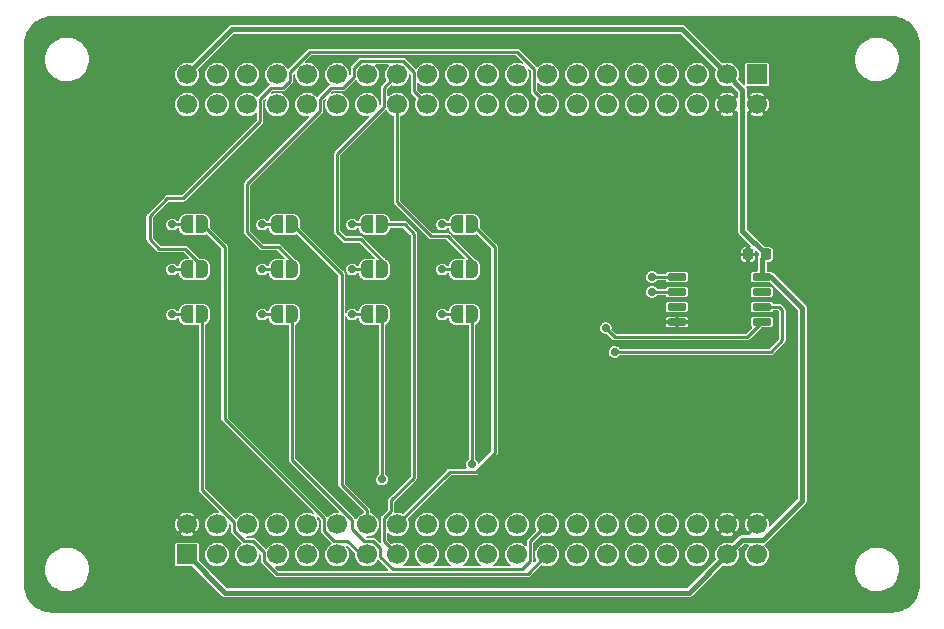
<source format=gbr>
%TF.GenerationSoftware,KiCad,Pcbnew,6.0.7+dfsg-1+b1*%
%TF.CreationDate,2022-09-10T10:53:00+08:00*%
%TF.ProjectId,memw25q128,6d656d77-3235-4713-9132-382e6b696361,a*%
%TF.SameCoordinates,PX678e028PY446e4f8*%
%TF.FileFunction,Copper,L1,Top*%
%TF.FilePolarity,Positive*%
%FSLAX46Y46*%
G04 Gerber Fmt 4.6, Leading zero omitted, Abs format (unit mm)*
G04 Created by KiCad (PCBNEW 6.0.7+dfsg-1+b1) date 2022-09-10 10:53:00*
%MOMM*%
%LPD*%
G01*
G04 APERTURE LIST*
G04 Aperture macros list*
%AMRoundRect*
0 Rectangle with rounded corners*
0 $1 Rounding radius*
0 $2 $3 $4 $5 $6 $7 $8 $9 X,Y pos of 4 corners*
0 Add a 4 corners polygon primitive as box body*
4,1,4,$2,$3,$4,$5,$6,$7,$8,$9,$2,$3,0*
0 Add four circle primitives for the rounded corners*
1,1,$1+$1,$2,$3*
1,1,$1+$1,$4,$5*
1,1,$1+$1,$6,$7*
1,1,$1+$1,$8,$9*
0 Add four rect primitives between the rounded corners*
20,1,$1+$1,$2,$3,$4,$5,0*
20,1,$1+$1,$4,$5,$6,$7,0*
20,1,$1+$1,$6,$7,$8,$9,0*
20,1,$1+$1,$8,$9,$2,$3,0*%
%AMFreePoly0*
4,1,22,0.500000,-0.750000,0.000000,-0.750000,0.000000,-0.745033,-0.079941,-0.743568,-0.215256,-0.701293,-0.333266,-0.622738,-0.424486,-0.514219,-0.481581,-0.384460,-0.499164,-0.250000,-0.500000,-0.250000,-0.500000,0.250000,-0.499164,0.250000,-0.499963,0.256109,-0.478152,0.396186,-0.417904,0.524511,-0.324060,0.630769,-0.204165,0.706417,-0.067858,0.745374,0.000000,0.744959,0.000000,0.750000,
0.500000,0.750000,0.500000,-0.750000,0.500000,-0.750000,$1*%
%AMFreePoly1*
4,1,20,0.000000,0.744959,0.073905,0.744508,0.209726,0.703889,0.328688,0.626782,0.421226,0.519385,0.479903,0.390333,0.500000,0.250000,0.500000,-0.250000,0.499851,-0.262216,0.476331,-0.402017,0.414519,-0.529596,0.319384,-0.634700,0.198574,-0.708877,0.061801,-0.746166,0.000000,-0.745033,0.000000,-0.750000,-0.500000,-0.750000,-0.500000,0.750000,0.000000,0.750000,0.000000,0.744959,
0.000000,0.744959,$1*%
G04 Aperture macros list end*
%TA.AperFunction,ComponentPad*%
%ADD10R,1.700000X1.700000*%
%TD*%
%TA.AperFunction,ComponentPad*%
%ADD11C,1.700000*%
%TD*%
%TA.AperFunction,SMDPad,CuDef*%
%ADD12RoundRect,0.150000X-0.650000X-0.150000X0.650000X-0.150000X0.650000X0.150000X-0.650000X0.150000X0*%
%TD*%
%TA.AperFunction,SMDPad,CuDef*%
%ADD13RoundRect,0.225000X0.225000X0.250000X-0.225000X0.250000X-0.225000X-0.250000X0.225000X-0.250000X0*%
%TD*%
%TA.AperFunction,SMDPad,CuDef*%
%ADD14FreePoly0,0.000000*%
%TD*%
%TA.AperFunction,SMDPad,CuDef*%
%ADD15FreePoly1,0.000000*%
%TD*%
%TA.AperFunction,ViaPad*%
%ADD16C,0.700000*%
%TD*%
%TA.AperFunction,Conductor*%
%ADD17C,0.457200*%
%TD*%
%TA.AperFunction,Conductor*%
%ADD18C,0.228600*%
%TD*%
G04 APERTURE END LIST*
D10*
%TO.P,J1,1,3.3V*%
%TO.N,+3V3*%
X13970000Y-45720000D03*
D11*
%TO.P,J1,2,GND*%
%TO.N,GND*%
X13970000Y-43180000D03*
%TO.P,J1,3,BO0*%
%TO.N,unconnected-(J1-Pad3)*%
X16510000Y-45720000D03*
%TO.P,J1,4,NRST*%
%TO.N,unconnected-(J1-Pad4)*%
X16510000Y-43180000D03*
%TO.P,J1,5,PC0*%
%TO.N,unconnected-(J1-Pad5)*%
X19050000Y-45720000D03*
%TO.P,J1,6,PC1*%
%TO.N,unconnected-(J1-Pad6)*%
X19050000Y-43180000D03*
%TO.P,J1,7,PC2*%
%TO.N,unconnected-(J1-Pad7)*%
X21590000Y-45720000D03*
%TO.P,J1,8,PC3*%
%TO.N,unconnected-(J1-Pad8)*%
X21590000Y-43180000D03*
%TO.P,J1,9,PA0*%
%TO.N,unconnected-(J1-Pad9)*%
X24130000Y-45720000D03*
%TO.P,J1,10,PA1*%
%TO.N,unconnected-(J1-Pad10)*%
X24130000Y-43180000D03*
%TO.P,J1,11,PA2*%
%TO.N,unconnected-(J1-Pad11)*%
X26670000Y-45720000D03*
%TO.P,J1,12,PA3*%
%TO.N,unconnected-(J1-Pad12)*%
X26670000Y-43180000D03*
%TO.P,J1,13,PA4*%
%TO.N,PA4*%
X29210000Y-45720000D03*
%TO.P,J1,14,PA5*%
%TO.N,PA5*%
X29210000Y-43180000D03*
%TO.P,J1,15,PA6*%
%TO.N,PA6*%
X31750000Y-45720000D03*
%TO.P,J1,16,PA7*%
%TO.N,PA7*%
X31750000Y-43180000D03*
%TO.P,J1,17,PC4*%
%TO.N,unconnected-(J1-Pad17)*%
X34290000Y-45720000D03*
%TO.P,J1,18,PC5*%
%TO.N,unconnected-(J1-Pad18)*%
X34290000Y-43180000D03*
%TO.P,J1,19,PB0*%
%TO.N,unconnected-(J1-Pad19)*%
X36830000Y-45720000D03*
%TO.P,J1,20,PB1*%
%TO.N,unconnected-(J1-Pad20)*%
X36830000Y-43180000D03*
%TO.P,J1,21,PB2*%
%TO.N,unconnected-(J1-Pad21)*%
X39370000Y-45720000D03*
%TO.P,J1,22,U0*%
%TO.N,unconnected-(J1-Pad22)*%
X39370000Y-43180000D03*
%TO.P,J1,23,PB10*%
%TO.N,unconnected-(J1-Pad23)*%
X41910000Y-45720000D03*
%TO.P,J1,24,PB11*%
%TO.N,unconnected-(J1-Pad24)*%
X41910000Y-43180000D03*
%TO.P,J1,25,PB12*%
%TO.N,PB12*%
X44450000Y-45720000D03*
%TO.P,J1,26,PB13*%
%TO.N,PB13*%
X44450000Y-43180000D03*
%TO.P,J1,27,PB14*%
%TO.N,PB14*%
X46990000Y-45720000D03*
%TO.P,J1,28,PB15*%
%TO.N,PB15*%
X46990000Y-43180000D03*
%TO.P,J1,29,PC6*%
%TO.N,unconnected-(J1-Pad29)*%
X49530000Y-45720000D03*
%TO.P,J1,30,PC7*%
%TO.N,unconnected-(J1-Pad30)*%
X49530000Y-43180000D03*
%TO.P,J1,31,PC8*%
%TO.N,unconnected-(J1-Pad31)*%
X52070000Y-45720000D03*
%TO.P,J1,32,PC9*%
%TO.N,unconnected-(J1-Pad32)*%
X52070000Y-43180000D03*
%TO.P,J1,33,U1*%
%TO.N,unconnected-(J1-Pad33)*%
X54610000Y-45720000D03*
%TO.P,J1,34,U2*%
%TO.N,unconnected-(J1-Pad34)*%
X54610000Y-43180000D03*
%TO.P,J1,35,U3*%
%TO.N,unconnected-(J1-Pad35)*%
X57150000Y-45720000D03*
%TO.P,J1,36,U4*%
%TO.N,unconnected-(J1-Pad36)*%
X57150000Y-43180000D03*
%TO.P,J1,37,3.3V*%
%TO.N,+3V3*%
X59690000Y-45720000D03*
%TO.P,J1,38,GND*%
%TO.N,GND*%
X59690000Y-43180000D03*
%TO.P,J1,39,5V*%
%TO.N,unconnected-(J1-Pad39)*%
X62230000Y-45720000D03*
%TO.P,J1,40,GND*%
%TO.N,GND*%
X62230000Y-43180000D03*
D10*
%TO.P,J1,41,5V*%
%TO.N,unconnected-(J1-Pad41)*%
X62230000Y-5080000D03*
D11*
%TO.P,J1,42,GND*%
%TO.N,GND*%
X62230000Y-7620000D03*
%TO.P,J1,43,3.3V*%
%TO.N,+3V3*%
X59690000Y-5080000D03*
%TO.P,J1,44,GND*%
%TO.N,GND*%
X59690000Y-7620000D03*
%TO.P,J1,45,U15*%
%TO.N,unconnected-(J1-Pad45)*%
X57150000Y-5080000D03*
%TO.P,J1,46,U16*%
%TO.N,unconnected-(J1-Pad46)*%
X57150000Y-7620000D03*
%TO.P,J1,47,U13*%
%TO.N,unconnected-(J1-Pad47)*%
X54610000Y-5080000D03*
%TO.P,J1,48,U14*%
%TO.N,unconnected-(J1-Pad48)*%
X54610000Y-7620000D03*
%TO.P,J1,49,PA8*%
%TO.N,unconnected-(J1-Pad49)*%
X52070000Y-5080000D03*
%TO.P,J1,50,PA9*%
%TO.N,unconnected-(J1-Pad50)*%
X52070000Y-7620000D03*
%TO.P,J1,51,PA10*%
%TO.N,unconnected-(J1-Pad51)*%
X49530000Y-5080000D03*
%TO.P,J1,52,PA11*%
%TO.N,unconnected-(J1-Pad52)*%
X49530000Y-7620000D03*
%TO.P,J1,53,PA12*%
%TO.N,unconnected-(J1-Pad53)*%
X46990000Y-5080000D03*
%TO.P,J1,54,PA13*%
%TO.N,unconnected-(J1-Pad54)*%
X46990000Y-7620000D03*
%TO.P,J1,55,PA14*%
%TO.N,unconnected-(J1-Pad55)*%
X44450000Y-5080000D03*
%TO.P,J1,56,PA15*%
%TO.N,PA15*%
X44450000Y-7620000D03*
%TO.P,J1,57,U11*%
%TO.N,unconnected-(J1-Pad57)*%
X41910000Y-5080000D03*
%TO.P,J1,58,U12*%
%TO.N,unconnected-(J1-Pad58)*%
X41910000Y-7620000D03*
%TO.P,J1,59,PC10*%
%TO.N,unconnected-(J1-Pad59)*%
X39370000Y-5080000D03*
%TO.P,J1,60,PC11*%
%TO.N,unconnected-(J1-Pad60)*%
X39370000Y-7620000D03*
%TO.P,J1,61,PC12*%
%TO.N,unconnected-(J1-Pad61)*%
X36830000Y-5080000D03*
%TO.P,J1,62,U8*%
%TO.N,unconnected-(J1-Pad62)*%
X36830000Y-7620000D03*
%TO.P,J1,63,PD2*%
%TO.N,unconnected-(J1-Pad63)*%
X34290000Y-5080000D03*
%TO.P,J1,64,PB3*%
%TO.N,PB3*%
X34290000Y-7620000D03*
%TO.P,J1,65,PB4*%
%TO.N,PB4*%
X31750000Y-5080000D03*
%TO.P,J1,66,PB5*%
%TO.N,PB5*%
X31750000Y-7620000D03*
%TO.P,J1,67,PB6*%
%TO.N,unconnected-(J1-Pad67)*%
X29210000Y-5080000D03*
%TO.P,J1,68,PB7*%
%TO.N,unconnected-(J1-Pad68)*%
X29210000Y-7620000D03*
%TO.P,J1,69,PB8*%
%TO.N,unconnected-(J1-Pad69)*%
X26670000Y-5080000D03*
%TO.P,J1,70,PB9*%
%TO.N,unconnected-(J1-Pad70)*%
X26670000Y-7620000D03*
%TO.P,J1,71,U9*%
%TO.N,unconnected-(J1-Pad71)*%
X24130000Y-5080000D03*
%TO.P,J1,72,U10*%
%TO.N,unconnected-(J1-Pad72)*%
X24130000Y-7620000D03*
%TO.P,J1,73,PC14*%
%TO.N,unconnected-(J1-Pad73)*%
X21590000Y-5080000D03*
%TO.P,J1,74,PC13*%
%TO.N,unconnected-(J1-Pad74)*%
X21590000Y-7620000D03*
%TO.P,J1,75,U7*%
%TO.N,unconnected-(J1-Pad75)*%
X19050000Y-5080000D03*
%TO.P,J1,76,PC15*%
%TO.N,unconnected-(J1-Pad76)*%
X19050000Y-7620000D03*
%TO.P,J1,77,U5*%
%TO.N,unconnected-(J1-Pad77)*%
X16510000Y-5080000D03*
%TO.P,J1,78,U6*%
%TO.N,unconnected-(J1-Pad78)*%
X16510000Y-7620000D03*
%TO.P,J1,79,3.3V*%
%TO.N,+3V3*%
X13970000Y-5080000D03*
%TO.P,J1,80,GND*%
%TO.N,unconnected-(J1-Pad80)*%
X13970000Y-7620000D03*
%TD*%
D12*
%TO.P,U1,8,VCC*%
%TO.N,+3V3*%
X62655000Y-22225000D03*
%TO.P,U1,7,IO3*%
%TO.N,IO3*%
X62655000Y-23495000D03*
%TO.P,U1,6,CLK*%
%TO.N,CLK*%
X62655000Y-24765000D03*
%TO.P,U1,5,DI(IO0)*%
%TO.N,DI(IO0)*%
X62655000Y-26035000D03*
%TO.P,U1,4,GND*%
%TO.N,GND*%
X55455000Y-26035000D03*
%TO.P,U1,3,IO2*%
%TO.N,IO2*%
X55455000Y-24765000D03*
%TO.P,U1,2,DO(IO1)*%
%TO.N,DO(IO1)*%
X55455000Y-23495000D03*
%TO.P,U1,1,~{CS}*%
%TO.N,CS*%
X55455000Y-22225000D03*
%TD*%
D13*
%TO.P,C1,1*%
%TO.N,+3V3*%
X63005000Y-20320000D03*
%TO.P,C1,2*%
%TO.N,GND*%
X61455000Y-20320000D03*
%TD*%
D14*
%TO.P,JP2,1,A*%
%TO.N,CS*%
X13955000Y-21590000D03*
D15*
%TO.P,JP2,2,B*%
%TO.N,PA15*%
X15255000Y-21590000D03*
%TD*%
D14*
%TO.P,JP3,1,A*%
%TO.N,CS*%
X13955000Y-25400000D03*
D15*
%TO.P,JP3,2,B*%
%TO.N,PB12*%
X15255000Y-25400000D03*
%TD*%
D14*
%TO.P,JP4,1,A*%
%TO.N,CLK*%
X21575000Y-17780000D03*
D15*
%TO.P,JP4,2,B*%
%TO.N,PA5*%
X22875000Y-17780000D03*
%TD*%
D14*
%TO.P,JP5,1,A*%
%TO.N,CLK*%
X21575000Y-21590000D03*
D15*
%TO.P,JP5,2,B*%
%TO.N,PB3*%
X22875000Y-21590000D03*
%TD*%
D14*
%TO.P,JP6,1,A*%
%TO.N,CLK*%
X21575000Y-25400000D03*
D15*
%TO.P,JP6,2,B*%
%TO.N,PB13*%
X22875000Y-25400000D03*
%TD*%
D14*
%TO.P,JP1,1,A*%
%TO.N,CS*%
X13955000Y-17780000D03*
D15*
%TO.P,JP1,2,B*%
%TO.N,PA4*%
X15255000Y-17780000D03*
%TD*%
D14*
%TO.P,JP7,1,A*%
%TO.N,DO(IO1)*%
X29195000Y-17780000D03*
D15*
%TO.P,JP7,2,B*%
%TO.N,PA6*%
X30495000Y-17780000D03*
%TD*%
D14*
%TO.P,JP9,1,A*%
%TO.N,DO(IO1)*%
X29195000Y-25400000D03*
D15*
%TO.P,JP9,2,B*%
%TO.N,PB14*%
X30495000Y-25400000D03*
%TD*%
D14*
%TO.P,JP8,1,A*%
%TO.N,DO(IO1)*%
X29195000Y-21590000D03*
D15*
%TO.P,JP8,2,B*%
%TO.N,PB4*%
X30495000Y-21590000D03*
%TD*%
D14*
%TO.P,JP12,1,A*%
%TO.N,DI(IO0)*%
X36815000Y-25400000D03*
D15*
%TO.P,JP12,2,B*%
%TO.N,PB15*%
X38115000Y-25400000D03*
%TD*%
D14*
%TO.P,JP11,1,A*%
%TO.N,DI(IO0)*%
X36815000Y-21590000D03*
D15*
%TO.P,JP11,2,B*%
%TO.N,PB5*%
X38115000Y-21590000D03*
%TD*%
D14*
%TO.P,JP10,1,A*%
%TO.N,DI(IO0)*%
X36815000Y-17780000D03*
D15*
%TO.P,JP10,2,B*%
%TO.N,PA7*%
X38115000Y-17780000D03*
%TD*%
D16*
%TO.N,PB14*%
X30480000Y-39370000D03*
%TO.N,PB15*%
X38100000Y-38100000D03*
%TO.N,CS*%
X12700000Y-25400000D03*
X12700000Y-17780000D03*
X12700000Y-21590000D03*
X53340000Y-22225000D03*
%TO.N,CLK*%
X20320000Y-21590000D03*
X20320000Y-25400000D03*
X50165000Y-28575000D03*
X20320000Y-17780000D03*
%TO.N,DO(IO1)*%
X27940000Y-21590000D03*
X27940000Y-25400000D03*
X27940000Y-17780000D03*
X53340000Y-23495000D03*
%TO.N,DI(IO0)*%
X35560000Y-25400000D03*
X35560000Y-21590000D03*
X49411425Y-26551415D03*
X35560000Y-17780000D03*
%TD*%
D17*
%TO.N,+3V3*%
X66040000Y-41191882D02*
X62742883Y-44488999D01*
X17221001Y-48971001D02*
X56438999Y-48971001D01*
X60998999Y-18313999D02*
X63005000Y-20320000D01*
X62655000Y-22225000D02*
X63455000Y-22225000D01*
X55880000Y-1270000D02*
X59690000Y-5080000D01*
X63455000Y-22225000D02*
X66040000Y-24810000D01*
X62655000Y-20670000D02*
X63005000Y-20320000D01*
X62655000Y-22225000D02*
X62655000Y-20670000D01*
X60921001Y-44488999D02*
X59690000Y-45720000D01*
X59690000Y-5080000D02*
X60998999Y-6388999D01*
X13970000Y-5080000D02*
X17780000Y-1270000D01*
X56438999Y-48971001D02*
X59690000Y-45720000D01*
X13970000Y-45720000D02*
X17221001Y-48971001D01*
X62742883Y-44488999D02*
X60921001Y-44488999D01*
X60998999Y-6388999D02*
X60998999Y-18313999D01*
X66040000Y-24810000D02*
X66040000Y-41191882D01*
X17780000Y-1270000D02*
X55880000Y-1270000D01*
D18*
%TO.N,PA4*%
X28671170Y-45720000D02*
X29210000Y-45720000D01*
X25553299Y-43716017D02*
X26440581Y-44603299D01*
X27554469Y-44603299D02*
X28671170Y-45720000D01*
X17145000Y-34235684D02*
X25553299Y-42643983D01*
X15255000Y-17780000D02*
X17145000Y-19670000D01*
X25553299Y-42643983D02*
X25553299Y-43716017D01*
X26440581Y-44603299D02*
X27554469Y-44603299D01*
X17145000Y-19670000D02*
X17145000Y-34235684D01*
%TO.N,PA5*%
X29210000Y-41977919D02*
X29210000Y-43180000D01*
X22875000Y-17780000D02*
X27051009Y-21956009D01*
X27051009Y-21956009D02*
X27051009Y-39818928D01*
X27051009Y-39818928D02*
X29210000Y-41977919D01*
%TO.N,PA6*%
X30633299Y-42643983D02*
X31261710Y-42015572D01*
X31750000Y-45720000D02*
X30633299Y-44603299D01*
X30633299Y-44603299D02*
X30633299Y-42643983D01*
X31261710Y-42015572D02*
X31261710Y-41128290D01*
X33173299Y-39216701D02*
X33173299Y-18568299D01*
X31261710Y-41128290D02*
X33173299Y-39216701D01*
X32385000Y-17780000D02*
X30495000Y-17780000D01*
X33173299Y-18568299D02*
X32385000Y-17780000D01*
%TO.N,PA7*%
X38115000Y-17780000D02*
X40005000Y-19670000D01*
X36213298Y-38716702D02*
X31750000Y-43180000D01*
X38396018Y-38716702D02*
X36213298Y-38716702D01*
X40005000Y-19670000D02*
X40005000Y-37107720D01*
X40005000Y-37107720D02*
X38396018Y-38716702D01*
%TO.N,PB12*%
X18820581Y-44603299D02*
X19586017Y-44603299D01*
X17933299Y-43716017D02*
X18820581Y-44603299D01*
X17933299Y-42950581D02*
X17933299Y-43716017D01*
X20473299Y-45490581D02*
X20473299Y-46256017D01*
X15255000Y-25400000D02*
X15255000Y-40272282D01*
X15255000Y-40272282D02*
X17933299Y-42950581D01*
X20473299Y-46256017D02*
X21588293Y-47371011D01*
X19586017Y-44603299D02*
X20473299Y-45490581D01*
X42798989Y-47371011D02*
X44450000Y-45720000D01*
X21588293Y-47371011D02*
X42798989Y-47371011D01*
%TO.N,PB13*%
X30326701Y-45183983D02*
X30326701Y-45949419D01*
X43026701Y-46256017D02*
X43026701Y-44603299D01*
X30326701Y-45949419D02*
X31367282Y-46990000D01*
X29746017Y-44603299D02*
X30326701Y-45183983D01*
X22875000Y-25400000D02*
X22875000Y-37732282D01*
X22875000Y-37732282D02*
X27940000Y-42797282D01*
X27940000Y-42797282D02*
X27940000Y-43562718D01*
X31367282Y-46990000D02*
X42292718Y-46990000D01*
X28980581Y-44603299D02*
X29746017Y-44603299D01*
X42292718Y-46990000D02*
X43026701Y-46256017D01*
X27940000Y-43562718D02*
X28980581Y-44603299D01*
X43026701Y-44603299D02*
X44450000Y-43180000D01*
%TO.N,PB14*%
X30495000Y-25400000D02*
X30495000Y-39355000D01*
X30495000Y-39355000D02*
X30480000Y-39370000D01*
%TO.N,PB15*%
X38115000Y-25400000D02*
X38115000Y-38085000D01*
X38115000Y-38085000D02*
X38100000Y-38100000D01*
%TO.N,PA15*%
X13630000Y-15580000D02*
X20166701Y-9043299D01*
X43333299Y-6503299D02*
X44450000Y-7620000D01*
X22706701Y-4850581D02*
X24382282Y-3175000D01*
X21108299Y-6196701D02*
X22126017Y-6196701D01*
X11605000Y-19845000D02*
X10795000Y-19035000D01*
X43333299Y-4598299D02*
X43333299Y-6503299D01*
X15255000Y-21590000D02*
X15255000Y-21262828D01*
X20166701Y-9043299D02*
X20166701Y-7138299D01*
X15255000Y-21262828D02*
X13837172Y-19845000D01*
X24382282Y-3175000D02*
X41910000Y-3175000D01*
X22126017Y-6196701D02*
X22706701Y-5616017D01*
X12310000Y-15580000D02*
X13630000Y-15580000D01*
X13837172Y-19845000D02*
X11605000Y-19845000D01*
X10795000Y-19035000D02*
X10795000Y-17095000D01*
X41910000Y-3175000D02*
X43333299Y-4598299D01*
X10795000Y-17095000D02*
X12310000Y-15580000D01*
X20166701Y-7138299D02*
X21108299Y-6196701D01*
X22706701Y-5616017D02*
X22706701Y-4850581D01*
%TO.N,PB3*%
X19050000Y-18415000D02*
X19050000Y-14352718D01*
X27206017Y-6196701D02*
X28093299Y-5309419D01*
X33173299Y-6503299D02*
X34290000Y-7620000D01*
X20320000Y-19685000D02*
X19050000Y-18415000D01*
X22875000Y-20842408D02*
X21717592Y-19685000D01*
X22875000Y-21590000D02*
X22875000Y-20842408D01*
X28093299Y-4543983D02*
X28673983Y-3963299D01*
X25246701Y-8156017D02*
X25246701Y-7138299D01*
X33173299Y-4850581D02*
X33173299Y-6503299D01*
X25246701Y-7138299D02*
X26188299Y-6196701D01*
X28093299Y-5309419D02*
X28093299Y-4543983D01*
X26188299Y-6196701D02*
X27206017Y-6196701D01*
X19050000Y-14352718D02*
X25246701Y-8156017D01*
X21717592Y-19685000D02*
X20320000Y-19685000D01*
X28673983Y-3963299D02*
X32286017Y-3963299D01*
X32286017Y-3963299D02*
X33173299Y-4850581D01*
%TO.N,PB4*%
X26670000Y-18415000D02*
X26670000Y-11812718D01*
X30495000Y-21590000D02*
X30495000Y-20842408D01*
X30633299Y-7849419D02*
X30633299Y-6196701D01*
X27305000Y-19050000D02*
X26670000Y-18415000D01*
X30495000Y-20842408D02*
X28702592Y-19050000D01*
X28702592Y-19050000D02*
X27305000Y-19050000D01*
X30633299Y-6196701D02*
X31750000Y-5080000D01*
X26670000Y-11812718D02*
X30633299Y-7849419D01*
%TO.N,PB5*%
X38115000Y-21590000D02*
X38115000Y-20842408D01*
X31750000Y-15875000D02*
X31750000Y-7620000D01*
X36048290Y-18775698D02*
X34650698Y-18775698D01*
X34650698Y-18775698D02*
X31750000Y-15875000D01*
X38115000Y-20842408D02*
X36048290Y-18775698D01*
%TO.N,CS*%
X13955000Y-17780000D02*
X12700000Y-17780000D01*
X13955000Y-21590000D02*
X12700000Y-21590000D01*
X12700000Y-25400000D02*
X13955000Y-25400000D01*
X53340000Y-22225000D02*
X55455000Y-22225000D01*
%TO.N,CLK*%
X63375000Y-28575000D02*
X50165000Y-28575000D01*
X21575000Y-17780000D02*
X20320000Y-17780000D01*
X62655000Y-24765000D02*
X64115000Y-24765000D01*
X64375000Y-25025000D02*
X64375000Y-27575000D01*
X21575000Y-21590000D02*
X20320000Y-21590000D01*
X64375000Y-27575000D02*
X63375000Y-28575000D01*
X20320000Y-25400000D02*
X21575000Y-25400000D01*
X64115000Y-24765000D02*
X64375000Y-25025000D01*
%TO.N,DO(IO1)*%
X29195000Y-21590000D02*
X27940000Y-21590000D01*
X29195000Y-17780000D02*
X27940000Y-17780000D01*
X53340000Y-23495000D02*
X55455000Y-23495000D01*
X27940000Y-25400000D02*
X29195000Y-25400000D01*
%TO.N,DI(IO0)*%
X50165010Y-27305000D02*
X61385000Y-27305000D01*
X61385000Y-27305000D02*
X62655000Y-26035000D01*
X36815000Y-21590000D02*
X35560000Y-21590000D01*
X35560000Y-25400000D02*
X36815000Y-25400000D01*
X49411425Y-26551415D02*
X50165010Y-27305000D01*
X36815000Y-17780000D02*
X35560000Y-17780000D01*
%TD*%
%TA.AperFunction,Conductor*%
%TO.N,GND*%
G36*
X73649431Y-155462D02*
G01*
X73650435Y-155731D01*
X73660000Y-158294D01*
X73669563Y-155731D01*
X73677737Y-155731D01*
X73688622Y-154631D01*
X73943197Y-170031D01*
X73952211Y-171126D01*
X74226794Y-221445D01*
X74235611Y-223618D01*
X74355380Y-260939D01*
X74502138Y-306671D01*
X74510618Y-309887D01*
X74765194Y-424462D01*
X74773230Y-428679D01*
X75012146Y-573109D01*
X75019605Y-578258D01*
X75239361Y-750426D01*
X75246158Y-756448D01*
X75443552Y-953842D01*
X75449574Y-960639D01*
X75621742Y-1180395D01*
X75626891Y-1187854D01*
X75736854Y-1369754D01*
X75771320Y-1426768D01*
X75775538Y-1434806D01*
X75882978Y-1673526D01*
X75890111Y-1689376D01*
X75893331Y-1697867D01*
X75976382Y-1964389D01*
X75978555Y-1973206D01*
X76028874Y-2247789D01*
X76029969Y-2256803D01*
X76045369Y-2511378D01*
X76044269Y-2522263D01*
X76044269Y-2530437D01*
X76041706Y-2540000D01*
X76044268Y-2549562D01*
X76044538Y-2550569D01*
X76047100Y-2570032D01*
X76047100Y-48229968D01*
X76044538Y-48249430D01*
X76041706Y-48260000D01*
X76044269Y-48269563D01*
X76044269Y-48277737D01*
X76045369Y-48288622D01*
X76029969Y-48543197D01*
X76028874Y-48552211D01*
X75978555Y-48826794D01*
X75976382Y-48835611D01*
X75893331Y-49102133D01*
X75890113Y-49110618D01*
X75775540Y-49365191D01*
X75771321Y-49373230D01*
X75626891Y-49612146D01*
X75621742Y-49619605D01*
X75449574Y-49839361D01*
X75443552Y-49846158D01*
X75246158Y-50043552D01*
X75239361Y-50049574D01*
X75019605Y-50221742D01*
X75012146Y-50226891D01*
X74773232Y-50371320D01*
X74765194Y-50375538D01*
X74510618Y-50490113D01*
X74502138Y-50493329D01*
X74355380Y-50539061D01*
X74235611Y-50576382D01*
X74226794Y-50578555D01*
X73952211Y-50628874D01*
X73943197Y-50629969D01*
X73688622Y-50645369D01*
X73677737Y-50644269D01*
X73669563Y-50644269D01*
X73660000Y-50641706D01*
X73650438Y-50644268D01*
X73649431Y-50644538D01*
X73629968Y-50647100D01*
X2570032Y-50647100D01*
X2550569Y-50644538D01*
X2549562Y-50644268D01*
X2540000Y-50641706D01*
X2530437Y-50644269D01*
X2522263Y-50644269D01*
X2511378Y-50645369D01*
X2256803Y-50629969D01*
X2247789Y-50628874D01*
X1973206Y-50578555D01*
X1964389Y-50576382D01*
X1844620Y-50539061D01*
X1697862Y-50493329D01*
X1689382Y-50490113D01*
X1434806Y-50375538D01*
X1426768Y-50371320D01*
X1187854Y-50226891D01*
X1180395Y-50221742D01*
X960639Y-50049574D01*
X953842Y-50043552D01*
X756448Y-49846158D01*
X750426Y-49839361D01*
X578258Y-49619605D01*
X573109Y-49612146D01*
X428679Y-49373230D01*
X424460Y-49365191D01*
X309887Y-49110618D01*
X306669Y-49102133D01*
X223618Y-48835611D01*
X221445Y-48826794D01*
X171126Y-48552211D01*
X170031Y-48543197D01*
X154631Y-48288622D01*
X155731Y-48277737D01*
X155731Y-48269563D01*
X158294Y-48260000D01*
X155462Y-48249430D01*
X152900Y-48229968D01*
X152900Y-47032095D01*
X1955028Y-47032095D01*
X1955287Y-47034809D01*
X1955287Y-47034813D01*
X1972840Y-47218793D01*
X1980534Y-47299431D01*
X2044364Y-47560285D01*
X2045383Y-47562800D01*
X2045384Y-47562804D01*
X2077463Y-47642002D01*
X2145182Y-47809192D01*
X2146557Y-47811540D01*
X2239627Y-47970491D01*
X2280875Y-48040938D01*
X2448601Y-48250669D01*
X2450595Y-48252531D01*
X2450598Y-48252535D01*
X2476170Y-48276423D01*
X2644846Y-48433991D01*
X2865499Y-48587064D01*
X2867933Y-48588275D01*
X2867940Y-48588279D01*
X3103491Y-48705463D01*
X3103495Y-48705465D01*
X3105938Y-48706680D01*
X3361126Y-48790335D01*
X3363810Y-48790801D01*
X3363814Y-48790802D01*
X3623452Y-48835883D01*
X3623456Y-48835883D01*
X3625717Y-48836276D01*
X3710567Y-48840500D01*
X3878223Y-48840500D01*
X4077846Y-48826016D01*
X4340080Y-48768120D01*
X4342622Y-48767157D01*
X4342625Y-48767156D01*
X4588664Y-48673940D01*
X4591211Y-48672975D01*
X4748674Y-48585512D01*
X4823587Y-48543901D01*
X4825976Y-48542574D01*
X4966222Y-48435542D01*
X5037294Y-48381302D01*
X5037298Y-48381298D01*
X5039458Y-48379650D01*
X5227185Y-48187614D01*
X5228790Y-48185409D01*
X5383621Y-47972695D01*
X5383622Y-47972693D01*
X5385225Y-47970491D01*
X5470089Y-47809192D01*
X5508998Y-47735237D01*
X5509000Y-47735232D01*
X5510265Y-47732828D01*
X5599688Y-47479603D01*
X5651620Y-47216122D01*
X5657339Y-47101249D01*
X5664836Y-46950632D01*
X5664972Y-46947905D01*
X5647415Y-46763878D01*
X5639725Y-46683281D01*
X5639724Y-46683278D01*
X5639466Y-46680569D01*
X5637878Y-46674077D01*
X5596033Y-46503071D01*
X5575636Y-46419715D01*
X5566952Y-46398274D01*
X5475838Y-46173326D01*
X5475837Y-46173325D01*
X5474818Y-46170808D01*
X5381786Y-46011922D01*
X5340503Y-45941415D01*
X5340501Y-45941412D01*
X5339125Y-45939062D01*
X5306489Y-45898252D01*
X5220266Y-45790436D01*
X5171399Y-45729331D01*
X5169405Y-45727469D01*
X5169402Y-45727465D01*
X4977145Y-45547869D01*
X4975154Y-45546009D01*
X4754501Y-45392936D01*
X4752067Y-45391725D01*
X4752060Y-45391721D01*
X4516509Y-45274537D01*
X4516505Y-45274535D01*
X4514062Y-45273320D01*
X4258874Y-45189665D01*
X4256190Y-45189199D01*
X4256186Y-45189198D01*
X3996548Y-45144117D01*
X3996544Y-45144117D01*
X3994283Y-45143724D01*
X3909433Y-45139500D01*
X3741777Y-45139500D01*
X3542154Y-45153984D01*
X3279920Y-45211880D01*
X3277378Y-45212843D01*
X3277375Y-45212844D01*
X3113856Y-45274796D01*
X3028789Y-45307025D01*
X3026407Y-45308348D01*
X3026405Y-45308349D01*
X2871193Y-45394562D01*
X2794024Y-45437426D01*
X2791855Y-45439081D01*
X2791854Y-45439082D01*
X2582706Y-45598698D01*
X2582702Y-45598702D01*
X2580542Y-45600350D01*
X2392815Y-45792386D01*
X2391210Y-45794591D01*
X2285650Y-45939615D01*
X2234775Y-46009509D01*
X2233508Y-46011917D01*
X2233505Y-46011922D01*
X2125343Y-46217505D01*
X2109735Y-46247172D01*
X2020312Y-46500397D01*
X1968380Y-46763878D01*
X1955028Y-47032095D01*
X152900Y-47032095D01*
X152900Y-43990639D01*
X13380117Y-43990639D01*
X13381391Y-43995393D01*
X13392346Y-44004718D01*
X13398359Y-44008897D01*
X13563537Y-44101211D01*
X13570250Y-44104144D01*
X13750210Y-44162616D01*
X13757358Y-44164188D01*
X13945248Y-44186593D01*
X13952581Y-44186746D01*
X14141239Y-44172230D01*
X14148447Y-44170959D01*
X14330701Y-44120073D01*
X14337534Y-44117422D01*
X14506426Y-44032109D01*
X14512612Y-44028184D01*
X14552713Y-43996853D01*
X14558443Y-43987684D01*
X14557835Y-43983361D01*
X13979377Y-43404903D01*
X13969578Y-43400334D01*
X13963587Y-43401939D01*
X13384686Y-43980840D01*
X13380117Y-43990639D01*
X152900Y-43990639D01*
X152900Y-43169608D01*
X12963156Y-43169608D01*
X12978990Y-43358161D01*
X12980312Y-43365363D01*
X13032470Y-43547261D01*
X13035164Y-43554063D01*
X13121657Y-43722363D01*
X13125623Y-43728518D01*
X13152905Y-43762940D01*
X13162114Y-43768605D01*
X13166520Y-43767954D01*
X13745097Y-43189377D01*
X13749272Y-43180422D01*
X14190334Y-43180422D01*
X14191939Y-43186413D01*
X14771215Y-43765689D01*
X14781014Y-43770258D01*
X14785864Y-43768959D01*
X14790664Y-43763398D01*
X14794886Y-43757412D01*
X14888354Y-43592880D01*
X14891328Y-43586200D01*
X14951059Y-43406641D01*
X14952680Y-43399507D01*
X14976593Y-43210215D01*
X14976886Y-43206020D01*
X14977221Y-43182099D01*
X14977045Y-43177907D01*
X14958427Y-42988024D01*
X14957001Y-42980828D01*
X14902312Y-42799688D01*
X14899524Y-42792922D01*
X14810687Y-42625844D01*
X14806635Y-42619745D01*
X14787679Y-42596503D01*
X14778393Y-42590968D01*
X14773816Y-42591710D01*
X14194903Y-43170623D01*
X14190334Y-43180422D01*
X13749272Y-43180422D01*
X13749666Y-43179578D01*
X13748061Y-43173587D01*
X13169500Y-42595026D01*
X13159701Y-42590457D01*
X13155041Y-42591705D01*
X13141269Y-42608119D01*
X13137131Y-42614162D01*
X13045975Y-42779975D01*
X13043088Y-42786711D01*
X12985874Y-42967074D01*
X12984351Y-42974239D01*
X12963259Y-43162275D01*
X12963156Y-43169608D01*
X152900Y-43169608D01*
X152900Y-42371876D01*
X13381199Y-42371876D01*
X13381894Y-42376368D01*
X13960623Y-42955097D01*
X13970422Y-42959666D01*
X13976413Y-42958061D01*
X14554667Y-42379807D01*
X14559236Y-42370008D01*
X14558012Y-42365440D01*
X14536077Y-42347293D01*
X14530018Y-42343206D01*
X14363557Y-42253201D01*
X14356813Y-42250366D01*
X14176047Y-42194410D01*
X14168880Y-42192939D01*
X13980687Y-42173159D01*
X13973374Y-42173108D01*
X13784918Y-42190258D01*
X13777732Y-42191629D01*
X13596208Y-42245055D01*
X13589421Y-42247797D01*
X13421718Y-42335469D01*
X13415607Y-42339469D01*
X13386798Y-42362631D01*
X13381199Y-42371876D01*
X152900Y-42371876D01*
X152900Y-25393793D01*
X12191967Y-25393793D01*
X12210645Y-25536630D01*
X12250950Y-25628231D01*
X12260726Y-25650447D01*
X12268662Y-25668484D01*
X12272107Y-25672582D01*
X12272108Y-25672584D01*
X12303950Y-25710464D01*
X12361354Y-25778755D01*
X12481270Y-25858577D01*
X12618769Y-25901535D01*
X12692871Y-25902893D01*
X12757436Y-25904077D01*
X12757438Y-25904077D01*
X12762798Y-25904175D01*
X12767969Y-25902765D01*
X12767971Y-25902765D01*
X12843695Y-25882120D01*
X12901779Y-25866285D01*
X12961780Y-25829444D01*
X13019970Y-25793716D01*
X13019973Y-25793714D01*
X13024539Y-25790910D01*
X13114128Y-25691934D01*
X13159608Y-25667905D01*
X13169879Y-25667200D01*
X13229723Y-25667200D01*
X13278061Y-25684793D01*
X13304288Y-25732649D01*
X13313887Y-25806056D01*
X13325774Y-25848630D01*
X13383457Y-25979723D01*
X13406814Y-26017247D01*
X13498971Y-26126882D01*
X13531922Y-26156344D01*
X13534147Y-26157825D01*
X13534152Y-26157829D01*
X13648920Y-26234225D01*
X13648924Y-26234227D01*
X13651147Y-26235707D01*
X13653555Y-26236855D01*
X13653561Y-26236859D01*
X13671095Y-26245222D01*
X13691042Y-26254736D01*
X13827748Y-26297446D01*
X13871380Y-26304513D01*
X13961943Y-26306173D01*
X14011902Y-26307089D01*
X14011903Y-26307089D01*
X14014579Y-26307138D01*
X14019926Y-26306472D01*
X14029221Y-26305895D01*
X14455000Y-26305895D01*
X14461702Y-26304562D01*
X14507394Y-26295473D01*
X14514658Y-26294028D01*
X14520816Y-26289914D01*
X14520817Y-26289913D01*
X14563221Y-26261579D01*
X14613187Y-26249352D01*
X14646779Y-26261579D01*
X14689183Y-26289913D01*
X14689184Y-26289914D01*
X14695342Y-26294028D01*
X14702606Y-26295473D01*
X14748299Y-26304562D01*
X14755000Y-26305895D01*
X14912600Y-26305895D01*
X14960938Y-26323488D01*
X14986658Y-26368037D01*
X14987800Y-26381095D01*
X14987800Y-40238553D01*
X14986355Y-40253224D01*
X14982564Y-40272282D01*
X15003303Y-40376539D01*
X15039044Y-40430028D01*
X15062359Y-40464923D01*
X15068515Y-40469036D01*
X15078514Y-40475717D01*
X15089910Y-40485070D01*
X16657498Y-42052658D01*
X16679238Y-42099278D01*
X16665924Y-42148965D01*
X16623787Y-42178470D01*
X16596464Y-42180620D01*
X16520691Y-42172656D01*
X16520688Y-42172656D01*
X16517035Y-42172272D01*
X16419101Y-42181184D01*
X16324824Y-42189764D01*
X16324823Y-42189764D01*
X16321166Y-42190097D01*
X16317641Y-42191134D01*
X16317638Y-42191135D01*
X16136019Y-42244589D01*
X16132489Y-42245628D01*
X15958192Y-42336748D01*
X15908915Y-42376368D01*
X15820785Y-42447226D01*
X15804912Y-42459988D01*
X15678489Y-42610653D01*
X15583739Y-42783004D01*
X15524269Y-42970476D01*
X15502345Y-43165930D01*
X15502653Y-43169598D01*
X15502653Y-43169601D01*
X15516623Y-43335963D01*
X15518803Y-43361919D01*
X15573015Y-43550979D01*
X15662916Y-43725908D01*
X15785083Y-43880044D01*
X15787877Y-43882422D01*
X15787878Y-43882423D01*
X15822691Y-43912051D01*
X15934862Y-44007516D01*
X15938063Y-44009305D01*
X15938066Y-44009307D01*
X15976656Y-44030874D01*
X16106547Y-44103467D01*
X16110044Y-44104603D01*
X16110048Y-44104605D01*
X16183692Y-44128533D01*
X16293600Y-44164244D01*
X16387994Y-44175500D01*
X16485237Y-44187096D01*
X16485239Y-44187096D01*
X16488895Y-44187532D01*
X16684994Y-44172443D01*
X16842262Y-44128533D01*
X16870883Y-44120542D01*
X16870885Y-44120541D01*
X16874428Y-44119552D01*
X17049981Y-44030874D01*
X17204966Y-43909786D01*
X17333480Y-43760901D01*
X17388814Y-43663496D01*
X17428810Y-43593091D01*
X17428812Y-43593088D01*
X17430628Y-43589890D01*
X17492710Y-43403266D01*
X17516292Y-43216592D01*
X17539805Y-43170841D01*
X17587225Y-43150907D01*
X17636365Y-43166118D01*
X17664230Y-43209356D01*
X17666099Y-43226017D01*
X17666099Y-43682288D01*
X17664654Y-43696959D01*
X17660863Y-43716017D01*
X17681602Y-43820274D01*
X17691544Y-43835153D01*
X17740658Y-43908658D01*
X17756817Y-43919455D01*
X17768212Y-43928808D01*
X18175504Y-44336099D01*
X18568937Y-44729532D01*
X18590677Y-44776152D01*
X18577363Y-44825839D01*
X18550602Y-44849349D01*
X18501450Y-44875044D01*
X18501444Y-44875048D01*
X18498192Y-44876748D01*
X18447196Y-44917750D01*
X18347778Y-44997684D01*
X18344912Y-44999988D01*
X18218489Y-45150653D01*
X18216718Y-45153875D01*
X18216717Y-45153876D01*
X18177441Y-45225319D01*
X18123739Y-45323004D01*
X18064269Y-45510476D01*
X18042345Y-45705930D01*
X18042653Y-45709598D01*
X18042653Y-45709601D01*
X18046065Y-45750228D01*
X18058803Y-45901919D01*
X18113015Y-46090979D01*
X18202916Y-46265908D01*
X18325083Y-46420044D01*
X18327877Y-46422422D01*
X18327878Y-46422423D01*
X18362691Y-46452051D01*
X18474862Y-46547516D01*
X18478063Y-46549305D01*
X18478066Y-46549307D01*
X18516656Y-46570874D01*
X18646547Y-46643467D01*
X18650044Y-46644603D01*
X18650048Y-46644605D01*
X18740755Y-46674077D01*
X18833600Y-46704244D01*
X18940984Y-46717049D01*
X19025237Y-46727096D01*
X19025239Y-46727096D01*
X19028895Y-46727532D01*
X19224994Y-46712443D01*
X19348627Y-46677924D01*
X19410883Y-46660542D01*
X19410885Y-46660541D01*
X19414428Y-46659552D01*
X19554723Y-46588684D01*
X19586697Y-46572533D01*
X19586698Y-46572532D01*
X19589981Y-46570874D01*
X19720623Y-46468805D01*
X19742067Y-46452051D01*
X19744966Y-46449786D01*
X19873480Y-46300901D01*
X19903104Y-46248753D01*
X19968810Y-46133091D01*
X19968812Y-46133088D01*
X19970628Y-46129890D01*
X20032710Y-45943266D01*
X20056292Y-45756592D01*
X20079805Y-45710841D01*
X20127225Y-45690907D01*
X20176365Y-45706118D01*
X20204230Y-45749356D01*
X20206099Y-45766017D01*
X20206099Y-46222288D01*
X20204654Y-46236959D01*
X20200863Y-46256017D01*
X20221602Y-46360274D01*
X20231041Y-46374400D01*
X20280658Y-46448658D01*
X20286817Y-46452773D01*
X20296813Y-46459452D01*
X20308209Y-46468805D01*
X21375505Y-47536101D01*
X21384855Y-47547493D01*
X21395652Y-47563652D01*
X21417964Y-47578560D01*
X21484037Y-47622708D01*
X21491297Y-47624152D01*
X21491299Y-47624153D01*
X21581029Y-47642002D01*
X21588293Y-47643447D01*
X21595557Y-47642002D01*
X21607351Y-47639656D01*
X21622022Y-47638211D01*
X42765260Y-47638211D01*
X42779931Y-47639656D01*
X42798989Y-47643447D01*
X42806253Y-47642002D01*
X42895982Y-47624153D01*
X42903246Y-47622708D01*
X42969318Y-47578560D01*
X42991630Y-47563652D01*
X43002427Y-47547493D01*
X43011780Y-47536098D01*
X43461660Y-47086218D01*
X43915152Y-46632725D01*
X43961772Y-46610985D01*
X44005012Y-46620255D01*
X44043331Y-46641670D01*
X44043334Y-46641671D01*
X44046547Y-46643467D01*
X44050044Y-46644603D01*
X44050048Y-46644605D01*
X44140755Y-46674077D01*
X44233600Y-46704244D01*
X44340984Y-46717049D01*
X44425237Y-46727096D01*
X44425239Y-46727096D01*
X44428895Y-46727532D01*
X44624994Y-46712443D01*
X44748627Y-46677924D01*
X44810883Y-46660542D01*
X44810885Y-46660541D01*
X44814428Y-46659552D01*
X44954723Y-46588684D01*
X44986697Y-46572533D01*
X44986698Y-46572532D01*
X44989981Y-46570874D01*
X45120623Y-46468805D01*
X45142067Y-46452051D01*
X45144966Y-46449786D01*
X45273480Y-46300901D01*
X45303104Y-46248753D01*
X45368810Y-46133091D01*
X45368812Y-46133088D01*
X45370628Y-46129890D01*
X45432710Y-45943266D01*
X45457360Y-45748138D01*
X45457753Y-45720000D01*
X45456855Y-45710841D01*
X45456373Y-45705930D01*
X45982345Y-45705930D01*
X45982653Y-45709598D01*
X45982653Y-45709601D01*
X45986065Y-45750228D01*
X45998803Y-45901919D01*
X46053015Y-46090979D01*
X46142916Y-46265908D01*
X46265083Y-46420044D01*
X46267877Y-46422422D01*
X46267878Y-46422423D01*
X46302691Y-46452051D01*
X46414862Y-46547516D01*
X46418063Y-46549305D01*
X46418066Y-46549307D01*
X46456656Y-46570874D01*
X46586547Y-46643467D01*
X46590044Y-46644603D01*
X46590048Y-46644605D01*
X46680755Y-46674077D01*
X46773600Y-46704244D01*
X46880984Y-46717049D01*
X46965237Y-46727096D01*
X46965239Y-46727096D01*
X46968895Y-46727532D01*
X47164994Y-46712443D01*
X47288627Y-46677924D01*
X47350883Y-46660542D01*
X47350885Y-46660541D01*
X47354428Y-46659552D01*
X47494723Y-46588684D01*
X47526697Y-46572533D01*
X47526698Y-46572532D01*
X47529981Y-46570874D01*
X47660623Y-46468805D01*
X47682067Y-46452051D01*
X47684966Y-46449786D01*
X47813480Y-46300901D01*
X47843104Y-46248753D01*
X47908810Y-46133091D01*
X47908812Y-46133088D01*
X47910628Y-46129890D01*
X47972710Y-45943266D01*
X47997360Y-45748138D01*
X47997753Y-45720000D01*
X47996855Y-45710841D01*
X47996373Y-45705930D01*
X48522345Y-45705930D01*
X48522653Y-45709598D01*
X48522653Y-45709601D01*
X48526065Y-45750228D01*
X48538803Y-45901919D01*
X48593015Y-46090979D01*
X48682916Y-46265908D01*
X48805083Y-46420044D01*
X48807877Y-46422422D01*
X48807878Y-46422423D01*
X48842691Y-46452051D01*
X48954862Y-46547516D01*
X48958063Y-46549305D01*
X48958066Y-46549307D01*
X48996656Y-46570874D01*
X49126547Y-46643467D01*
X49130044Y-46644603D01*
X49130048Y-46644605D01*
X49220755Y-46674077D01*
X49313600Y-46704244D01*
X49420984Y-46717049D01*
X49505237Y-46727096D01*
X49505239Y-46727096D01*
X49508895Y-46727532D01*
X49704994Y-46712443D01*
X49828627Y-46677924D01*
X49890883Y-46660542D01*
X49890885Y-46660541D01*
X49894428Y-46659552D01*
X50034723Y-46588684D01*
X50066697Y-46572533D01*
X50066698Y-46572532D01*
X50069981Y-46570874D01*
X50200623Y-46468805D01*
X50222067Y-46452051D01*
X50224966Y-46449786D01*
X50353480Y-46300901D01*
X50383104Y-46248753D01*
X50448810Y-46133091D01*
X50448812Y-46133088D01*
X50450628Y-46129890D01*
X50512710Y-45943266D01*
X50537360Y-45748138D01*
X50537753Y-45720000D01*
X50536855Y-45710841D01*
X50536373Y-45705930D01*
X51062345Y-45705930D01*
X51062653Y-45709598D01*
X51062653Y-45709601D01*
X51066065Y-45750228D01*
X51078803Y-45901919D01*
X51133015Y-46090979D01*
X51222916Y-46265908D01*
X51345083Y-46420044D01*
X51347877Y-46422422D01*
X51347878Y-46422423D01*
X51382691Y-46452051D01*
X51494862Y-46547516D01*
X51498063Y-46549305D01*
X51498066Y-46549307D01*
X51536656Y-46570874D01*
X51666547Y-46643467D01*
X51670044Y-46644603D01*
X51670048Y-46644605D01*
X51760755Y-46674077D01*
X51853600Y-46704244D01*
X51960984Y-46717049D01*
X52045237Y-46727096D01*
X52045239Y-46727096D01*
X52048895Y-46727532D01*
X52244994Y-46712443D01*
X52368627Y-46677924D01*
X52430883Y-46660542D01*
X52430885Y-46660541D01*
X52434428Y-46659552D01*
X52574723Y-46588684D01*
X52606697Y-46572533D01*
X52606698Y-46572532D01*
X52609981Y-46570874D01*
X52740623Y-46468805D01*
X52762067Y-46452051D01*
X52764966Y-46449786D01*
X52893480Y-46300901D01*
X52923104Y-46248753D01*
X52988810Y-46133091D01*
X52988812Y-46133088D01*
X52990628Y-46129890D01*
X53052710Y-45943266D01*
X53077360Y-45748138D01*
X53077753Y-45720000D01*
X53076855Y-45710841D01*
X53076373Y-45705930D01*
X53602345Y-45705930D01*
X53602653Y-45709598D01*
X53602653Y-45709601D01*
X53606065Y-45750228D01*
X53618803Y-45901919D01*
X53673015Y-46090979D01*
X53762916Y-46265908D01*
X53885083Y-46420044D01*
X53887877Y-46422422D01*
X53887878Y-46422423D01*
X53922691Y-46452051D01*
X54034862Y-46547516D01*
X54038063Y-46549305D01*
X54038066Y-46549307D01*
X54076656Y-46570874D01*
X54206547Y-46643467D01*
X54210044Y-46644603D01*
X54210048Y-46644605D01*
X54300755Y-46674077D01*
X54393600Y-46704244D01*
X54500984Y-46717049D01*
X54585237Y-46727096D01*
X54585239Y-46727096D01*
X54588895Y-46727532D01*
X54784994Y-46712443D01*
X54908627Y-46677924D01*
X54970883Y-46660542D01*
X54970885Y-46660541D01*
X54974428Y-46659552D01*
X55114723Y-46588684D01*
X55146697Y-46572533D01*
X55146698Y-46572532D01*
X55149981Y-46570874D01*
X55280623Y-46468805D01*
X55302067Y-46452051D01*
X55304966Y-46449786D01*
X55433480Y-46300901D01*
X55463104Y-46248753D01*
X55528810Y-46133091D01*
X55528812Y-46133088D01*
X55530628Y-46129890D01*
X55592710Y-45943266D01*
X55617360Y-45748138D01*
X55617753Y-45720000D01*
X55616855Y-45710841D01*
X55616373Y-45705930D01*
X56142345Y-45705930D01*
X56142653Y-45709598D01*
X56142653Y-45709601D01*
X56146065Y-45750228D01*
X56158803Y-45901919D01*
X56213015Y-46090979D01*
X56302916Y-46265908D01*
X56425083Y-46420044D01*
X56427877Y-46422422D01*
X56427878Y-46422423D01*
X56462691Y-46452051D01*
X56574862Y-46547516D01*
X56578063Y-46549305D01*
X56578066Y-46549307D01*
X56616656Y-46570874D01*
X56746547Y-46643467D01*
X56750044Y-46644603D01*
X56750048Y-46644605D01*
X56840755Y-46674077D01*
X56933600Y-46704244D01*
X57040984Y-46717049D01*
X57125237Y-46727096D01*
X57125239Y-46727096D01*
X57128895Y-46727532D01*
X57324994Y-46712443D01*
X57448627Y-46677924D01*
X57510883Y-46660542D01*
X57510885Y-46660541D01*
X57514428Y-46659552D01*
X57654723Y-46588684D01*
X57686697Y-46572533D01*
X57686698Y-46572532D01*
X57689981Y-46570874D01*
X57820623Y-46468805D01*
X57842067Y-46452051D01*
X57844966Y-46449786D01*
X57973480Y-46300901D01*
X58003104Y-46248753D01*
X58068810Y-46133091D01*
X58068812Y-46133088D01*
X58070628Y-46129890D01*
X58132710Y-45943266D01*
X58157360Y-45748138D01*
X58157753Y-45720000D01*
X58156855Y-45710841D01*
X58138921Y-45527927D01*
X58138920Y-45527922D01*
X58138561Y-45524260D01*
X58081714Y-45335975D01*
X57989379Y-45162318D01*
X57865072Y-45009903D01*
X57824613Y-44976432D01*
X57716359Y-44886877D01*
X57713528Y-44884535D01*
X57540520Y-44790990D01*
X57352637Y-44732830D01*
X57209832Y-44717821D01*
X57160690Y-44712656D01*
X57160689Y-44712656D01*
X57157035Y-44712272D01*
X57059101Y-44721184D01*
X56964824Y-44729764D01*
X56964823Y-44729764D01*
X56961166Y-44730097D01*
X56957641Y-44731134D01*
X56957638Y-44731135D01*
X56776019Y-44784589D01*
X56772489Y-44785628D01*
X56598192Y-44876748D01*
X56547196Y-44917750D01*
X56447778Y-44997684D01*
X56444912Y-44999988D01*
X56318489Y-45150653D01*
X56316718Y-45153875D01*
X56316717Y-45153876D01*
X56277441Y-45225319D01*
X56223739Y-45323004D01*
X56164269Y-45510476D01*
X56142345Y-45705930D01*
X55616373Y-45705930D01*
X55598921Y-45527927D01*
X55598920Y-45527922D01*
X55598561Y-45524260D01*
X55541714Y-45335975D01*
X55449379Y-45162318D01*
X55325072Y-45009903D01*
X55284613Y-44976432D01*
X55176359Y-44886877D01*
X55173528Y-44884535D01*
X55000520Y-44790990D01*
X54812637Y-44732830D01*
X54669832Y-44717821D01*
X54620690Y-44712656D01*
X54620689Y-44712656D01*
X54617035Y-44712272D01*
X54519101Y-44721184D01*
X54424824Y-44729764D01*
X54424823Y-44729764D01*
X54421166Y-44730097D01*
X54417641Y-44731134D01*
X54417638Y-44731135D01*
X54236019Y-44784589D01*
X54232489Y-44785628D01*
X54058192Y-44876748D01*
X54007196Y-44917750D01*
X53907778Y-44997684D01*
X53904912Y-44999988D01*
X53778489Y-45150653D01*
X53776718Y-45153875D01*
X53776717Y-45153876D01*
X53737441Y-45225319D01*
X53683739Y-45323004D01*
X53624269Y-45510476D01*
X53602345Y-45705930D01*
X53076373Y-45705930D01*
X53058921Y-45527927D01*
X53058920Y-45527922D01*
X53058561Y-45524260D01*
X53001714Y-45335975D01*
X52909379Y-45162318D01*
X52785072Y-45009903D01*
X52744613Y-44976432D01*
X52636359Y-44886877D01*
X52633528Y-44884535D01*
X52460520Y-44790990D01*
X52272637Y-44732830D01*
X52129832Y-44717821D01*
X52080690Y-44712656D01*
X52080689Y-44712656D01*
X52077035Y-44712272D01*
X51979101Y-44721184D01*
X51884824Y-44729764D01*
X51884823Y-44729764D01*
X51881166Y-44730097D01*
X51877641Y-44731134D01*
X51877638Y-44731135D01*
X51696019Y-44784589D01*
X51692489Y-44785628D01*
X51518192Y-44876748D01*
X51467196Y-44917750D01*
X51367778Y-44997684D01*
X51364912Y-44999988D01*
X51238489Y-45150653D01*
X51236718Y-45153875D01*
X51236717Y-45153876D01*
X51197441Y-45225319D01*
X51143739Y-45323004D01*
X51084269Y-45510476D01*
X51062345Y-45705930D01*
X50536373Y-45705930D01*
X50518921Y-45527927D01*
X50518920Y-45527922D01*
X50518561Y-45524260D01*
X50461714Y-45335975D01*
X50369379Y-45162318D01*
X50245072Y-45009903D01*
X50204613Y-44976432D01*
X50096359Y-44886877D01*
X50093528Y-44884535D01*
X49920520Y-44790990D01*
X49732637Y-44732830D01*
X49589832Y-44717821D01*
X49540690Y-44712656D01*
X49540689Y-44712656D01*
X49537035Y-44712272D01*
X49439101Y-44721184D01*
X49344824Y-44729764D01*
X49344823Y-44729764D01*
X49341166Y-44730097D01*
X49337641Y-44731134D01*
X49337638Y-44731135D01*
X49156019Y-44784589D01*
X49152489Y-44785628D01*
X48978192Y-44876748D01*
X48927196Y-44917750D01*
X48827778Y-44997684D01*
X48824912Y-44999988D01*
X48698489Y-45150653D01*
X48696718Y-45153875D01*
X48696717Y-45153876D01*
X48657441Y-45225319D01*
X48603739Y-45323004D01*
X48544269Y-45510476D01*
X48522345Y-45705930D01*
X47996373Y-45705930D01*
X47978921Y-45527927D01*
X47978920Y-45527922D01*
X47978561Y-45524260D01*
X47921714Y-45335975D01*
X47829379Y-45162318D01*
X47705072Y-45009903D01*
X47664613Y-44976432D01*
X47556359Y-44886877D01*
X47553528Y-44884535D01*
X47380520Y-44790990D01*
X47192637Y-44732830D01*
X47049832Y-44717821D01*
X47000690Y-44712656D01*
X47000689Y-44712656D01*
X46997035Y-44712272D01*
X46899101Y-44721184D01*
X46804824Y-44729764D01*
X46804823Y-44729764D01*
X46801166Y-44730097D01*
X46797641Y-44731134D01*
X46797638Y-44731135D01*
X46616019Y-44784589D01*
X46612489Y-44785628D01*
X46438192Y-44876748D01*
X46387196Y-44917750D01*
X46287778Y-44997684D01*
X46284912Y-44999988D01*
X46158489Y-45150653D01*
X46156718Y-45153875D01*
X46156717Y-45153876D01*
X46117441Y-45225319D01*
X46063739Y-45323004D01*
X46004269Y-45510476D01*
X45982345Y-45705930D01*
X45456373Y-45705930D01*
X45438921Y-45527927D01*
X45438920Y-45527922D01*
X45438561Y-45524260D01*
X45381714Y-45335975D01*
X45289379Y-45162318D01*
X45165072Y-45009903D01*
X45124613Y-44976432D01*
X45016359Y-44886877D01*
X45013528Y-44884535D01*
X44840520Y-44790990D01*
X44652637Y-44732830D01*
X44509832Y-44717821D01*
X44460690Y-44712656D01*
X44460689Y-44712656D01*
X44457035Y-44712272D01*
X44359101Y-44721184D01*
X44264824Y-44729764D01*
X44264823Y-44729764D01*
X44261166Y-44730097D01*
X44257641Y-44731134D01*
X44257638Y-44731135D01*
X44076019Y-44784589D01*
X44072489Y-44785628D01*
X43898192Y-44876748D01*
X43847196Y-44917750D01*
X43747778Y-44997684D01*
X43744912Y-44999988D01*
X43618489Y-45150653D01*
X43616718Y-45153875D01*
X43616717Y-45153876D01*
X43577441Y-45225319D01*
X43523739Y-45323004D01*
X43464269Y-45510476D01*
X43460075Y-45547869D01*
X43443832Y-45692673D01*
X43437961Y-45704501D01*
X43439766Y-45706652D01*
X43444037Y-45726079D01*
X43458803Y-45901919D01*
X43513015Y-46090979D01*
X43551813Y-46166473D01*
X43558260Y-46217505D01*
X43538103Y-46254019D01*
X43415588Y-46376534D01*
X43368968Y-46398274D01*
X43319281Y-46384960D01*
X43289776Y-46342823D01*
X43288659Y-46308688D01*
X43297692Y-46263280D01*
X43299137Y-46256017D01*
X43295346Y-46236959D01*
X43293901Y-46222288D01*
X43293901Y-45732372D01*
X43301796Y-45710681D01*
X43296010Y-45701973D01*
X43293901Y-45684290D01*
X43293901Y-44745125D01*
X43311494Y-44696787D01*
X43315927Y-44691951D01*
X43915153Y-44092725D01*
X43961773Y-44070985D01*
X44005014Y-44080255D01*
X44046547Y-44103467D01*
X44050044Y-44104603D01*
X44050048Y-44104605D01*
X44123692Y-44128533D01*
X44233600Y-44164244D01*
X44327994Y-44175500D01*
X44425237Y-44187096D01*
X44425239Y-44187096D01*
X44428895Y-44187532D01*
X44624994Y-44172443D01*
X44782262Y-44128533D01*
X44810883Y-44120542D01*
X44810885Y-44120541D01*
X44814428Y-44119552D01*
X44989981Y-44030874D01*
X45144966Y-43909786D01*
X45273480Y-43760901D01*
X45328814Y-43663496D01*
X45368810Y-43593091D01*
X45368812Y-43593088D01*
X45370628Y-43589890D01*
X45432710Y-43403266D01*
X45457360Y-43208138D01*
X45457622Y-43189377D01*
X45457724Y-43182099D01*
X45457724Y-43182093D01*
X45457753Y-43180000D01*
X45456734Y-43169608D01*
X45456373Y-43165930D01*
X45982345Y-43165930D01*
X45982653Y-43169598D01*
X45982653Y-43169601D01*
X45996623Y-43335963D01*
X45998803Y-43361919D01*
X46053015Y-43550979D01*
X46142916Y-43725908D01*
X46265083Y-43880044D01*
X46267877Y-43882422D01*
X46267878Y-43882423D01*
X46302691Y-43912051D01*
X46414862Y-44007516D01*
X46418063Y-44009305D01*
X46418066Y-44009307D01*
X46456656Y-44030874D01*
X46586547Y-44103467D01*
X46590044Y-44104603D01*
X46590048Y-44104605D01*
X46663692Y-44128533D01*
X46773600Y-44164244D01*
X46867994Y-44175500D01*
X46965237Y-44187096D01*
X46965239Y-44187096D01*
X46968895Y-44187532D01*
X47164994Y-44172443D01*
X47322262Y-44128533D01*
X47350883Y-44120542D01*
X47350885Y-44120541D01*
X47354428Y-44119552D01*
X47529981Y-44030874D01*
X47684966Y-43909786D01*
X47813480Y-43760901D01*
X47868814Y-43663496D01*
X47908810Y-43593091D01*
X47908812Y-43593088D01*
X47910628Y-43589890D01*
X47972710Y-43403266D01*
X47997360Y-43208138D01*
X47997622Y-43189377D01*
X47997724Y-43182099D01*
X47997724Y-43182093D01*
X47997753Y-43180000D01*
X47996734Y-43169608D01*
X47996373Y-43165930D01*
X48522345Y-43165930D01*
X48522653Y-43169598D01*
X48522653Y-43169601D01*
X48536623Y-43335963D01*
X48538803Y-43361919D01*
X48593015Y-43550979D01*
X48682916Y-43725908D01*
X48805083Y-43880044D01*
X48807877Y-43882422D01*
X48807878Y-43882423D01*
X48842691Y-43912051D01*
X48954862Y-44007516D01*
X48958063Y-44009305D01*
X48958066Y-44009307D01*
X48996656Y-44030874D01*
X49126547Y-44103467D01*
X49130044Y-44104603D01*
X49130048Y-44104605D01*
X49203692Y-44128533D01*
X49313600Y-44164244D01*
X49407994Y-44175500D01*
X49505237Y-44187096D01*
X49505239Y-44187096D01*
X49508895Y-44187532D01*
X49704994Y-44172443D01*
X49862262Y-44128533D01*
X49890883Y-44120542D01*
X49890885Y-44120541D01*
X49894428Y-44119552D01*
X50069981Y-44030874D01*
X50224966Y-43909786D01*
X50353480Y-43760901D01*
X50408814Y-43663496D01*
X50448810Y-43593091D01*
X50448812Y-43593088D01*
X50450628Y-43589890D01*
X50512710Y-43403266D01*
X50537360Y-43208138D01*
X50537622Y-43189377D01*
X50537724Y-43182099D01*
X50537724Y-43182093D01*
X50537753Y-43180000D01*
X50536734Y-43169608D01*
X50536373Y-43165930D01*
X51062345Y-43165930D01*
X51062653Y-43169598D01*
X51062653Y-43169601D01*
X51076623Y-43335963D01*
X51078803Y-43361919D01*
X51133015Y-43550979D01*
X51222916Y-43725908D01*
X51345083Y-43880044D01*
X51347877Y-43882422D01*
X51347878Y-43882423D01*
X51382691Y-43912051D01*
X51494862Y-44007516D01*
X51498063Y-44009305D01*
X51498066Y-44009307D01*
X51536656Y-44030874D01*
X51666547Y-44103467D01*
X51670044Y-44104603D01*
X51670048Y-44104605D01*
X51743692Y-44128533D01*
X51853600Y-44164244D01*
X51947994Y-44175500D01*
X52045237Y-44187096D01*
X52045239Y-44187096D01*
X52048895Y-44187532D01*
X52244994Y-44172443D01*
X52402262Y-44128533D01*
X52430883Y-44120542D01*
X52430885Y-44120541D01*
X52434428Y-44119552D01*
X52609981Y-44030874D01*
X52764966Y-43909786D01*
X52893480Y-43760901D01*
X52948814Y-43663496D01*
X52988810Y-43593091D01*
X52988812Y-43593088D01*
X52990628Y-43589890D01*
X53052710Y-43403266D01*
X53077360Y-43208138D01*
X53077622Y-43189377D01*
X53077724Y-43182099D01*
X53077724Y-43182093D01*
X53077753Y-43180000D01*
X53076734Y-43169608D01*
X53076373Y-43165930D01*
X53602345Y-43165930D01*
X53602653Y-43169598D01*
X53602653Y-43169601D01*
X53616623Y-43335963D01*
X53618803Y-43361919D01*
X53673015Y-43550979D01*
X53762916Y-43725908D01*
X53885083Y-43880044D01*
X53887877Y-43882422D01*
X53887878Y-43882423D01*
X53922691Y-43912051D01*
X54034862Y-44007516D01*
X54038063Y-44009305D01*
X54038066Y-44009307D01*
X54076656Y-44030874D01*
X54206547Y-44103467D01*
X54210044Y-44104603D01*
X54210048Y-44104605D01*
X54283692Y-44128533D01*
X54393600Y-44164244D01*
X54487994Y-44175500D01*
X54585237Y-44187096D01*
X54585239Y-44187096D01*
X54588895Y-44187532D01*
X54784994Y-44172443D01*
X54942262Y-44128533D01*
X54970883Y-44120542D01*
X54970885Y-44120541D01*
X54974428Y-44119552D01*
X55149981Y-44030874D01*
X55304966Y-43909786D01*
X55433480Y-43760901D01*
X55488814Y-43663496D01*
X55528810Y-43593091D01*
X55528812Y-43593088D01*
X55530628Y-43589890D01*
X55592710Y-43403266D01*
X55617360Y-43208138D01*
X55617622Y-43189377D01*
X55617724Y-43182099D01*
X55617724Y-43182093D01*
X55617753Y-43180000D01*
X55616734Y-43169608D01*
X55616373Y-43165930D01*
X56142345Y-43165930D01*
X56142653Y-43169598D01*
X56142653Y-43169601D01*
X56156623Y-43335963D01*
X56158803Y-43361919D01*
X56213015Y-43550979D01*
X56302916Y-43725908D01*
X56425083Y-43880044D01*
X56427877Y-43882422D01*
X56427878Y-43882423D01*
X56462691Y-43912051D01*
X56574862Y-44007516D01*
X56578063Y-44009305D01*
X56578066Y-44009307D01*
X56616656Y-44030874D01*
X56746547Y-44103467D01*
X56750044Y-44104603D01*
X56750048Y-44104605D01*
X56823692Y-44128533D01*
X56933600Y-44164244D01*
X57027994Y-44175500D01*
X57125237Y-44187096D01*
X57125239Y-44187096D01*
X57128895Y-44187532D01*
X57324994Y-44172443D01*
X57482262Y-44128533D01*
X57510883Y-44120542D01*
X57510885Y-44120541D01*
X57514428Y-44119552D01*
X57689981Y-44030874D01*
X57741479Y-43990639D01*
X59100117Y-43990639D01*
X59101391Y-43995393D01*
X59112346Y-44004718D01*
X59118359Y-44008897D01*
X59283537Y-44101211D01*
X59290250Y-44104144D01*
X59470210Y-44162616D01*
X59477358Y-44164188D01*
X59665248Y-44186593D01*
X59672581Y-44186746D01*
X59861239Y-44172230D01*
X59868447Y-44170959D01*
X60050701Y-44120073D01*
X60057534Y-44117422D01*
X60226426Y-44032109D01*
X60232612Y-44028184D01*
X60272713Y-43996853D01*
X60278443Y-43987684D01*
X60277835Y-43983361D01*
X59699377Y-43404903D01*
X59689578Y-43400334D01*
X59683587Y-43401939D01*
X59104686Y-43980840D01*
X59100117Y-43990639D01*
X57741479Y-43990639D01*
X57844966Y-43909786D01*
X57973480Y-43760901D01*
X58028814Y-43663496D01*
X58068810Y-43593091D01*
X58068812Y-43593088D01*
X58070628Y-43589890D01*
X58132710Y-43403266D01*
X58157360Y-43208138D01*
X58157622Y-43189377D01*
X58157724Y-43182099D01*
X58157724Y-43182093D01*
X58157753Y-43180000D01*
X58156734Y-43169608D01*
X58683156Y-43169608D01*
X58698990Y-43358161D01*
X58700312Y-43365363D01*
X58752470Y-43547261D01*
X58755164Y-43554063D01*
X58841657Y-43722363D01*
X58845623Y-43728518D01*
X58872905Y-43762940D01*
X58882114Y-43768605D01*
X58886520Y-43767954D01*
X59465097Y-43189377D01*
X59469272Y-43180422D01*
X59910334Y-43180422D01*
X59911939Y-43186413D01*
X60491215Y-43765689D01*
X60501014Y-43770258D01*
X60505864Y-43768959D01*
X60510664Y-43763398D01*
X60514886Y-43757412D01*
X60608354Y-43592880D01*
X60611328Y-43586200D01*
X60671059Y-43406641D01*
X60672680Y-43399507D01*
X60696593Y-43210215D01*
X60696886Y-43206020D01*
X60697221Y-43182099D01*
X60697045Y-43177907D01*
X60696231Y-43169608D01*
X61223156Y-43169608D01*
X61238990Y-43358161D01*
X61240312Y-43365363D01*
X61292470Y-43547261D01*
X61295164Y-43554063D01*
X61381657Y-43722363D01*
X61385623Y-43728518D01*
X61412905Y-43762940D01*
X61422114Y-43768605D01*
X61426520Y-43767954D01*
X62005097Y-43189377D01*
X62009666Y-43179578D01*
X62008061Y-43173587D01*
X61429500Y-42595026D01*
X61419701Y-42590457D01*
X61415041Y-42591705D01*
X61401269Y-42608119D01*
X61397131Y-42614162D01*
X61305975Y-42779975D01*
X61303088Y-42786711D01*
X61245874Y-42967074D01*
X61244351Y-42974239D01*
X61223259Y-43162275D01*
X61223156Y-43169608D01*
X60696231Y-43169608D01*
X60678427Y-42988024D01*
X60677001Y-42980828D01*
X60622312Y-42799688D01*
X60619524Y-42792922D01*
X60530687Y-42625844D01*
X60526635Y-42619745D01*
X60507679Y-42596503D01*
X60498393Y-42590968D01*
X60493816Y-42591710D01*
X59914903Y-43170623D01*
X59910334Y-43180422D01*
X59469272Y-43180422D01*
X59469666Y-43179578D01*
X59468061Y-43173587D01*
X58889500Y-42595026D01*
X58879701Y-42590457D01*
X58875041Y-42591705D01*
X58861269Y-42608119D01*
X58857131Y-42614162D01*
X58765975Y-42779975D01*
X58763088Y-42786711D01*
X58705874Y-42967074D01*
X58704351Y-42974239D01*
X58683259Y-43162275D01*
X58683156Y-43169608D01*
X58156734Y-43169608D01*
X58138921Y-42987927D01*
X58138920Y-42987922D01*
X58138561Y-42984260D01*
X58081714Y-42795975D01*
X57989379Y-42622318D01*
X57865072Y-42469903D01*
X57746578Y-42371876D01*
X59101199Y-42371876D01*
X59101894Y-42376368D01*
X59680623Y-42955097D01*
X59690422Y-42959666D01*
X59696413Y-42958061D01*
X60274667Y-42379807D01*
X60278365Y-42371876D01*
X61641199Y-42371876D01*
X61641894Y-42376368D01*
X62220623Y-42955097D01*
X62230422Y-42959666D01*
X62236413Y-42958061D01*
X62814667Y-42379807D01*
X62819236Y-42370008D01*
X62818012Y-42365440D01*
X62796077Y-42347293D01*
X62790018Y-42343206D01*
X62623557Y-42253201D01*
X62616813Y-42250366D01*
X62436047Y-42194410D01*
X62428880Y-42192939D01*
X62240687Y-42173159D01*
X62233374Y-42173108D01*
X62044918Y-42190258D01*
X62037732Y-42191629D01*
X61856208Y-42245055D01*
X61849421Y-42247797D01*
X61681718Y-42335469D01*
X61675607Y-42339469D01*
X61646798Y-42362631D01*
X61641199Y-42371876D01*
X60278365Y-42371876D01*
X60279236Y-42370008D01*
X60278012Y-42365440D01*
X60256077Y-42347293D01*
X60250018Y-42343206D01*
X60083557Y-42253201D01*
X60076813Y-42250366D01*
X59896047Y-42194410D01*
X59888880Y-42192939D01*
X59700687Y-42173159D01*
X59693374Y-42173108D01*
X59504918Y-42190258D01*
X59497732Y-42191629D01*
X59316208Y-42245055D01*
X59309421Y-42247797D01*
X59141718Y-42335469D01*
X59135607Y-42339469D01*
X59106798Y-42362631D01*
X59101199Y-42371876D01*
X57746578Y-42371876D01*
X57713528Y-42344535D01*
X57540520Y-42250990D01*
X57352637Y-42192830D01*
X57216007Y-42178470D01*
X57160690Y-42172656D01*
X57160689Y-42172656D01*
X57157035Y-42172272D01*
X57059101Y-42181184D01*
X56964824Y-42189764D01*
X56964823Y-42189764D01*
X56961166Y-42190097D01*
X56957641Y-42191134D01*
X56957638Y-42191135D01*
X56776019Y-42244589D01*
X56772489Y-42245628D01*
X56598192Y-42336748D01*
X56548915Y-42376368D01*
X56460785Y-42447226D01*
X56444912Y-42459988D01*
X56318489Y-42610653D01*
X56223739Y-42783004D01*
X56164269Y-42970476D01*
X56142345Y-43165930D01*
X55616373Y-43165930D01*
X55598921Y-42987927D01*
X55598920Y-42987922D01*
X55598561Y-42984260D01*
X55541714Y-42795975D01*
X55449379Y-42622318D01*
X55325072Y-42469903D01*
X55173528Y-42344535D01*
X55000520Y-42250990D01*
X54812637Y-42192830D01*
X54676007Y-42178470D01*
X54620690Y-42172656D01*
X54620689Y-42172656D01*
X54617035Y-42172272D01*
X54519101Y-42181184D01*
X54424824Y-42189764D01*
X54424823Y-42189764D01*
X54421166Y-42190097D01*
X54417641Y-42191134D01*
X54417638Y-42191135D01*
X54236019Y-42244589D01*
X54232489Y-42245628D01*
X54058192Y-42336748D01*
X54008915Y-42376368D01*
X53920785Y-42447226D01*
X53904912Y-42459988D01*
X53778489Y-42610653D01*
X53683739Y-42783004D01*
X53624269Y-42970476D01*
X53602345Y-43165930D01*
X53076373Y-43165930D01*
X53058921Y-42987927D01*
X53058920Y-42987922D01*
X53058561Y-42984260D01*
X53001714Y-42795975D01*
X52909379Y-42622318D01*
X52785072Y-42469903D01*
X52633528Y-42344535D01*
X52460520Y-42250990D01*
X52272637Y-42192830D01*
X52136007Y-42178470D01*
X52080690Y-42172656D01*
X52080689Y-42172656D01*
X52077035Y-42172272D01*
X51979101Y-42181184D01*
X51884824Y-42189764D01*
X51884823Y-42189764D01*
X51881166Y-42190097D01*
X51877641Y-42191134D01*
X51877638Y-42191135D01*
X51696019Y-42244589D01*
X51692489Y-42245628D01*
X51518192Y-42336748D01*
X51468915Y-42376368D01*
X51380785Y-42447226D01*
X51364912Y-42459988D01*
X51238489Y-42610653D01*
X51143739Y-42783004D01*
X51084269Y-42970476D01*
X51062345Y-43165930D01*
X50536373Y-43165930D01*
X50518921Y-42987927D01*
X50518920Y-42987922D01*
X50518561Y-42984260D01*
X50461714Y-42795975D01*
X50369379Y-42622318D01*
X50245072Y-42469903D01*
X50093528Y-42344535D01*
X49920520Y-42250990D01*
X49732637Y-42192830D01*
X49596007Y-42178470D01*
X49540690Y-42172656D01*
X49540689Y-42172656D01*
X49537035Y-42172272D01*
X49439101Y-42181184D01*
X49344824Y-42189764D01*
X49344823Y-42189764D01*
X49341166Y-42190097D01*
X49337641Y-42191134D01*
X49337638Y-42191135D01*
X49156019Y-42244589D01*
X49152489Y-42245628D01*
X48978192Y-42336748D01*
X48928915Y-42376368D01*
X48840785Y-42447226D01*
X48824912Y-42459988D01*
X48698489Y-42610653D01*
X48603739Y-42783004D01*
X48544269Y-42970476D01*
X48522345Y-43165930D01*
X47996373Y-43165930D01*
X47978921Y-42987927D01*
X47978920Y-42987922D01*
X47978561Y-42984260D01*
X47921714Y-42795975D01*
X47829379Y-42622318D01*
X47705072Y-42469903D01*
X47553528Y-42344535D01*
X47380520Y-42250990D01*
X47192637Y-42192830D01*
X47056007Y-42178470D01*
X47000690Y-42172656D01*
X47000689Y-42172656D01*
X46997035Y-42172272D01*
X46899101Y-42181184D01*
X46804824Y-42189764D01*
X46804823Y-42189764D01*
X46801166Y-42190097D01*
X46797641Y-42191134D01*
X46797638Y-42191135D01*
X46616019Y-42244589D01*
X46612489Y-42245628D01*
X46438192Y-42336748D01*
X46388915Y-42376368D01*
X46300785Y-42447226D01*
X46284912Y-42459988D01*
X46158489Y-42610653D01*
X46063739Y-42783004D01*
X46004269Y-42970476D01*
X45982345Y-43165930D01*
X45456373Y-43165930D01*
X45438921Y-42987927D01*
X45438920Y-42987922D01*
X45438561Y-42984260D01*
X45381714Y-42795975D01*
X45289379Y-42622318D01*
X45165072Y-42469903D01*
X45013528Y-42344535D01*
X44840520Y-42250990D01*
X44652637Y-42192830D01*
X44516007Y-42178470D01*
X44460690Y-42172656D01*
X44460689Y-42172656D01*
X44457035Y-42172272D01*
X44359101Y-42181184D01*
X44264824Y-42189764D01*
X44264823Y-42189764D01*
X44261166Y-42190097D01*
X44257641Y-42191134D01*
X44257638Y-42191135D01*
X44076019Y-42244589D01*
X44072489Y-42245628D01*
X43898192Y-42336748D01*
X43848915Y-42376368D01*
X43760785Y-42447226D01*
X43744912Y-42459988D01*
X43618489Y-42610653D01*
X43523739Y-42783004D01*
X43464269Y-42970476D01*
X43442345Y-43165930D01*
X43442653Y-43169598D01*
X43442653Y-43169601D01*
X43456623Y-43335963D01*
X43458803Y-43361919D01*
X43513015Y-43550979D01*
X43551813Y-43626473D01*
X43558260Y-43677505D01*
X43538103Y-43714019D01*
X42861611Y-44390511D01*
X42850216Y-44399863D01*
X42834060Y-44410658D01*
X42829947Y-44416814D01*
X42829945Y-44416816D01*
X42819153Y-44432968D01*
X42819152Y-44432970D01*
X42795728Y-44468027D01*
X42775004Y-44499042D01*
X42754265Y-44603299D01*
X42755710Y-44610562D01*
X42755710Y-44610563D01*
X42758056Y-44622357D01*
X42759501Y-44637028D01*
X42759501Y-44963542D01*
X42741908Y-45011880D01*
X42697359Y-45037600D01*
X42646701Y-45028667D01*
X42630486Y-45014870D01*
X42629989Y-45015364D01*
X42627398Y-45012755D01*
X42625072Y-45009903D01*
X42584613Y-44976432D01*
X42476359Y-44886877D01*
X42473528Y-44884535D01*
X42300520Y-44790990D01*
X42112637Y-44732830D01*
X41969832Y-44717821D01*
X41920690Y-44712656D01*
X41920689Y-44712656D01*
X41917035Y-44712272D01*
X41819101Y-44721184D01*
X41724824Y-44729764D01*
X41724823Y-44729764D01*
X41721166Y-44730097D01*
X41717641Y-44731134D01*
X41717638Y-44731135D01*
X41536019Y-44784589D01*
X41532489Y-44785628D01*
X41358192Y-44876748D01*
X41307196Y-44917750D01*
X41207778Y-44997684D01*
X41204912Y-44999988D01*
X41078489Y-45150653D01*
X41076718Y-45153875D01*
X41076717Y-45153876D01*
X41037441Y-45225319D01*
X40983739Y-45323004D01*
X40924269Y-45510476D01*
X40902345Y-45705930D01*
X40902653Y-45709598D01*
X40902653Y-45709601D01*
X40906065Y-45750228D01*
X40918803Y-45901919D01*
X40973015Y-46090979D01*
X41062916Y-46265908D01*
X41185083Y-46420044D01*
X41187877Y-46422422D01*
X41187878Y-46422423D01*
X41222691Y-46452051D01*
X41334862Y-46547516D01*
X41338063Y-46549305D01*
X41338066Y-46549307D01*
X41396485Y-46581956D01*
X41430097Y-46620896D01*
X41430815Y-46672331D01*
X41398304Y-46712194D01*
X41359798Y-46722800D01*
X39924874Y-46722800D01*
X39876536Y-46705207D01*
X39850816Y-46660658D01*
X39859749Y-46610000D01*
X39890965Y-46580479D01*
X39909981Y-46570874D01*
X40040623Y-46468805D01*
X40062067Y-46452051D01*
X40064966Y-46449786D01*
X40193480Y-46300901D01*
X40223104Y-46248753D01*
X40288810Y-46133091D01*
X40288812Y-46133088D01*
X40290628Y-46129890D01*
X40352710Y-45943266D01*
X40377360Y-45748138D01*
X40377753Y-45720000D01*
X40376855Y-45710841D01*
X40358921Y-45527927D01*
X40358920Y-45527922D01*
X40358561Y-45524260D01*
X40301714Y-45335975D01*
X40209379Y-45162318D01*
X40085072Y-45009903D01*
X40044613Y-44976432D01*
X39936359Y-44886877D01*
X39933528Y-44884535D01*
X39760520Y-44790990D01*
X39572637Y-44732830D01*
X39429832Y-44717821D01*
X39380690Y-44712656D01*
X39380689Y-44712656D01*
X39377035Y-44712272D01*
X39279101Y-44721184D01*
X39184824Y-44729764D01*
X39184823Y-44729764D01*
X39181166Y-44730097D01*
X39177641Y-44731134D01*
X39177638Y-44731135D01*
X38996019Y-44784589D01*
X38992489Y-44785628D01*
X38818192Y-44876748D01*
X38767196Y-44917750D01*
X38667778Y-44997684D01*
X38664912Y-44999988D01*
X38538489Y-45150653D01*
X38536718Y-45153875D01*
X38536717Y-45153876D01*
X38497441Y-45225319D01*
X38443739Y-45323004D01*
X38384269Y-45510476D01*
X38362345Y-45705930D01*
X38362653Y-45709598D01*
X38362653Y-45709601D01*
X38366065Y-45750228D01*
X38378803Y-45901919D01*
X38433015Y-46090979D01*
X38522916Y-46265908D01*
X38645083Y-46420044D01*
X38647877Y-46422422D01*
X38647878Y-46422423D01*
X38682691Y-46452051D01*
X38794862Y-46547516D01*
X38798063Y-46549305D01*
X38798066Y-46549307D01*
X38856485Y-46581956D01*
X38890097Y-46620896D01*
X38890815Y-46672331D01*
X38858304Y-46712194D01*
X38819798Y-46722800D01*
X37384874Y-46722800D01*
X37336536Y-46705207D01*
X37310816Y-46660658D01*
X37319749Y-46610000D01*
X37350965Y-46580479D01*
X37369981Y-46570874D01*
X37500623Y-46468805D01*
X37522067Y-46452051D01*
X37524966Y-46449786D01*
X37653480Y-46300901D01*
X37683104Y-46248753D01*
X37748810Y-46133091D01*
X37748812Y-46133088D01*
X37750628Y-46129890D01*
X37812710Y-45943266D01*
X37837360Y-45748138D01*
X37837753Y-45720000D01*
X37836855Y-45710841D01*
X37818921Y-45527927D01*
X37818920Y-45527922D01*
X37818561Y-45524260D01*
X37761714Y-45335975D01*
X37669379Y-45162318D01*
X37545072Y-45009903D01*
X37504613Y-44976432D01*
X37396359Y-44886877D01*
X37393528Y-44884535D01*
X37220520Y-44790990D01*
X37032637Y-44732830D01*
X36889832Y-44717821D01*
X36840690Y-44712656D01*
X36840689Y-44712656D01*
X36837035Y-44712272D01*
X36739101Y-44721184D01*
X36644824Y-44729764D01*
X36644823Y-44729764D01*
X36641166Y-44730097D01*
X36637641Y-44731134D01*
X36637638Y-44731135D01*
X36456019Y-44784589D01*
X36452489Y-44785628D01*
X36278192Y-44876748D01*
X36227196Y-44917750D01*
X36127778Y-44997684D01*
X36124912Y-44999988D01*
X35998489Y-45150653D01*
X35996718Y-45153875D01*
X35996717Y-45153876D01*
X35957441Y-45225319D01*
X35903739Y-45323004D01*
X35844269Y-45510476D01*
X35822345Y-45705930D01*
X35822653Y-45709598D01*
X35822653Y-45709601D01*
X35826065Y-45750228D01*
X35838803Y-45901919D01*
X35893015Y-46090979D01*
X35982916Y-46265908D01*
X36105083Y-46420044D01*
X36107877Y-46422422D01*
X36107878Y-46422423D01*
X36142691Y-46452051D01*
X36254862Y-46547516D01*
X36258063Y-46549305D01*
X36258066Y-46549307D01*
X36316485Y-46581956D01*
X36350097Y-46620896D01*
X36350815Y-46672331D01*
X36318304Y-46712194D01*
X36279798Y-46722800D01*
X34844874Y-46722800D01*
X34796536Y-46705207D01*
X34770816Y-46660658D01*
X34779749Y-46610000D01*
X34810965Y-46580479D01*
X34829981Y-46570874D01*
X34960623Y-46468805D01*
X34982067Y-46452051D01*
X34984966Y-46449786D01*
X35113480Y-46300901D01*
X35143104Y-46248753D01*
X35208810Y-46133091D01*
X35208812Y-46133088D01*
X35210628Y-46129890D01*
X35272710Y-45943266D01*
X35297360Y-45748138D01*
X35297753Y-45720000D01*
X35296855Y-45710841D01*
X35278921Y-45527927D01*
X35278920Y-45527922D01*
X35278561Y-45524260D01*
X35221714Y-45335975D01*
X35129379Y-45162318D01*
X35005072Y-45009903D01*
X34964613Y-44976432D01*
X34856359Y-44886877D01*
X34853528Y-44884535D01*
X34680520Y-44790990D01*
X34492637Y-44732830D01*
X34349832Y-44717821D01*
X34300690Y-44712656D01*
X34300689Y-44712656D01*
X34297035Y-44712272D01*
X34199101Y-44721184D01*
X34104824Y-44729764D01*
X34104823Y-44729764D01*
X34101166Y-44730097D01*
X34097641Y-44731134D01*
X34097638Y-44731135D01*
X33916019Y-44784589D01*
X33912489Y-44785628D01*
X33738192Y-44876748D01*
X33687196Y-44917750D01*
X33587778Y-44997684D01*
X33584912Y-44999988D01*
X33458489Y-45150653D01*
X33456718Y-45153875D01*
X33456717Y-45153876D01*
X33417441Y-45225319D01*
X33363739Y-45323004D01*
X33304269Y-45510476D01*
X33282345Y-45705930D01*
X33282653Y-45709598D01*
X33282653Y-45709601D01*
X33286065Y-45750228D01*
X33298803Y-45901919D01*
X33353015Y-46090979D01*
X33442916Y-46265908D01*
X33565083Y-46420044D01*
X33567877Y-46422422D01*
X33567878Y-46422423D01*
X33602691Y-46452051D01*
X33714862Y-46547516D01*
X33718063Y-46549305D01*
X33718066Y-46549307D01*
X33776485Y-46581956D01*
X33810097Y-46620896D01*
X33810815Y-46672331D01*
X33778304Y-46712194D01*
X33739798Y-46722800D01*
X32304874Y-46722800D01*
X32256536Y-46705207D01*
X32230816Y-46660658D01*
X32239749Y-46610000D01*
X32270965Y-46580479D01*
X32289981Y-46570874D01*
X32420623Y-46468805D01*
X32442067Y-46452051D01*
X32444966Y-46449786D01*
X32573480Y-46300901D01*
X32603104Y-46248753D01*
X32668810Y-46133091D01*
X32668812Y-46133088D01*
X32670628Y-46129890D01*
X32732710Y-45943266D01*
X32757360Y-45748138D01*
X32757753Y-45720000D01*
X32756855Y-45710841D01*
X32738921Y-45527927D01*
X32738920Y-45527922D01*
X32738561Y-45524260D01*
X32681714Y-45335975D01*
X32589379Y-45162318D01*
X32465072Y-45009903D01*
X32424613Y-44976432D01*
X32316359Y-44886877D01*
X32313528Y-44884535D01*
X32140520Y-44790990D01*
X31952637Y-44732830D01*
X31809832Y-44717821D01*
X31760690Y-44712656D01*
X31760689Y-44712656D01*
X31757035Y-44712272D01*
X31659101Y-44721184D01*
X31564824Y-44729764D01*
X31564823Y-44729764D01*
X31561166Y-44730097D01*
X31557641Y-44731134D01*
X31557638Y-44731135D01*
X31376018Y-44784589D01*
X31376015Y-44784590D01*
X31372489Y-44785628D01*
X31369230Y-44787332D01*
X31369227Y-44787333D01*
X31303906Y-44821482D01*
X31252918Y-44828286D01*
X31215892Y-44808014D01*
X30922525Y-44514647D01*
X30900785Y-44468027D01*
X30900499Y-44461473D01*
X30900499Y-43936644D01*
X30918092Y-43888306D01*
X30962641Y-43862586D01*
X31013299Y-43871519D01*
X31024734Y-43880454D01*
X31025083Y-43880044D01*
X31174862Y-44007516D01*
X31178063Y-44009305D01*
X31178066Y-44009307D01*
X31216656Y-44030874D01*
X31346547Y-44103467D01*
X31350044Y-44104603D01*
X31350048Y-44104605D01*
X31423692Y-44128533D01*
X31533600Y-44164244D01*
X31627994Y-44175500D01*
X31725237Y-44187096D01*
X31725239Y-44187096D01*
X31728895Y-44187532D01*
X31924994Y-44172443D01*
X32082262Y-44128533D01*
X32110883Y-44120542D01*
X32110885Y-44120541D01*
X32114428Y-44119552D01*
X32289981Y-44030874D01*
X32444966Y-43909786D01*
X32573480Y-43760901D01*
X32628814Y-43663496D01*
X32668810Y-43593091D01*
X32668812Y-43593088D01*
X32670628Y-43589890D01*
X32732710Y-43403266D01*
X32757360Y-43208138D01*
X32757622Y-43189377D01*
X32757724Y-43182099D01*
X32757724Y-43182093D01*
X32757753Y-43180000D01*
X32756734Y-43169608D01*
X32756373Y-43165930D01*
X33282345Y-43165930D01*
X33282653Y-43169598D01*
X33282653Y-43169601D01*
X33296623Y-43335963D01*
X33298803Y-43361919D01*
X33353015Y-43550979D01*
X33442916Y-43725908D01*
X33565083Y-43880044D01*
X33567877Y-43882422D01*
X33567878Y-43882423D01*
X33602691Y-43912051D01*
X33714862Y-44007516D01*
X33718063Y-44009305D01*
X33718066Y-44009307D01*
X33756656Y-44030874D01*
X33886547Y-44103467D01*
X33890044Y-44104603D01*
X33890048Y-44104605D01*
X33963692Y-44128533D01*
X34073600Y-44164244D01*
X34167994Y-44175500D01*
X34265237Y-44187096D01*
X34265239Y-44187096D01*
X34268895Y-44187532D01*
X34464994Y-44172443D01*
X34622262Y-44128533D01*
X34650883Y-44120542D01*
X34650885Y-44120541D01*
X34654428Y-44119552D01*
X34829981Y-44030874D01*
X34984966Y-43909786D01*
X35113480Y-43760901D01*
X35168814Y-43663496D01*
X35208810Y-43593091D01*
X35208812Y-43593088D01*
X35210628Y-43589890D01*
X35272710Y-43403266D01*
X35297360Y-43208138D01*
X35297622Y-43189377D01*
X35297724Y-43182099D01*
X35297724Y-43182093D01*
X35297753Y-43180000D01*
X35296734Y-43169608D01*
X35296373Y-43165930D01*
X35822345Y-43165930D01*
X35822653Y-43169598D01*
X35822653Y-43169601D01*
X35836623Y-43335963D01*
X35838803Y-43361919D01*
X35893015Y-43550979D01*
X35982916Y-43725908D01*
X36105083Y-43880044D01*
X36107877Y-43882422D01*
X36107878Y-43882423D01*
X36142691Y-43912051D01*
X36254862Y-44007516D01*
X36258063Y-44009305D01*
X36258066Y-44009307D01*
X36296656Y-44030874D01*
X36426547Y-44103467D01*
X36430044Y-44104603D01*
X36430048Y-44104605D01*
X36503692Y-44128533D01*
X36613600Y-44164244D01*
X36707994Y-44175500D01*
X36805237Y-44187096D01*
X36805239Y-44187096D01*
X36808895Y-44187532D01*
X37004994Y-44172443D01*
X37162262Y-44128533D01*
X37190883Y-44120542D01*
X37190885Y-44120541D01*
X37194428Y-44119552D01*
X37369981Y-44030874D01*
X37524966Y-43909786D01*
X37653480Y-43760901D01*
X37708814Y-43663496D01*
X37748810Y-43593091D01*
X37748812Y-43593088D01*
X37750628Y-43589890D01*
X37812710Y-43403266D01*
X37837360Y-43208138D01*
X37837622Y-43189377D01*
X37837724Y-43182099D01*
X37837724Y-43182093D01*
X37837753Y-43180000D01*
X37836734Y-43169608D01*
X37836373Y-43165930D01*
X38362345Y-43165930D01*
X38362653Y-43169598D01*
X38362653Y-43169601D01*
X38376623Y-43335963D01*
X38378803Y-43361919D01*
X38433015Y-43550979D01*
X38522916Y-43725908D01*
X38645083Y-43880044D01*
X38647877Y-43882422D01*
X38647878Y-43882423D01*
X38682691Y-43912051D01*
X38794862Y-44007516D01*
X38798063Y-44009305D01*
X38798066Y-44009307D01*
X38836656Y-44030874D01*
X38966547Y-44103467D01*
X38970044Y-44104603D01*
X38970048Y-44104605D01*
X39043692Y-44128533D01*
X39153600Y-44164244D01*
X39247994Y-44175500D01*
X39345237Y-44187096D01*
X39345239Y-44187096D01*
X39348895Y-44187532D01*
X39544994Y-44172443D01*
X39702262Y-44128533D01*
X39730883Y-44120542D01*
X39730885Y-44120541D01*
X39734428Y-44119552D01*
X39909981Y-44030874D01*
X40064966Y-43909786D01*
X40193480Y-43760901D01*
X40248814Y-43663496D01*
X40288810Y-43593091D01*
X40288812Y-43593088D01*
X40290628Y-43589890D01*
X40352710Y-43403266D01*
X40377360Y-43208138D01*
X40377622Y-43189377D01*
X40377724Y-43182099D01*
X40377724Y-43182093D01*
X40377753Y-43180000D01*
X40376734Y-43169608D01*
X40376373Y-43165930D01*
X40902345Y-43165930D01*
X40902653Y-43169598D01*
X40902653Y-43169601D01*
X40916623Y-43335963D01*
X40918803Y-43361919D01*
X40973015Y-43550979D01*
X41062916Y-43725908D01*
X41185083Y-43880044D01*
X41187877Y-43882422D01*
X41187878Y-43882423D01*
X41222691Y-43912051D01*
X41334862Y-44007516D01*
X41338063Y-44009305D01*
X41338066Y-44009307D01*
X41376656Y-44030874D01*
X41506547Y-44103467D01*
X41510044Y-44104603D01*
X41510048Y-44104605D01*
X41583692Y-44128533D01*
X41693600Y-44164244D01*
X41787994Y-44175500D01*
X41885237Y-44187096D01*
X41885239Y-44187096D01*
X41888895Y-44187532D01*
X42084994Y-44172443D01*
X42242262Y-44128533D01*
X42270883Y-44120542D01*
X42270885Y-44120541D01*
X42274428Y-44119552D01*
X42449981Y-44030874D01*
X42604966Y-43909786D01*
X42733480Y-43760901D01*
X42788814Y-43663496D01*
X42828810Y-43593091D01*
X42828812Y-43593088D01*
X42830628Y-43589890D01*
X42892710Y-43403266D01*
X42917360Y-43208138D01*
X42917622Y-43189377D01*
X42917724Y-43182099D01*
X42917724Y-43182093D01*
X42917753Y-43180000D01*
X42916734Y-43169608D01*
X42898921Y-42987927D01*
X42898920Y-42987922D01*
X42898561Y-42984260D01*
X42841714Y-42795975D01*
X42749379Y-42622318D01*
X42625072Y-42469903D01*
X42473528Y-42344535D01*
X42300520Y-42250990D01*
X42112637Y-42192830D01*
X41976007Y-42178470D01*
X41920690Y-42172656D01*
X41920689Y-42172656D01*
X41917035Y-42172272D01*
X41819101Y-42181184D01*
X41724824Y-42189764D01*
X41724823Y-42189764D01*
X41721166Y-42190097D01*
X41717641Y-42191134D01*
X41717638Y-42191135D01*
X41536019Y-42244589D01*
X41532489Y-42245628D01*
X41358192Y-42336748D01*
X41308915Y-42376368D01*
X41220785Y-42447226D01*
X41204912Y-42459988D01*
X41078489Y-42610653D01*
X40983739Y-42783004D01*
X40924269Y-42970476D01*
X40902345Y-43165930D01*
X40376373Y-43165930D01*
X40358921Y-42987927D01*
X40358920Y-42987922D01*
X40358561Y-42984260D01*
X40301714Y-42795975D01*
X40209379Y-42622318D01*
X40085072Y-42469903D01*
X39933528Y-42344535D01*
X39760520Y-42250990D01*
X39572637Y-42192830D01*
X39436007Y-42178470D01*
X39380690Y-42172656D01*
X39380689Y-42172656D01*
X39377035Y-42172272D01*
X39279101Y-42181184D01*
X39184824Y-42189764D01*
X39184823Y-42189764D01*
X39181166Y-42190097D01*
X39177641Y-42191134D01*
X39177638Y-42191135D01*
X38996019Y-42244589D01*
X38992489Y-42245628D01*
X38818192Y-42336748D01*
X38768915Y-42376368D01*
X38680785Y-42447226D01*
X38664912Y-42459988D01*
X38538489Y-42610653D01*
X38443739Y-42783004D01*
X38384269Y-42970476D01*
X38362345Y-43165930D01*
X37836373Y-43165930D01*
X37818921Y-42987927D01*
X37818920Y-42987922D01*
X37818561Y-42984260D01*
X37761714Y-42795975D01*
X37669379Y-42622318D01*
X37545072Y-42469903D01*
X37393528Y-42344535D01*
X37220520Y-42250990D01*
X37032637Y-42192830D01*
X36896007Y-42178470D01*
X36840690Y-42172656D01*
X36840689Y-42172656D01*
X36837035Y-42172272D01*
X36739101Y-42181184D01*
X36644824Y-42189764D01*
X36644823Y-42189764D01*
X36641166Y-42190097D01*
X36637641Y-42191134D01*
X36637638Y-42191135D01*
X36456019Y-42244589D01*
X36452489Y-42245628D01*
X36278192Y-42336748D01*
X36228915Y-42376368D01*
X36140785Y-42447226D01*
X36124912Y-42459988D01*
X35998489Y-42610653D01*
X35903739Y-42783004D01*
X35844269Y-42970476D01*
X35822345Y-43165930D01*
X35296373Y-43165930D01*
X35278921Y-42987927D01*
X35278920Y-42987922D01*
X35278561Y-42984260D01*
X35221714Y-42795975D01*
X35129379Y-42622318D01*
X35005072Y-42469903D01*
X34853528Y-42344535D01*
X34680520Y-42250990D01*
X34492637Y-42192830D01*
X34356007Y-42178470D01*
X34300690Y-42172656D01*
X34300689Y-42172656D01*
X34297035Y-42172272D01*
X34199101Y-42181184D01*
X34104824Y-42189764D01*
X34104823Y-42189764D01*
X34101166Y-42190097D01*
X34097641Y-42191134D01*
X34097638Y-42191135D01*
X33916019Y-42244589D01*
X33912489Y-42245628D01*
X33738192Y-42336748D01*
X33688915Y-42376368D01*
X33600785Y-42447226D01*
X33584912Y-42459988D01*
X33458489Y-42610653D01*
X33363739Y-42783004D01*
X33304269Y-42970476D01*
X33282345Y-43165930D01*
X32756373Y-43165930D01*
X32738921Y-42987927D01*
X32738920Y-42987922D01*
X32738561Y-42984260D01*
X32681714Y-42795975D01*
X32648890Y-42734241D01*
X32641731Y-42683303D01*
X32662114Y-42645764D01*
X36301950Y-39005928D01*
X36348570Y-38984188D01*
X36355124Y-38983902D01*
X38362289Y-38983902D01*
X38376960Y-38985347D01*
X38396018Y-38989138D01*
X38403282Y-38987693D01*
X38493011Y-38969844D01*
X38500275Y-38968399D01*
X38566347Y-38924251D01*
X38588659Y-38909343D01*
X38599456Y-38893184D01*
X38608809Y-38881789D01*
X40170087Y-37320510D01*
X40181483Y-37311157D01*
X40191485Y-37304474D01*
X40197641Y-37300361D01*
X40240536Y-37236163D01*
X40256697Y-37211977D01*
X40277435Y-37107720D01*
X40273645Y-37088666D01*
X40272200Y-37073995D01*
X40272200Y-28568793D01*
X49656967Y-28568793D01*
X49675645Y-28711630D01*
X49702100Y-28771753D01*
X49726276Y-28826697D01*
X49733662Y-28843484D01*
X49737107Y-28847582D01*
X49737108Y-28847584D01*
X49790923Y-28911604D01*
X49826354Y-28953755D01*
X49946270Y-29033577D01*
X50083769Y-29076535D01*
X50157871Y-29077893D01*
X50222436Y-29079077D01*
X50222438Y-29079077D01*
X50227798Y-29079175D01*
X50232969Y-29077765D01*
X50232971Y-29077765D01*
X50308695Y-29057120D01*
X50366779Y-29041285D01*
X50419871Y-29008686D01*
X50484970Y-28968716D01*
X50484973Y-28968714D01*
X50489539Y-28965910D01*
X50579128Y-28866934D01*
X50624608Y-28842905D01*
X50634879Y-28842200D01*
X63341271Y-28842200D01*
X63355942Y-28843645D01*
X63375000Y-28847436D01*
X63382264Y-28845991D01*
X63471993Y-28828142D01*
X63479257Y-28826697D01*
X63545329Y-28782549D01*
X63567641Y-28767641D01*
X63578436Y-28751485D01*
X63587788Y-28740090D01*
X64540090Y-27787788D01*
X64551486Y-27778435D01*
X64561485Y-27771754D01*
X64567641Y-27767641D01*
X64626697Y-27679256D01*
X64647436Y-27575000D01*
X64643645Y-27555942D01*
X64642200Y-27541271D01*
X64642200Y-25058729D01*
X64643645Y-25044058D01*
X64645991Y-25032264D01*
X64647436Y-25025000D01*
X64626697Y-24920744D01*
X64582549Y-24854671D01*
X64567641Y-24832359D01*
X64551485Y-24821564D01*
X64540090Y-24812212D01*
X64327788Y-24599910D01*
X64318435Y-24588514D01*
X64317826Y-24587602D01*
X64307641Y-24572359D01*
X64265364Y-24544111D01*
X64219257Y-24513303D01*
X64115000Y-24492564D01*
X64107736Y-24494009D01*
X64095942Y-24496355D01*
X64081271Y-24497800D01*
X63633302Y-24497800D01*
X63584964Y-24480207D01*
X63564577Y-24453128D01*
X63558952Y-24440464D01*
X63518821Y-24400402D01*
X63484007Y-24365649D01*
X63484006Y-24365648D01*
X63479093Y-24360744D01*
X63472743Y-24357937D01*
X63472742Y-24357936D01*
X63416172Y-24332927D01*
X63375889Y-24315118D01*
X63352260Y-24312363D01*
X63352166Y-24312352D01*
X63352165Y-24312352D01*
X63350004Y-24312100D01*
X61959996Y-24312100D01*
X61957789Y-24312363D01*
X61957782Y-24312363D01*
X61939191Y-24314575D01*
X61939189Y-24314576D01*
X61933588Y-24315242D01*
X61830464Y-24361048D01*
X61825562Y-24365959D01*
X61756080Y-24435562D01*
X61750744Y-24440907D01*
X61747937Y-24447257D01*
X61747936Y-24447258D01*
X61727268Y-24494009D01*
X61705118Y-24544111D01*
X61702100Y-24569996D01*
X61702100Y-24960004D01*
X61702363Y-24962211D01*
X61702363Y-24962218D01*
X61704280Y-24978327D01*
X61705242Y-24986412D01*
X61751048Y-25089536D01*
X61755959Y-25094438D01*
X61825683Y-25164041D01*
X61830907Y-25169256D01*
X61837257Y-25172063D01*
X61837258Y-25172064D01*
X61870475Y-25186749D01*
X61934111Y-25214882D01*
X61939729Y-25215537D01*
X61957834Y-25217648D01*
X61957835Y-25217648D01*
X61959996Y-25217900D01*
X63350004Y-25217900D01*
X63352211Y-25217637D01*
X63352218Y-25217637D01*
X63370809Y-25215425D01*
X63370811Y-25215424D01*
X63376412Y-25214758D01*
X63479536Y-25168952D01*
X63559256Y-25089093D01*
X63562064Y-25082742D01*
X63562065Y-25082741D01*
X63564605Y-25076995D01*
X63600240Y-25039898D01*
X63633384Y-25032200D01*
X63973174Y-25032200D01*
X64021512Y-25049793D01*
X64026348Y-25054226D01*
X64085774Y-25113652D01*
X64107514Y-25160272D01*
X64107800Y-25166826D01*
X64107800Y-27433174D01*
X64090207Y-27481512D01*
X64085774Y-27486348D01*
X63286348Y-28285774D01*
X63239728Y-28307514D01*
X63233174Y-28307800D01*
X50633125Y-28307800D01*
X50584787Y-28290207D01*
X50576156Y-28281688D01*
X50502487Y-28196190D01*
X50502484Y-28196187D01*
X50498993Y-28192136D01*
X50494502Y-28189225D01*
X50382604Y-28116697D01*
X50382603Y-28116697D01*
X50378111Y-28113785D01*
X50301912Y-28090997D01*
X50245232Y-28074045D01*
X50245229Y-28074045D01*
X50240098Y-28072510D01*
X50234743Y-28072477D01*
X50234741Y-28072477D01*
X50169524Y-28072079D01*
X50096047Y-28071630D01*
X50090897Y-28073102D01*
X50090896Y-28073102D01*
X50026793Y-28091423D01*
X49957539Y-28111215D01*
X49953013Y-28114071D01*
X49953010Y-28114072D01*
X49840237Y-28185227D01*
X49835709Y-28188084D01*
X49828550Y-28196190D01*
X49743897Y-28292041D01*
X49743895Y-28292044D01*
X49740351Y-28296057D01*
X49679129Y-28426454D01*
X49656967Y-28568793D01*
X40272200Y-28568793D01*
X40272200Y-26545208D01*
X48903392Y-26545208D01*
X48904086Y-26550515D01*
X48904086Y-26550518D01*
X48904584Y-26554324D01*
X48922070Y-26688045D01*
X48980087Y-26819899D01*
X49072779Y-26930170D01*
X49192695Y-27009992D01*
X49330194Y-27052950D01*
X49404296Y-27054308D01*
X49468861Y-27055492D01*
X49468863Y-27055492D01*
X49474223Y-27055590D01*
X49481449Y-27053620D01*
X49482018Y-27053465D01*
X49483888Y-27053620D01*
X49484709Y-27053518D01*
X49484730Y-27053690D01*
X49533281Y-27057723D01*
X49554974Y-27072842D01*
X49952220Y-27470087D01*
X49961572Y-27481482D01*
X49972369Y-27497641D01*
X50036567Y-27540536D01*
X50060753Y-27556697D01*
X50165010Y-27577435D01*
X50172274Y-27575990D01*
X50172275Y-27575990D01*
X50184064Y-27573645D01*
X50198735Y-27572200D01*
X61351271Y-27572200D01*
X61365942Y-27573645D01*
X61385000Y-27577436D01*
X61392264Y-27575991D01*
X61481993Y-27558142D01*
X61489257Y-27556697D01*
X61555329Y-27512549D01*
X61577641Y-27497641D01*
X61588438Y-27481482D01*
X61597791Y-27470087D01*
X62557951Y-26509926D01*
X62604571Y-26488186D01*
X62611125Y-26487900D01*
X63350004Y-26487900D01*
X63352211Y-26487637D01*
X63352218Y-26487637D01*
X63370809Y-26485425D01*
X63370811Y-26485424D01*
X63376412Y-26484758D01*
X63479536Y-26438952D01*
X63520394Y-26398023D01*
X63554351Y-26364007D01*
X63554352Y-26364006D01*
X63559256Y-26359093D01*
X63582520Y-26306472D01*
X63602594Y-26261064D01*
X63604882Y-26255889D01*
X63607900Y-26230004D01*
X63607900Y-25839996D01*
X63604758Y-25813588D01*
X63558952Y-25710464D01*
X63511190Y-25662785D01*
X63484007Y-25635649D01*
X63484006Y-25635648D01*
X63479093Y-25630744D01*
X63472743Y-25627937D01*
X63472742Y-25627936D01*
X63390707Y-25591669D01*
X63375889Y-25585118D01*
X63366804Y-25584059D01*
X63352166Y-25582352D01*
X63352165Y-25582352D01*
X63350004Y-25582100D01*
X61959996Y-25582100D01*
X61957789Y-25582363D01*
X61957782Y-25582363D01*
X61939191Y-25584575D01*
X61939189Y-25584576D01*
X61933588Y-25585242D01*
X61830464Y-25631048D01*
X61808180Y-25653371D01*
X61756080Y-25705562D01*
X61750744Y-25710907D01*
X61705118Y-25814111D01*
X61702100Y-25839996D01*
X61702100Y-26230004D01*
X61702363Y-26232211D01*
X61702363Y-26232218D01*
X61704497Y-26250154D01*
X61705242Y-26256412D01*
X61751048Y-26359536D01*
X61798638Y-26407043D01*
X61820418Y-26453645D01*
X61807148Y-26503343D01*
X61798684Y-26513438D01*
X61296348Y-27015774D01*
X61249728Y-27037514D01*
X61243174Y-27037800D01*
X50306836Y-27037800D01*
X50258498Y-27020207D01*
X50253661Y-27015774D01*
X49929820Y-26691932D01*
X49908081Y-26645312D01*
X49908837Y-26626282D01*
X49918861Y-26566698D01*
X49919344Y-26563828D01*
X49919496Y-26551415D01*
X49919084Y-26548535D01*
X49899834Y-26414119D01*
X49899833Y-26414115D01*
X49899074Y-26408816D01*
X49873785Y-26353194D01*
X49848562Y-26297720D01*
X49839451Y-26277681D01*
X49834963Y-26272472D01*
X49796385Y-26227700D01*
X54502600Y-26227700D01*
X54502863Y-26232142D01*
X54505070Y-26250689D01*
X54508029Y-26261454D01*
X54548649Y-26352903D01*
X54556379Y-26364152D01*
X54626281Y-26433931D01*
X54637546Y-26441644D01*
X54729055Y-26482100D01*
X54739846Y-26485042D01*
X54757909Y-26487148D01*
X54762248Y-26487400D01*
X55289341Y-26487400D01*
X55299498Y-26483703D01*
X55302600Y-26478331D01*
X55302600Y-26474141D01*
X55607400Y-26474141D01*
X55611097Y-26484298D01*
X55616469Y-26487400D01*
X56147700Y-26487400D01*
X56152142Y-26487137D01*
X56170689Y-26484930D01*
X56181454Y-26481971D01*
X56272903Y-26441351D01*
X56284152Y-26433621D01*
X56353931Y-26363719D01*
X56361644Y-26352454D01*
X56402100Y-26260945D01*
X56405042Y-26250154D01*
X56407148Y-26232091D01*
X56407400Y-26227752D01*
X56407400Y-26200659D01*
X56403703Y-26190502D01*
X56398331Y-26187400D01*
X55620659Y-26187400D01*
X55610502Y-26191097D01*
X55607400Y-26196469D01*
X55607400Y-26474141D01*
X55302600Y-26474141D01*
X55302600Y-26200659D01*
X55298903Y-26190502D01*
X55293531Y-26187400D01*
X54515859Y-26187400D01*
X54505702Y-26191097D01*
X54502600Y-26196469D01*
X54502600Y-26227700D01*
X49796385Y-26227700D01*
X49748912Y-26172605D01*
X49748909Y-26172602D01*
X49745418Y-26168551D01*
X49740927Y-26165640D01*
X49629029Y-26093112D01*
X49629028Y-26093112D01*
X49624536Y-26090200D01*
X49548337Y-26067412D01*
X49491657Y-26050460D01*
X49491654Y-26050460D01*
X49486523Y-26048925D01*
X49481168Y-26048892D01*
X49481166Y-26048892D01*
X49415949Y-26048494D01*
X49342472Y-26048045D01*
X49337322Y-26049517D01*
X49337321Y-26049517D01*
X49273218Y-26067838D01*
X49203964Y-26087630D01*
X49199438Y-26090486D01*
X49199435Y-26090487D01*
X49095059Y-26156344D01*
X49082134Y-26164499D01*
X49077453Y-26169799D01*
X48990322Y-26268456D01*
X48990320Y-26268459D01*
X48986776Y-26272472D01*
X48982039Y-26282562D01*
X48943598Y-26364438D01*
X48925554Y-26402869D01*
X48924730Y-26408159D01*
X48924730Y-26408160D01*
X48919936Y-26438952D01*
X48903392Y-26545208D01*
X40272200Y-26545208D01*
X40272200Y-25869341D01*
X54502600Y-25869341D01*
X54506297Y-25879498D01*
X54511669Y-25882600D01*
X55289341Y-25882600D01*
X55299498Y-25878903D01*
X55302600Y-25873531D01*
X55302600Y-25869341D01*
X55607400Y-25869341D01*
X55611097Y-25879498D01*
X55616469Y-25882600D01*
X56394141Y-25882600D01*
X56404298Y-25878903D01*
X56407400Y-25873531D01*
X56407400Y-25842300D01*
X56407137Y-25837858D01*
X56404930Y-25819311D01*
X56401971Y-25808546D01*
X56361351Y-25717097D01*
X56353621Y-25705848D01*
X56283719Y-25636069D01*
X56272454Y-25628356D01*
X56180945Y-25587900D01*
X56170154Y-25584958D01*
X56152091Y-25582852D01*
X56147752Y-25582600D01*
X55620659Y-25582600D01*
X55610502Y-25586297D01*
X55607400Y-25591669D01*
X55607400Y-25869341D01*
X55302600Y-25869341D01*
X55302600Y-25595859D01*
X55298903Y-25585702D01*
X55293531Y-25582600D01*
X54762300Y-25582600D01*
X54757858Y-25582863D01*
X54739311Y-25585070D01*
X54728546Y-25588029D01*
X54637097Y-25628649D01*
X54625848Y-25636379D01*
X54556069Y-25706281D01*
X54548356Y-25717546D01*
X54507900Y-25809055D01*
X54504958Y-25819846D01*
X54502852Y-25837909D01*
X54502600Y-25842248D01*
X54502600Y-25869341D01*
X40272200Y-25869341D01*
X40272200Y-24960004D01*
X54502100Y-24960004D01*
X54502363Y-24962211D01*
X54502363Y-24962218D01*
X54504280Y-24978327D01*
X54505242Y-24986412D01*
X54551048Y-25089536D01*
X54555959Y-25094438D01*
X54625683Y-25164041D01*
X54630907Y-25169256D01*
X54637257Y-25172063D01*
X54637258Y-25172064D01*
X54670475Y-25186749D01*
X54734111Y-25214882D01*
X54739729Y-25215537D01*
X54757834Y-25217648D01*
X54757835Y-25217648D01*
X54759996Y-25217900D01*
X56150004Y-25217900D01*
X56152211Y-25217637D01*
X56152218Y-25217637D01*
X56170809Y-25215425D01*
X56170811Y-25215424D01*
X56176412Y-25214758D01*
X56279536Y-25168952D01*
X56331357Y-25117041D01*
X56354351Y-25094007D01*
X56354352Y-25094006D01*
X56359256Y-25089093D01*
X56364605Y-25076995D01*
X56399010Y-24999171D01*
X56404882Y-24985889D01*
X56407900Y-24960004D01*
X56407900Y-24569996D01*
X56406652Y-24559501D01*
X56405425Y-24549191D01*
X56405424Y-24549189D01*
X56404758Y-24543588D01*
X56358952Y-24440464D01*
X56318821Y-24400402D01*
X56284007Y-24365649D01*
X56284006Y-24365648D01*
X56279093Y-24360744D01*
X56272743Y-24357937D01*
X56272742Y-24357936D01*
X56216172Y-24332927D01*
X56175889Y-24315118D01*
X56152260Y-24312363D01*
X56152166Y-24312352D01*
X56152165Y-24312352D01*
X56150004Y-24312100D01*
X54759996Y-24312100D01*
X54757789Y-24312363D01*
X54757782Y-24312363D01*
X54739191Y-24314575D01*
X54739189Y-24314576D01*
X54733588Y-24315242D01*
X54630464Y-24361048D01*
X54625562Y-24365959D01*
X54556080Y-24435562D01*
X54550744Y-24440907D01*
X54547937Y-24447257D01*
X54547936Y-24447258D01*
X54527268Y-24494009D01*
X54505118Y-24544111D01*
X54502100Y-24569996D01*
X54502100Y-24960004D01*
X40272200Y-24960004D01*
X40272200Y-23488793D01*
X52831967Y-23488793D01*
X52850645Y-23631630D01*
X52908662Y-23763484D01*
X52912107Y-23767582D01*
X52912108Y-23767584D01*
X52945133Y-23806872D01*
X53001354Y-23873755D01*
X53023830Y-23888716D01*
X53109192Y-23945537D01*
X53121270Y-23953577D01*
X53258769Y-23996535D01*
X53332871Y-23997893D01*
X53397436Y-23999077D01*
X53397438Y-23999077D01*
X53402798Y-23999175D01*
X53407969Y-23997765D01*
X53407971Y-23997765D01*
X53483695Y-23977120D01*
X53541779Y-23961285D01*
X53638230Y-23902064D01*
X53659970Y-23888716D01*
X53659973Y-23888714D01*
X53664539Y-23885910D01*
X53754128Y-23786934D01*
X53799608Y-23762905D01*
X53809879Y-23762200D01*
X54476698Y-23762200D01*
X54525036Y-23779793D01*
X54545423Y-23806871D01*
X54551048Y-23819536D01*
X54555959Y-23824438D01*
X54625683Y-23894041D01*
X54630907Y-23899256D01*
X54637257Y-23902063D01*
X54637258Y-23902064D01*
X54693828Y-23927073D01*
X54734111Y-23944882D01*
X54739729Y-23945537D01*
X54757834Y-23947648D01*
X54757835Y-23947648D01*
X54759996Y-23947900D01*
X56150004Y-23947900D01*
X56152211Y-23947637D01*
X56152218Y-23947637D01*
X56170809Y-23945425D01*
X56170811Y-23945424D01*
X56176412Y-23944758D01*
X56279536Y-23898952D01*
X56319598Y-23858821D01*
X56354351Y-23824007D01*
X56354352Y-23824006D01*
X56359256Y-23819093D01*
X56383841Y-23763484D01*
X56402594Y-23721064D01*
X56404882Y-23715889D01*
X56407900Y-23690004D01*
X61702100Y-23690004D01*
X61705242Y-23716412D01*
X61751048Y-23819536D01*
X61755959Y-23824438D01*
X61825683Y-23894041D01*
X61830907Y-23899256D01*
X61837257Y-23902063D01*
X61837258Y-23902064D01*
X61893828Y-23927073D01*
X61934111Y-23944882D01*
X61939729Y-23945537D01*
X61957834Y-23947648D01*
X61957835Y-23947648D01*
X61959996Y-23947900D01*
X63350004Y-23947900D01*
X63352211Y-23947637D01*
X63352218Y-23947637D01*
X63370809Y-23945425D01*
X63370811Y-23945424D01*
X63376412Y-23944758D01*
X63479536Y-23898952D01*
X63519598Y-23858821D01*
X63554351Y-23824007D01*
X63554352Y-23824006D01*
X63559256Y-23819093D01*
X63583841Y-23763484D01*
X63602594Y-23721064D01*
X63604882Y-23715889D01*
X63607900Y-23690004D01*
X63607900Y-23299996D01*
X63604758Y-23273588D01*
X63558952Y-23170464D01*
X63518821Y-23130402D01*
X63484007Y-23095649D01*
X63484006Y-23095648D01*
X63479093Y-23090744D01*
X63472743Y-23087937D01*
X63472742Y-23087936D01*
X63416172Y-23062927D01*
X63375889Y-23045118D01*
X63352260Y-23042363D01*
X63352166Y-23042352D01*
X63352165Y-23042352D01*
X63350004Y-23042100D01*
X61959996Y-23042100D01*
X61957789Y-23042363D01*
X61957782Y-23042363D01*
X61939191Y-23044575D01*
X61939189Y-23044576D01*
X61933588Y-23045242D01*
X61830464Y-23091048D01*
X61825562Y-23095959D01*
X61756080Y-23165562D01*
X61750744Y-23170907D01*
X61747937Y-23177257D01*
X61747936Y-23177258D01*
X61725592Y-23227800D01*
X61705118Y-23274111D01*
X61702100Y-23299996D01*
X61702100Y-23690004D01*
X56407900Y-23690004D01*
X56407900Y-23299996D01*
X56404758Y-23273588D01*
X56358952Y-23170464D01*
X56318821Y-23130402D01*
X56284007Y-23095649D01*
X56284006Y-23095648D01*
X56279093Y-23090744D01*
X56272743Y-23087937D01*
X56272742Y-23087936D01*
X56216172Y-23062927D01*
X56175889Y-23045118D01*
X56152260Y-23042363D01*
X56152166Y-23042352D01*
X56152165Y-23042352D01*
X56150004Y-23042100D01*
X54759996Y-23042100D01*
X54757789Y-23042363D01*
X54757782Y-23042363D01*
X54739191Y-23044575D01*
X54739189Y-23044576D01*
X54733588Y-23045242D01*
X54630464Y-23091048D01*
X54550744Y-23170907D01*
X54547937Y-23177256D01*
X54547935Y-23177259D01*
X54545395Y-23183005D01*
X54509760Y-23220102D01*
X54476616Y-23227800D01*
X53808125Y-23227800D01*
X53759787Y-23210207D01*
X53751156Y-23201688D01*
X53677487Y-23116190D01*
X53677484Y-23116187D01*
X53673993Y-23112136D01*
X53669502Y-23109225D01*
X53557604Y-23036697D01*
X53557603Y-23036697D01*
X53553111Y-23033785D01*
X53476912Y-23010997D01*
X53420232Y-22994045D01*
X53420229Y-22994045D01*
X53415098Y-22992510D01*
X53409743Y-22992477D01*
X53409741Y-22992477D01*
X53344524Y-22992079D01*
X53271047Y-22991630D01*
X53265897Y-22993102D01*
X53265896Y-22993102D01*
X53201793Y-23011423D01*
X53132539Y-23031215D01*
X53128013Y-23034071D01*
X53128010Y-23034072D01*
X53042174Y-23088231D01*
X53010709Y-23108084D01*
X53003550Y-23116190D01*
X52918897Y-23212041D01*
X52918895Y-23212044D01*
X52915351Y-23216057D01*
X52854129Y-23346454D01*
X52831967Y-23488793D01*
X40272200Y-23488793D01*
X40272200Y-22218793D01*
X52831967Y-22218793D01*
X52850645Y-22361630D01*
X52885248Y-22440271D01*
X52905654Y-22486647D01*
X52908662Y-22493484D01*
X52912107Y-22497582D01*
X52912108Y-22497584D01*
X52945133Y-22536872D01*
X53001354Y-22603755D01*
X53023830Y-22618716D01*
X53109192Y-22675537D01*
X53121270Y-22683577D01*
X53258769Y-22726535D01*
X53332871Y-22727893D01*
X53397436Y-22729077D01*
X53397438Y-22729077D01*
X53402798Y-22729175D01*
X53407969Y-22727765D01*
X53407971Y-22727765D01*
X53483695Y-22707120D01*
X53541779Y-22691285D01*
X53638230Y-22632064D01*
X53659970Y-22618716D01*
X53659973Y-22618714D01*
X53664539Y-22615910D01*
X53754128Y-22516934D01*
X53799608Y-22492905D01*
X53809879Y-22492200D01*
X54476698Y-22492200D01*
X54525036Y-22509793D01*
X54545423Y-22536871D01*
X54551048Y-22549536D01*
X54555959Y-22554438D01*
X54625683Y-22624041D01*
X54630907Y-22629256D01*
X54637257Y-22632063D01*
X54637258Y-22632064D01*
X54693828Y-22657073D01*
X54734111Y-22674882D01*
X54739729Y-22675537D01*
X54757834Y-22677648D01*
X54757835Y-22677648D01*
X54759996Y-22677900D01*
X56150004Y-22677900D01*
X56152211Y-22677637D01*
X56152218Y-22677637D01*
X56170809Y-22675425D01*
X56170811Y-22675424D01*
X56176412Y-22674758D01*
X56279536Y-22628952D01*
X56319598Y-22588821D01*
X56354351Y-22554007D01*
X56354352Y-22554006D01*
X56359256Y-22549093D01*
X56382520Y-22496472D01*
X56402594Y-22451064D01*
X56404882Y-22445889D01*
X56407900Y-22420004D01*
X56407900Y-22029996D01*
X56404758Y-22003588D01*
X56358952Y-21900464D01*
X56310156Y-21851753D01*
X56284007Y-21825649D01*
X56284006Y-21825648D01*
X56279093Y-21820744D01*
X56272743Y-21817937D01*
X56272742Y-21817936D01*
X56204195Y-21787632D01*
X56175889Y-21775118D01*
X56152260Y-21772363D01*
X56152166Y-21772352D01*
X56152165Y-21772352D01*
X56150004Y-21772100D01*
X54759996Y-21772100D01*
X54757789Y-21772363D01*
X54757782Y-21772363D01*
X54739191Y-21774575D01*
X54739189Y-21774576D01*
X54733588Y-21775242D01*
X54630464Y-21821048D01*
X54550744Y-21900907D01*
X54547937Y-21907256D01*
X54547935Y-21907259D01*
X54545395Y-21913005D01*
X54509760Y-21950102D01*
X54476616Y-21957800D01*
X53808125Y-21957800D01*
X53759787Y-21940207D01*
X53751156Y-21931688D01*
X53750587Y-21931027D01*
X53724252Y-21900464D01*
X53677487Y-21846190D01*
X53677484Y-21846187D01*
X53673993Y-21842136D01*
X53669502Y-21839225D01*
X53557604Y-21766697D01*
X53557603Y-21766697D01*
X53553111Y-21763785D01*
X53476912Y-21740997D01*
X53420232Y-21724045D01*
X53420229Y-21724045D01*
X53415098Y-21722510D01*
X53409743Y-21722477D01*
X53409741Y-21722477D01*
X53344524Y-21722079D01*
X53271047Y-21721630D01*
X53265897Y-21723102D01*
X53265896Y-21723102D01*
X53253552Y-21726630D01*
X53132539Y-21761215D01*
X53128013Y-21764071D01*
X53128010Y-21764072D01*
X53024200Y-21829572D01*
X53010709Y-21838084D01*
X52996433Y-21854249D01*
X52918897Y-21942041D01*
X52918895Y-21942044D01*
X52915351Y-21946057D01*
X52909838Y-21957800D01*
X52858715Y-22066687D01*
X52854129Y-22076454D01*
X52853305Y-22081744D01*
X52853305Y-22081745D01*
X52851589Y-22092765D01*
X52831967Y-22218793D01*
X40272200Y-22218793D01*
X40272200Y-20603018D01*
X60852601Y-20603018D01*
X60853002Y-20608488D01*
X60862669Y-20674168D01*
X60866095Y-20685193D01*
X60916155Y-20787155D01*
X60923289Y-20797120D01*
X61003415Y-20877104D01*
X61013397Y-20884225D01*
X61115449Y-20934109D01*
X61126463Y-20937513D01*
X61191530Y-20947006D01*
X61196963Y-20947400D01*
X61289341Y-20947400D01*
X61299498Y-20943703D01*
X61302600Y-20938331D01*
X61302600Y-20934140D01*
X61607400Y-20934140D01*
X61611097Y-20944297D01*
X61616469Y-20947399D01*
X61713018Y-20947399D01*
X61718488Y-20946998D01*
X61784168Y-20937331D01*
X61795193Y-20933905D01*
X61897155Y-20883845D01*
X61907120Y-20876711D01*
X61987104Y-20796585D01*
X61994225Y-20786603D01*
X62044109Y-20684551D01*
X62047513Y-20673537D01*
X62057006Y-20608470D01*
X62057400Y-20603037D01*
X62057400Y-20485659D01*
X62053703Y-20475502D01*
X62048331Y-20472400D01*
X61620659Y-20472400D01*
X61610502Y-20476097D01*
X61607400Y-20481469D01*
X61607400Y-20934140D01*
X61302600Y-20934140D01*
X61302600Y-20485659D01*
X61298903Y-20475502D01*
X61293531Y-20472400D01*
X60865860Y-20472400D01*
X60855703Y-20476097D01*
X60852601Y-20481469D01*
X60852601Y-20603018D01*
X40272200Y-20603018D01*
X40272200Y-20154341D01*
X60852600Y-20154341D01*
X60856297Y-20164498D01*
X60861669Y-20167600D01*
X61289341Y-20167600D01*
X61299498Y-20163903D01*
X61302600Y-20158531D01*
X61302600Y-19705860D01*
X61298903Y-19695703D01*
X61293531Y-19692601D01*
X61196982Y-19692601D01*
X61191512Y-19693002D01*
X61125832Y-19702669D01*
X61114807Y-19706095D01*
X61012845Y-19756155D01*
X61002880Y-19763289D01*
X60922896Y-19843415D01*
X60915775Y-19853397D01*
X60865891Y-19955449D01*
X60862487Y-19966463D01*
X60852994Y-20031530D01*
X60852600Y-20036963D01*
X60852600Y-20154341D01*
X40272200Y-20154341D01*
X40272200Y-19703729D01*
X40273645Y-19689058D01*
X40275991Y-19677264D01*
X40277436Y-19670000D01*
X40256697Y-19565744D01*
X40212549Y-19499671D01*
X40197641Y-19477359D01*
X40181485Y-19466564D01*
X40170090Y-19457212D01*
X38798022Y-18085144D01*
X38776022Y-18033946D01*
X38776007Y-18033376D01*
X38776025Y-18031907D01*
X38774463Y-18007900D01*
X38771655Y-17988293D01*
X38770895Y-17977632D01*
X38770895Y-17591310D01*
X38771937Y-17578834D01*
X38773483Y-17569644D01*
X38773725Y-17568206D01*
X38774099Y-17564044D01*
X38775743Y-17545706D01*
X38775874Y-17544249D01*
X38776025Y-17531907D01*
X38775791Y-17528303D01*
X38774558Y-17509357D01*
X38774557Y-17509352D01*
X38774463Y-17507900D01*
X38774259Y-17506478D01*
X38774258Y-17506465D01*
X38754537Y-17368762D01*
X38754537Y-17368761D01*
X38754159Y-17366123D01*
X38741753Y-17323698D01*
X38739650Y-17319072D01*
X38683581Y-17195755D01*
X38683578Y-17195750D01*
X38682473Y-17193319D01*
X38658659Y-17156082D01*
X38565169Y-17047581D01*
X38563156Y-17045825D01*
X38563152Y-17045821D01*
X38533877Y-17020283D01*
X38533873Y-17020280D01*
X38531860Y-17018524D01*
X38411675Y-16940624D01*
X38409253Y-16939505D01*
X38409246Y-16939501D01*
X38391612Y-16931354D01*
X38371550Y-16922084D01*
X38368989Y-16921318D01*
X38368986Y-16921317D01*
X38236901Y-16881816D01*
X38236897Y-16881815D01*
X38234332Y-16881048D01*
X38190617Y-16874515D01*
X38112510Y-16874038D01*
X38050063Y-16873656D01*
X38050059Y-16873656D01*
X38047396Y-16873640D01*
X38045021Y-16873965D01*
X38040727Y-16874105D01*
X37615000Y-16874105D01*
X37611376Y-16874826D01*
X37611375Y-16874826D01*
X37580096Y-16881048D01*
X37555342Y-16885972D01*
X37549184Y-16890086D01*
X37549183Y-16890087D01*
X37506779Y-16918421D01*
X37456813Y-16930648D01*
X37423221Y-16918421D01*
X37380817Y-16890087D01*
X37380816Y-16890086D01*
X37374658Y-16885972D01*
X37349904Y-16881048D01*
X37318625Y-16874826D01*
X37318624Y-16874826D01*
X37315000Y-16874105D01*
X36823803Y-16874105D01*
X36823344Y-16874104D01*
X36750070Y-16873656D01*
X36750065Y-16873656D01*
X36747396Y-16873640D01*
X36744749Y-16874003D01*
X36744743Y-16874003D01*
X36716764Y-16877836D01*
X36703605Y-16879639D01*
X36565896Y-16918996D01*
X36553209Y-16924671D01*
X36527981Y-16935955D01*
X36527978Y-16935957D01*
X36525547Y-16937044D01*
X36523295Y-16938465D01*
X36523293Y-16938466D01*
X36406675Y-17012046D01*
X36406670Y-17012050D01*
X36404419Y-17013470D01*
X36370758Y-17042119D01*
X36275950Y-17149470D01*
X36274479Y-17151710D01*
X36274477Y-17151712D01*
X36270120Y-17158345D01*
X36251683Y-17186412D01*
X36250548Y-17188829D01*
X36250546Y-17188833D01*
X36208912Y-17277510D01*
X36190814Y-17316057D01*
X36190035Y-17318604D01*
X36190033Y-17318610D01*
X36188478Y-17323698D01*
X36177891Y-17358327D01*
X36177480Y-17360967D01*
X36163747Y-17449169D01*
X36138926Y-17494225D01*
X36089442Y-17512800D01*
X36028125Y-17512800D01*
X35979787Y-17495207D01*
X35971156Y-17486688D01*
X35897487Y-17401190D01*
X35897484Y-17401187D01*
X35893993Y-17397136D01*
X35889502Y-17394225D01*
X35777604Y-17321697D01*
X35777603Y-17321697D01*
X35773111Y-17318785D01*
X35696912Y-17295997D01*
X35640232Y-17279045D01*
X35640229Y-17279045D01*
X35635098Y-17277510D01*
X35629743Y-17277477D01*
X35629741Y-17277477D01*
X35564524Y-17277079D01*
X35491047Y-17276630D01*
X35485897Y-17278102D01*
X35485896Y-17278102D01*
X35421793Y-17296422D01*
X35352539Y-17316215D01*
X35348013Y-17319071D01*
X35348010Y-17319072D01*
X35269257Y-17368762D01*
X35230709Y-17393084D01*
X35223550Y-17401190D01*
X35138897Y-17497041D01*
X35138895Y-17497044D01*
X35135351Y-17501057D01*
X35131454Y-17509357D01*
X35091941Y-17593517D01*
X35074129Y-17631454D01*
X35051967Y-17773793D01*
X35070645Y-17916630D01*
X35128662Y-18048484D01*
X35132107Y-18052582D01*
X35132108Y-18052584D01*
X35159478Y-18085144D01*
X35221354Y-18158755D01*
X35341270Y-18238577D01*
X35478769Y-18281535D01*
X35552871Y-18282893D01*
X35617436Y-18284077D01*
X35617438Y-18284077D01*
X35622798Y-18284175D01*
X35627969Y-18282765D01*
X35627971Y-18282765D01*
X35703695Y-18262120D01*
X35761779Y-18246285D01*
X35821780Y-18209444D01*
X35879970Y-18173716D01*
X35879973Y-18173714D01*
X35884539Y-18170910D01*
X35974128Y-18071934D01*
X36019608Y-18047905D01*
X36029879Y-18047200D01*
X36089723Y-18047200D01*
X36138061Y-18064793D01*
X36164288Y-18112649D01*
X36173887Y-18186056D01*
X36185774Y-18228630D01*
X36243457Y-18359723D01*
X36244870Y-18361993D01*
X36244871Y-18361995D01*
X36257207Y-18381813D01*
X36266814Y-18397247D01*
X36268533Y-18399292D01*
X36268539Y-18399300D01*
X36316310Y-18456131D01*
X36333946Y-18504454D01*
X36316395Y-18552806D01*
X36271869Y-18578565D01*
X36216968Y-18567046D01*
X36206038Y-18559743D01*
X36206036Y-18559742D01*
X36195656Y-18552806D01*
X36152547Y-18524001D01*
X36048290Y-18503262D01*
X36041026Y-18504707D01*
X36029232Y-18507053D01*
X36014561Y-18508498D01*
X34792524Y-18508498D01*
X34744186Y-18490905D01*
X34739350Y-18486472D01*
X32039226Y-15786348D01*
X32017486Y-15739728D01*
X32017200Y-15733174D01*
X32017200Y-8643779D01*
X32034793Y-8595441D01*
X32072177Y-8571349D01*
X32110883Y-8560542D01*
X32110885Y-8560541D01*
X32114428Y-8559552D01*
X32289981Y-8470874D01*
X32420623Y-8368805D01*
X32442067Y-8352051D01*
X32444966Y-8349786D01*
X32573480Y-8200901D01*
X32619389Y-8120087D01*
X32668810Y-8033091D01*
X32668812Y-8033088D01*
X32670628Y-8029890D01*
X32732710Y-7843266D01*
X32757360Y-7648138D01*
X32757622Y-7629377D01*
X32757724Y-7622099D01*
X32757724Y-7622093D01*
X32757753Y-7620000D01*
X32757124Y-7613587D01*
X32738921Y-7427927D01*
X32738920Y-7427922D01*
X32738561Y-7424260D01*
X32681714Y-7235975D01*
X32589379Y-7062318D01*
X32465072Y-6909903D01*
X32313528Y-6784535D01*
X32140520Y-6690990D01*
X31952637Y-6632830D01*
X31829766Y-6619916D01*
X31760690Y-6612656D01*
X31760689Y-6612656D01*
X31757035Y-6612272D01*
X31659100Y-6621185D01*
X31564824Y-6629764D01*
X31564823Y-6629764D01*
X31561166Y-6630097D01*
X31557641Y-6631134D01*
X31557638Y-6631135D01*
X31415456Y-6672982D01*
X31372489Y-6685628D01*
X31198192Y-6776748D01*
X31044912Y-6899988D01*
X31042551Y-6902802D01*
X31042550Y-6902803D01*
X31033305Y-6913820D01*
X30988756Y-6939539D01*
X30938098Y-6930605D01*
X30905034Y-6891200D01*
X30900499Y-6865481D01*
X30900499Y-6338527D01*
X30918092Y-6290189D01*
X30922525Y-6285353D01*
X31215153Y-5992725D01*
X31261773Y-5970985D01*
X31305014Y-5980255D01*
X31311559Y-5983913D01*
X31346547Y-6003467D01*
X31350044Y-6004603D01*
X31350048Y-6004605D01*
X31440755Y-6034077D01*
X31533600Y-6064244D01*
X31640984Y-6077049D01*
X31725237Y-6087096D01*
X31725239Y-6087096D01*
X31728895Y-6087532D01*
X31924994Y-6072443D01*
X32040354Y-6040234D01*
X32110883Y-6020542D01*
X32110885Y-6020541D01*
X32114428Y-6019552D01*
X32254727Y-5948682D01*
X32286697Y-5932533D01*
X32286698Y-5932532D01*
X32289981Y-5930874D01*
X32444966Y-5809786D01*
X32573480Y-5660901D01*
X32602206Y-5610335D01*
X32668810Y-5493091D01*
X32668812Y-5493088D01*
X32670628Y-5489890D01*
X32732710Y-5303266D01*
X32756292Y-5116592D01*
X32779805Y-5070841D01*
X32827225Y-5050907D01*
X32876365Y-5066118D01*
X32904230Y-5109356D01*
X32906099Y-5126017D01*
X32906099Y-6469570D01*
X32904654Y-6484241D01*
X32900863Y-6503299D01*
X32921602Y-6607556D01*
X32938490Y-6632830D01*
X32980658Y-6695940D01*
X32986814Y-6700053D01*
X32996813Y-6706734D01*
X33008209Y-6716087D01*
X33377517Y-7085395D01*
X33399257Y-7132015D01*
X33390243Y-7174794D01*
X33363739Y-7223004D01*
X33304269Y-7410476D01*
X33282345Y-7605930D01*
X33282653Y-7609598D01*
X33282653Y-7609601D01*
X33293498Y-7738742D01*
X33298803Y-7801919D01*
X33353015Y-7990979D01*
X33442916Y-8165908D01*
X33565083Y-8320044D01*
X33567877Y-8322422D01*
X33567878Y-8322423D01*
X33602691Y-8352051D01*
X33714862Y-8447516D01*
X33718063Y-8449305D01*
X33718066Y-8449307D01*
X33756656Y-8470874D01*
X33886547Y-8543467D01*
X33890044Y-8544603D01*
X33890048Y-8544605D01*
X33970793Y-8570840D01*
X34073600Y-8604244D01*
X34180984Y-8617049D01*
X34265237Y-8627096D01*
X34265239Y-8627096D01*
X34268895Y-8627532D01*
X34464994Y-8612443D01*
X34612176Y-8571349D01*
X34650883Y-8560542D01*
X34650885Y-8560541D01*
X34654428Y-8559552D01*
X34829981Y-8470874D01*
X34960623Y-8368805D01*
X34982067Y-8352051D01*
X34984966Y-8349786D01*
X35113480Y-8200901D01*
X35159389Y-8120087D01*
X35208810Y-8033091D01*
X35208812Y-8033088D01*
X35210628Y-8029890D01*
X35272710Y-7843266D01*
X35297360Y-7648138D01*
X35297622Y-7629377D01*
X35297724Y-7622099D01*
X35297724Y-7622093D01*
X35297753Y-7620000D01*
X35297124Y-7613587D01*
X35296373Y-7605930D01*
X35822345Y-7605930D01*
X35822653Y-7609598D01*
X35822653Y-7609601D01*
X35833498Y-7738742D01*
X35838803Y-7801919D01*
X35893015Y-7990979D01*
X35982916Y-8165908D01*
X36105083Y-8320044D01*
X36107877Y-8322422D01*
X36107878Y-8322423D01*
X36142691Y-8352051D01*
X36254862Y-8447516D01*
X36258063Y-8449305D01*
X36258066Y-8449307D01*
X36296656Y-8470874D01*
X36426547Y-8543467D01*
X36430044Y-8544603D01*
X36430048Y-8544605D01*
X36510793Y-8570840D01*
X36613600Y-8604244D01*
X36720984Y-8617049D01*
X36805237Y-8627096D01*
X36805239Y-8627096D01*
X36808895Y-8627532D01*
X37004994Y-8612443D01*
X37152176Y-8571349D01*
X37190883Y-8560542D01*
X37190885Y-8560541D01*
X37194428Y-8559552D01*
X37369981Y-8470874D01*
X37500623Y-8368805D01*
X37522067Y-8352051D01*
X37524966Y-8349786D01*
X37653480Y-8200901D01*
X37699389Y-8120087D01*
X37748810Y-8033091D01*
X37748812Y-8033088D01*
X37750628Y-8029890D01*
X37812710Y-7843266D01*
X37837360Y-7648138D01*
X37837622Y-7629377D01*
X37837724Y-7622099D01*
X37837724Y-7622093D01*
X37837753Y-7620000D01*
X37837124Y-7613587D01*
X37836373Y-7605930D01*
X38362345Y-7605930D01*
X38362653Y-7609598D01*
X38362653Y-7609601D01*
X38373498Y-7738742D01*
X38378803Y-7801919D01*
X38433015Y-7990979D01*
X38522916Y-8165908D01*
X38645083Y-8320044D01*
X38647877Y-8322422D01*
X38647878Y-8322423D01*
X38682691Y-8352051D01*
X38794862Y-8447516D01*
X38798063Y-8449305D01*
X38798066Y-8449307D01*
X38836656Y-8470874D01*
X38966547Y-8543467D01*
X38970044Y-8544603D01*
X38970048Y-8544605D01*
X39050793Y-8570840D01*
X39153600Y-8604244D01*
X39260984Y-8617049D01*
X39345237Y-8627096D01*
X39345239Y-8627096D01*
X39348895Y-8627532D01*
X39544994Y-8612443D01*
X39692176Y-8571349D01*
X39730883Y-8560542D01*
X39730885Y-8560541D01*
X39734428Y-8559552D01*
X39909981Y-8470874D01*
X40040623Y-8368805D01*
X40062067Y-8352051D01*
X40064966Y-8349786D01*
X40193480Y-8200901D01*
X40239389Y-8120087D01*
X40288810Y-8033091D01*
X40288812Y-8033088D01*
X40290628Y-8029890D01*
X40352710Y-7843266D01*
X40377360Y-7648138D01*
X40377622Y-7629377D01*
X40377724Y-7622099D01*
X40377724Y-7622093D01*
X40377753Y-7620000D01*
X40377124Y-7613587D01*
X40376373Y-7605930D01*
X40902345Y-7605930D01*
X40902653Y-7609598D01*
X40902653Y-7609601D01*
X40913498Y-7738742D01*
X40918803Y-7801919D01*
X40973015Y-7990979D01*
X41062916Y-8165908D01*
X41185083Y-8320044D01*
X41187877Y-8322422D01*
X41187878Y-8322423D01*
X41222691Y-8352051D01*
X41334862Y-8447516D01*
X41338063Y-8449305D01*
X41338066Y-8449307D01*
X41376656Y-8470874D01*
X41506547Y-8543467D01*
X41510044Y-8544603D01*
X41510048Y-8544605D01*
X41590793Y-8570840D01*
X41693600Y-8604244D01*
X41800984Y-8617049D01*
X41885237Y-8627096D01*
X41885239Y-8627096D01*
X41888895Y-8627532D01*
X42084994Y-8612443D01*
X42232176Y-8571349D01*
X42270883Y-8560542D01*
X42270885Y-8560541D01*
X42274428Y-8559552D01*
X42449981Y-8470874D01*
X42580623Y-8368805D01*
X42602067Y-8352051D01*
X42604966Y-8349786D01*
X42733480Y-8200901D01*
X42779389Y-8120087D01*
X42828810Y-8033091D01*
X42828812Y-8033088D01*
X42830628Y-8029890D01*
X42892710Y-7843266D01*
X42917360Y-7648138D01*
X42917622Y-7629377D01*
X42917724Y-7622099D01*
X42917724Y-7622093D01*
X42917753Y-7620000D01*
X42917124Y-7613587D01*
X42898921Y-7427927D01*
X42898920Y-7427922D01*
X42898561Y-7424260D01*
X42841714Y-7235975D01*
X42749379Y-7062318D01*
X42625072Y-6909903D01*
X42473528Y-6784535D01*
X42300520Y-6690990D01*
X42112637Y-6632830D01*
X41989766Y-6619916D01*
X41920690Y-6612656D01*
X41920689Y-6612656D01*
X41917035Y-6612272D01*
X41819100Y-6621185D01*
X41724824Y-6629764D01*
X41724823Y-6629764D01*
X41721166Y-6630097D01*
X41717641Y-6631134D01*
X41717638Y-6631135D01*
X41575456Y-6672982D01*
X41532489Y-6685628D01*
X41358192Y-6776748D01*
X41204912Y-6899988D01*
X41078489Y-7050653D01*
X41076718Y-7053875D01*
X41076717Y-7053876D01*
X41057027Y-7089692D01*
X40983739Y-7223004D01*
X40924269Y-7410476D01*
X40902345Y-7605930D01*
X40376373Y-7605930D01*
X40358921Y-7427927D01*
X40358920Y-7427922D01*
X40358561Y-7424260D01*
X40301714Y-7235975D01*
X40209379Y-7062318D01*
X40085072Y-6909903D01*
X39933528Y-6784535D01*
X39760520Y-6690990D01*
X39572637Y-6632830D01*
X39449766Y-6619916D01*
X39380690Y-6612656D01*
X39380689Y-6612656D01*
X39377035Y-6612272D01*
X39279100Y-6621185D01*
X39184824Y-6629764D01*
X39184823Y-6629764D01*
X39181166Y-6630097D01*
X39177641Y-6631134D01*
X39177638Y-6631135D01*
X39035456Y-6672982D01*
X38992489Y-6685628D01*
X38818192Y-6776748D01*
X38664912Y-6899988D01*
X38538489Y-7050653D01*
X38536718Y-7053875D01*
X38536717Y-7053876D01*
X38517027Y-7089692D01*
X38443739Y-7223004D01*
X38384269Y-7410476D01*
X38362345Y-7605930D01*
X37836373Y-7605930D01*
X37818921Y-7427927D01*
X37818920Y-7427922D01*
X37818561Y-7424260D01*
X37761714Y-7235975D01*
X37669379Y-7062318D01*
X37545072Y-6909903D01*
X37393528Y-6784535D01*
X37220520Y-6690990D01*
X37032637Y-6632830D01*
X36909766Y-6619916D01*
X36840690Y-6612656D01*
X36840689Y-6612656D01*
X36837035Y-6612272D01*
X36739100Y-6621185D01*
X36644824Y-6629764D01*
X36644823Y-6629764D01*
X36641166Y-6630097D01*
X36637641Y-6631134D01*
X36637638Y-6631135D01*
X36495456Y-6672982D01*
X36452489Y-6685628D01*
X36278192Y-6776748D01*
X36124912Y-6899988D01*
X35998489Y-7050653D01*
X35996718Y-7053875D01*
X35996717Y-7053876D01*
X35977027Y-7089692D01*
X35903739Y-7223004D01*
X35844269Y-7410476D01*
X35822345Y-7605930D01*
X35296373Y-7605930D01*
X35278921Y-7427927D01*
X35278920Y-7427922D01*
X35278561Y-7424260D01*
X35221714Y-7235975D01*
X35129379Y-7062318D01*
X35005072Y-6909903D01*
X34853528Y-6784535D01*
X34680520Y-6690990D01*
X34492637Y-6632830D01*
X34369766Y-6619916D01*
X34300690Y-6612656D01*
X34300689Y-6612656D01*
X34297035Y-6612272D01*
X34199100Y-6621185D01*
X34104824Y-6629764D01*
X34104823Y-6629764D01*
X34101166Y-6630097D01*
X34097641Y-6631134D01*
X34097638Y-6631135D01*
X33916018Y-6684589D01*
X33916015Y-6684590D01*
X33912489Y-6685628D01*
X33909230Y-6687332D01*
X33909227Y-6687333D01*
X33884896Y-6700053D01*
X33854226Y-6716087D01*
X33843906Y-6721482D01*
X33792918Y-6728286D01*
X33755892Y-6708014D01*
X33462525Y-6414647D01*
X33440785Y-6368027D01*
X33440499Y-6361473D01*
X33440499Y-5836644D01*
X33458092Y-5788306D01*
X33502641Y-5762586D01*
X33553299Y-5771519D01*
X33564734Y-5780454D01*
X33565083Y-5780044D01*
X33714862Y-5907516D01*
X33718063Y-5909305D01*
X33718066Y-5909307D01*
X33756656Y-5930874D01*
X33886547Y-6003467D01*
X33890044Y-6004603D01*
X33890048Y-6004605D01*
X33980755Y-6034077D01*
X34073600Y-6064244D01*
X34180984Y-6077049D01*
X34265237Y-6087096D01*
X34265239Y-6087096D01*
X34268895Y-6087532D01*
X34464994Y-6072443D01*
X34580354Y-6040234D01*
X34650883Y-6020542D01*
X34650885Y-6020541D01*
X34654428Y-6019552D01*
X34794727Y-5948682D01*
X34826697Y-5932533D01*
X34826698Y-5932532D01*
X34829981Y-5930874D01*
X34984966Y-5809786D01*
X35113480Y-5660901D01*
X35142206Y-5610335D01*
X35208810Y-5493091D01*
X35208812Y-5493088D01*
X35210628Y-5489890D01*
X35272710Y-5303266D01*
X35297360Y-5108138D01*
X35297753Y-5080000D01*
X35296838Y-5070669D01*
X35296373Y-5065930D01*
X35822345Y-5065930D01*
X35822653Y-5069598D01*
X35822653Y-5069601D01*
X35833498Y-5198742D01*
X35838803Y-5261919D01*
X35893015Y-5450979D01*
X35982916Y-5625908D01*
X36105083Y-5780044D01*
X36107877Y-5782422D01*
X36107878Y-5782423D01*
X36156223Y-5823568D01*
X36254862Y-5907516D01*
X36258063Y-5909305D01*
X36258066Y-5909307D01*
X36296656Y-5930874D01*
X36426547Y-6003467D01*
X36430044Y-6004603D01*
X36430048Y-6004605D01*
X36520755Y-6034077D01*
X36613600Y-6064244D01*
X36720984Y-6077049D01*
X36805237Y-6087096D01*
X36805239Y-6087096D01*
X36808895Y-6087532D01*
X37004994Y-6072443D01*
X37120354Y-6040234D01*
X37190883Y-6020542D01*
X37190885Y-6020541D01*
X37194428Y-6019552D01*
X37334727Y-5948682D01*
X37366697Y-5932533D01*
X37366698Y-5932532D01*
X37369981Y-5930874D01*
X37524966Y-5809786D01*
X37653480Y-5660901D01*
X37682206Y-5610335D01*
X37748810Y-5493091D01*
X37748812Y-5493088D01*
X37750628Y-5489890D01*
X37812710Y-5303266D01*
X37837360Y-5108138D01*
X37837753Y-5080000D01*
X37836838Y-5070669D01*
X37836373Y-5065930D01*
X38362345Y-5065930D01*
X38362653Y-5069598D01*
X38362653Y-5069601D01*
X38373498Y-5198742D01*
X38378803Y-5261919D01*
X38433015Y-5450979D01*
X38522916Y-5625908D01*
X38645083Y-5780044D01*
X38647877Y-5782422D01*
X38647878Y-5782423D01*
X38696223Y-5823568D01*
X38794862Y-5907516D01*
X38798063Y-5909305D01*
X38798066Y-5909307D01*
X38836656Y-5930874D01*
X38966547Y-6003467D01*
X38970044Y-6004603D01*
X38970048Y-6004605D01*
X39060755Y-6034077D01*
X39153600Y-6064244D01*
X39260984Y-6077049D01*
X39345237Y-6087096D01*
X39345239Y-6087096D01*
X39348895Y-6087532D01*
X39544994Y-6072443D01*
X39660354Y-6040234D01*
X39730883Y-6020542D01*
X39730885Y-6020541D01*
X39734428Y-6019552D01*
X39874727Y-5948682D01*
X39906697Y-5932533D01*
X39906698Y-5932532D01*
X39909981Y-5930874D01*
X40064966Y-5809786D01*
X40193480Y-5660901D01*
X40222206Y-5610335D01*
X40288810Y-5493091D01*
X40288812Y-5493088D01*
X40290628Y-5489890D01*
X40352710Y-5303266D01*
X40377360Y-5108138D01*
X40377753Y-5080000D01*
X40376838Y-5070669D01*
X40358921Y-4887927D01*
X40358920Y-4887922D01*
X40358561Y-4884260D01*
X40301714Y-4695975D01*
X40209379Y-4522318D01*
X40085072Y-4369903D01*
X39933528Y-4244535D01*
X39760520Y-4150990D01*
X39572637Y-4092830D01*
X39429613Y-4077798D01*
X39380690Y-4072656D01*
X39380689Y-4072656D01*
X39377035Y-4072272D01*
X39282326Y-4080891D01*
X39184824Y-4089764D01*
X39184823Y-4089764D01*
X39181166Y-4090097D01*
X39177641Y-4091134D01*
X39177638Y-4091135D01*
X38996019Y-4144589D01*
X38992489Y-4145628D01*
X38818192Y-4236748D01*
X38815328Y-4239051D01*
X38668003Y-4357503D01*
X38664912Y-4359988D01*
X38538489Y-4510653D01*
X38536718Y-4513875D01*
X38536717Y-4513876D01*
X38485223Y-4607545D01*
X38443739Y-4683004D01*
X38384269Y-4870476D01*
X38362345Y-5065930D01*
X37836373Y-5065930D01*
X37818921Y-4887927D01*
X37818920Y-4887922D01*
X37818561Y-4884260D01*
X37761714Y-4695975D01*
X37669379Y-4522318D01*
X37545072Y-4369903D01*
X37393528Y-4244535D01*
X37220520Y-4150990D01*
X37032637Y-4092830D01*
X36889613Y-4077798D01*
X36840690Y-4072656D01*
X36840689Y-4072656D01*
X36837035Y-4072272D01*
X36742326Y-4080891D01*
X36644824Y-4089764D01*
X36644823Y-4089764D01*
X36641166Y-4090097D01*
X36637641Y-4091134D01*
X36637638Y-4091135D01*
X36456019Y-4144589D01*
X36452489Y-4145628D01*
X36278192Y-4236748D01*
X36275328Y-4239051D01*
X36128003Y-4357503D01*
X36124912Y-4359988D01*
X35998489Y-4510653D01*
X35996718Y-4513875D01*
X35996717Y-4513876D01*
X35945223Y-4607545D01*
X35903739Y-4683004D01*
X35844269Y-4870476D01*
X35822345Y-5065930D01*
X35296373Y-5065930D01*
X35278921Y-4887927D01*
X35278920Y-4887922D01*
X35278561Y-4884260D01*
X35221714Y-4695975D01*
X35129379Y-4522318D01*
X35005072Y-4369903D01*
X34853528Y-4244535D01*
X34680520Y-4150990D01*
X34492637Y-4092830D01*
X34349613Y-4077798D01*
X34300690Y-4072656D01*
X34300689Y-4072656D01*
X34297035Y-4072272D01*
X34202326Y-4080891D01*
X34104824Y-4089764D01*
X34104823Y-4089764D01*
X34101166Y-4090097D01*
X34097641Y-4091134D01*
X34097638Y-4091135D01*
X33916019Y-4144589D01*
X33912489Y-4145628D01*
X33738192Y-4236748D01*
X33735328Y-4239051D01*
X33588003Y-4357503D01*
X33584912Y-4359988D01*
X33458489Y-4510653D01*
X33456718Y-4513875D01*
X33456717Y-4513876D01*
X33419034Y-4582421D01*
X33380330Y-4616304D01*
X33328901Y-4617381D01*
X33299962Y-4599367D01*
X32915540Y-4214944D01*
X32498808Y-3798212D01*
X32489455Y-3786817D01*
X32489454Y-3786816D01*
X32478658Y-3770658D01*
X32464979Y-3761518D01*
X32443765Y-3747344D01*
X32443763Y-3747343D01*
X32390274Y-3711602D01*
X32286017Y-3690863D01*
X32278753Y-3692308D01*
X32266959Y-3694654D01*
X32252288Y-3696099D01*
X28707708Y-3696099D01*
X28693037Y-3694654D01*
X28681248Y-3692309D01*
X28681247Y-3692309D01*
X28673983Y-3690864D01*
X28569726Y-3711602D01*
X28545540Y-3727763D01*
X28481342Y-3770658D01*
X28470546Y-3786816D01*
X28461193Y-3798212D01*
X27928212Y-4331192D01*
X27916817Y-4340545D01*
X27900658Y-4351342D01*
X27896542Y-4357502D01*
X27896541Y-4357503D01*
X27885751Y-4373652D01*
X27885750Y-4373654D01*
X27864366Y-4405658D01*
X27841602Y-4439726D01*
X27820863Y-4543983D01*
X27822308Y-4551247D01*
X27824654Y-4563041D01*
X27826099Y-4577712D01*
X27826099Y-5055375D01*
X27808506Y-5103713D01*
X27763957Y-5129433D01*
X27713299Y-5120500D01*
X27680234Y-5081095D01*
X27676058Y-5062713D01*
X27658921Y-4887927D01*
X27658920Y-4887922D01*
X27658561Y-4884260D01*
X27601714Y-4695975D01*
X27509379Y-4522318D01*
X27385072Y-4369903D01*
X27233528Y-4244535D01*
X27060520Y-4150990D01*
X26872637Y-4092830D01*
X26729613Y-4077798D01*
X26680690Y-4072656D01*
X26680689Y-4072656D01*
X26677035Y-4072272D01*
X26582326Y-4080891D01*
X26484824Y-4089764D01*
X26484823Y-4089764D01*
X26481166Y-4090097D01*
X26477641Y-4091134D01*
X26477638Y-4091135D01*
X26296019Y-4144589D01*
X26292489Y-4145628D01*
X26118192Y-4236748D01*
X26115328Y-4239051D01*
X25968003Y-4357503D01*
X25964912Y-4359988D01*
X25838489Y-4510653D01*
X25836718Y-4513875D01*
X25836717Y-4513876D01*
X25785223Y-4607545D01*
X25743739Y-4683004D01*
X25684269Y-4870476D01*
X25662345Y-5065930D01*
X25662653Y-5069598D01*
X25662653Y-5069601D01*
X25673498Y-5198742D01*
X25678803Y-5261919D01*
X25733015Y-5450979D01*
X25822916Y-5625908D01*
X25945083Y-5780044D01*
X26038989Y-5859964D01*
X26064397Y-5904691D01*
X26055111Y-5955286D01*
X26032029Y-5979758D01*
X25995658Y-6004060D01*
X25986417Y-6017891D01*
X25984864Y-6020215D01*
X25975511Y-6031611D01*
X25081611Y-6925511D01*
X25070216Y-6934863D01*
X25054060Y-6945658D01*
X25049946Y-6951815D01*
X25049945Y-6951816D01*
X25039153Y-6967968D01*
X25029593Y-6982276D01*
X24988111Y-7012694D01*
X24936781Y-7009331D01*
X24908790Y-6988028D01*
X24847398Y-6912755D01*
X24845072Y-6909903D01*
X24693528Y-6784535D01*
X24520520Y-6690990D01*
X24332637Y-6632830D01*
X24209766Y-6619916D01*
X24140690Y-6612656D01*
X24140689Y-6612656D01*
X24137035Y-6612272D01*
X24039100Y-6621185D01*
X23944824Y-6629764D01*
X23944823Y-6629764D01*
X23941166Y-6630097D01*
X23937641Y-6631134D01*
X23937638Y-6631135D01*
X23795456Y-6672982D01*
X23752489Y-6685628D01*
X23578192Y-6776748D01*
X23424912Y-6899988D01*
X23298489Y-7050653D01*
X23296718Y-7053875D01*
X23296717Y-7053876D01*
X23277027Y-7089692D01*
X23203739Y-7223004D01*
X23144269Y-7410476D01*
X23122345Y-7605930D01*
X23122653Y-7609598D01*
X23122653Y-7609601D01*
X23133498Y-7738742D01*
X23138803Y-7801919D01*
X23193015Y-7990979D01*
X23282916Y-8165908D01*
X23405083Y-8320044D01*
X23407877Y-8322422D01*
X23407878Y-8322423D01*
X23442691Y-8352051D01*
X23554862Y-8447516D01*
X23558063Y-8449305D01*
X23558066Y-8449307D01*
X23596656Y-8470874D01*
X23726547Y-8543467D01*
X23730044Y-8544603D01*
X23730048Y-8544605D01*
X23810793Y-8570840D01*
X23913600Y-8604244D01*
X24020984Y-8617049D01*
X24105237Y-8627096D01*
X24105239Y-8627096D01*
X24108895Y-8627532D01*
X24218659Y-8619086D01*
X24268204Y-8632919D01*
X24297265Y-8675362D01*
X24292246Y-8726557D01*
X24277602Y-8747238D01*
X18884910Y-14139930D01*
X18873515Y-14149282D01*
X18857359Y-14160077D01*
X18842451Y-14182389D01*
X18798303Y-14248461D01*
X18777564Y-14352718D01*
X18779009Y-14359982D01*
X18781355Y-14371776D01*
X18782800Y-14386447D01*
X18782800Y-18381271D01*
X18781355Y-18395942D01*
X18777564Y-18415000D01*
X18798303Y-18519257D01*
X18802417Y-18525415D01*
X18802418Y-18525416D01*
X18816031Y-18545788D01*
X18819852Y-18551507D01*
X18857359Y-18607641D01*
X18873518Y-18618438D01*
X18884913Y-18627791D01*
X20107210Y-19850087D01*
X20116562Y-19861482D01*
X20127359Y-19877641D01*
X20191557Y-19920536D01*
X20215743Y-19936697D01*
X20290482Y-19951564D01*
X20310016Y-19955449D01*
X20320000Y-19957435D01*
X20327264Y-19955990D01*
X20327265Y-19955990D01*
X20339054Y-19953645D01*
X20353725Y-19952200D01*
X21575766Y-19952200D01*
X21624104Y-19969793D01*
X21628940Y-19974226D01*
X22245810Y-20591096D01*
X22267550Y-20637716D01*
X22254236Y-20687403D01*
X22212099Y-20716908D01*
X22160855Y-20712424D01*
X22150857Y-20706796D01*
X22146261Y-20703725D01*
X22134658Y-20695972D01*
X22109904Y-20691048D01*
X22078625Y-20684826D01*
X22078624Y-20684826D01*
X22075000Y-20684105D01*
X21583803Y-20684105D01*
X21583344Y-20684104D01*
X21510070Y-20683656D01*
X21510065Y-20683656D01*
X21507396Y-20683640D01*
X21504749Y-20684003D01*
X21504743Y-20684003D01*
X21479927Y-20687403D01*
X21463605Y-20689639D01*
X21325896Y-20728996D01*
X21302896Y-20739284D01*
X21287981Y-20745955D01*
X21287978Y-20745957D01*
X21285547Y-20747044D01*
X21283295Y-20748465D01*
X21283293Y-20748466D01*
X21166675Y-20822046D01*
X21166670Y-20822050D01*
X21164419Y-20823470D01*
X21130758Y-20852119D01*
X21035950Y-20959470D01*
X21034479Y-20961710D01*
X21034477Y-20961712D01*
X21030120Y-20968345D01*
X21011683Y-20996412D01*
X21010548Y-20998829D01*
X21010546Y-20998833D01*
X20968912Y-21087510D01*
X20950814Y-21126057D01*
X20950035Y-21128604D01*
X20950033Y-21128610D01*
X20948478Y-21133698D01*
X20937891Y-21168327D01*
X20937480Y-21170967D01*
X20923747Y-21259169D01*
X20898926Y-21304225D01*
X20849442Y-21322800D01*
X20788125Y-21322800D01*
X20739787Y-21305207D01*
X20731156Y-21296688D01*
X20657487Y-21211190D01*
X20657484Y-21211187D01*
X20653993Y-21207136D01*
X20649502Y-21204225D01*
X20537604Y-21131697D01*
X20537603Y-21131697D01*
X20533111Y-21128785D01*
X20456912Y-21105997D01*
X20400232Y-21089045D01*
X20400229Y-21089045D01*
X20395098Y-21087510D01*
X20389743Y-21087477D01*
X20389741Y-21087477D01*
X20324524Y-21087079D01*
X20251047Y-21086630D01*
X20245897Y-21088102D01*
X20245896Y-21088102D01*
X20181793Y-21106423D01*
X20112539Y-21126215D01*
X20108013Y-21129071D01*
X20108010Y-21129072D01*
X20029257Y-21178762D01*
X19990709Y-21203084D01*
X19983550Y-21211190D01*
X19898897Y-21307041D01*
X19898895Y-21307044D01*
X19895351Y-21311057D01*
X19834129Y-21441454D01*
X19811967Y-21583793D01*
X19830645Y-21726630D01*
X19870950Y-21818231D01*
X19883253Y-21846190D01*
X19888662Y-21858484D01*
X19892107Y-21862582D01*
X19892108Y-21862584D01*
X19908807Y-21882450D01*
X19981354Y-21968755D01*
X20101270Y-22048577D01*
X20238769Y-22091535D01*
X20312871Y-22092893D01*
X20377436Y-22094077D01*
X20377438Y-22094077D01*
X20382798Y-22094175D01*
X20387969Y-22092765D01*
X20387971Y-22092765D01*
X20483624Y-22066687D01*
X20521779Y-22056285D01*
X20581780Y-22019444D01*
X20639970Y-21983716D01*
X20639973Y-21983714D01*
X20644539Y-21980910D01*
X20734128Y-21881934D01*
X20779608Y-21857905D01*
X20789879Y-21857200D01*
X20849723Y-21857200D01*
X20898061Y-21874793D01*
X20924288Y-21922649D01*
X20929283Y-21960848D01*
X20933887Y-21996056D01*
X20945774Y-22038630D01*
X21003457Y-22169723D01*
X21026814Y-22207247D01*
X21118971Y-22316882D01*
X21151922Y-22346344D01*
X21154147Y-22347825D01*
X21154152Y-22347829D01*
X21268920Y-22424225D01*
X21268924Y-22424227D01*
X21271147Y-22425707D01*
X21273555Y-22426855D01*
X21273561Y-22426859D01*
X21290727Y-22435046D01*
X21311042Y-22444736D01*
X21447748Y-22487446D01*
X21491380Y-22494513D01*
X21581943Y-22496173D01*
X21631902Y-22497089D01*
X21631903Y-22497089D01*
X21634579Y-22497138D01*
X21639926Y-22496472D01*
X21649221Y-22495895D01*
X22075000Y-22495895D01*
X22081702Y-22494562D01*
X22127394Y-22485473D01*
X22134658Y-22484028D01*
X22140816Y-22479914D01*
X22140817Y-22479913D01*
X22183221Y-22451579D01*
X22233187Y-22439352D01*
X22266779Y-22451579D01*
X22309183Y-22479913D01*
X22309184Y-22479914D01*
X22315342Y-22484028D01*
X22322606Y-22485473D01*
X22368299Y-22494562D01*
X22375000Y-22495895D01*
X22866102Y-22495895D01*
X22867480Y-22495908D01*
X22931903Y-22497089D01*
X22931904Y-22497089D01*
X22934579Y-22497138D01*
X22978442Y-22491674D01*
X23116622Y-22454001D01*
X23138032Y-22444736D01*
X23154729Y-22437511D01*
X23154733Y-22437509D01*
X23157187Y-22436447D01*
X23279239Y-22361507D01*
X23281292Y-22359802D01*
X23281297Y-22359799D01*
X23311192Y-22334980D01*
X23313247Y-22333274D01*
X23409361Y-22227090D01*
X23434078Y-22190444D01*
X23443017Y-22171995D01*
X23480767Y-22094077D01*
X23496525Y-22061552D01*
X23504660Y-22036060D01*
X23509150Y-22021993D01*
X23509151Y-22021987D01*
X23509963Y-22019444D01*
X23533725Y-21878206D01*
X23534093Y-21874110D01*
X23535743Y-21855706D01*
X23535874Y-21854249D01*
X23536025Y-21841907D01*
X23534463Y-21817900D01*
X23531655Y-21798293D01*
X23530895Y-21787632D01*
X23530895Y-21401310D01*
X23531937Y-21388834D01*
X23533483Y-21379644D01*
X23533725Y-21378206D01*
X23535874Y-21354249D01*
X23536025Y-21341907D01*
X23534463Y-21317900D01*
X23534259Y-21316478D01*
X23534258Y-21316465D01*
X23514537Y-21178762D01*
X23514537Y-21178761D01*
X23514159Y-21176123D01*
X23501753Y-21133698D01*
X23499650Y-21129072D01*
X23443581Y-21005755D01*
X23443578Y-21005750D01*
X23442473Y-21003319D01*
X23418659Y-20966082D01*
X23382884Y-20924563D01*
X23326916Y-20859608D01*
X23326913Y-20859605D01*
X23325169Y-20857581D01*
X23323156Y-20855825D01*
X23323152Y-20855821D01*
X23293877Y-20830283D01*
X23293873Y-20830280D01*
X23291860Y-20828524D01*
X23171675Y-20750624D01*
X23137885Y-20735011D01*
X23106904Y-20708529D01*
X23082549Y-20672079D01*
X23082548Y-20672078D01*
X23067641Y-20649767D01*
X23051485Y-20638972D01*
X23040090Y-20629620D01*
X21930380Y-19519910D01*
X21921027Y-19508514D01*
X21910233Y-19492359D01*
X21887783Y-19477359D01*
X21875340Y-19469045D01*
X21875338Y-19469044D01*
X21865471Y-19462451D01*
X21821849Y-19433303D01*
X21717592Y-19412564D01*
X21710328Y-19414009D01*
X21698534Y-19416355D01*
X21683863Y-19417800D01*
X20461825Y-19417800D01*
X20413487Y-19400207D01*
X20408651Y-19395774D01*
X19339226Y-18326348D01*
X19317486Y-18279728D01*
X19317200Y-18273174D01*
X19317200Y-14494544D01*
X19334793Y-14446206D01*
X19339226Y-14441370D01*
X25411791Y-8368805D01*
X25423187Y-8359452D01*
X25433186Y-8352771D01*
X25439342Y-8348658D01*
X25498398Y-8260273D01*
X25504886Y-8227656D01*
X25519137Y-8156017D01*
X25515346Y-8136959D01*
X25513901Y-8122288D01*
X25513901Y-7632372D01*
X25521796Y-7610681D01*
X25516010Y-7601973D01*
X25513901Y-7584290D01*
X25513901Y-7280125D01*
X25531494Y-7231787D01*
X25535927Y-7226951D01*
X25621210Y-7141668D01*
X25667830Y-7119928D01*
X25717517Y-7133242D01*
X25747022Y-7175379D01*
X25743610Y-7222963D01*
X25743739Y-7223004D01*
X25684269Y-7410476D01*
X25683859Y-7414134D01*
X25663832Y-7592673D01*
X25657961Y-7604501D01*
X25659766Y-7606652D01*
X25664037Y-7626079D01*
X25678803Y-7801919D01*
X25733015Y-7990979D01*
X25822916Y-8165908D01*
X25945083Y-8320044D01*
X25947877Y-8322422D01*
X25947878Y-8322423D01*
X25982691Y-8352051D01*
X26094862Y-8447516D01*
X26098063Y-8449305D01*
X26098066Y-8449307D01*
X26136656Y-8470874D01*
X26266547Y-8543467D01*
X26270044Y-8544603D01*
X26270048Y-8544605D01*
X26350793Y-8570840D01*
X26453600Y-8604244D01*
X26560984Y-8617049D01*
X26645237Y-8627096D01*
X26645239Y-8627096D01*
X26648895Y-8627532D01*
X26844994Y-8612443D01*
X26992176Y-8571349D01*
X27030883Y-8560542D01*
X27030885Y-8560541D01*
X27034428Y-8559552D01*
X27209981Y-8470874D01*
X27340623Y-8368805D01*
X27362067Y-8352051D01*
X27364966Y-8349786D01*
X27493480Y-8200901D01*
X27539389Y-8120087D01*
X27588810Y-8033091D01*
X27588812Y-8033088D01*
X27590628Y-8029890D01*
X27652710Y-7843266D01*
X27677360Y-7648138D01*
X27677622Y-7629377D01*
X27677724Y-7622099D01*
X27677724Y-7622093D01*
X27677753Y-7620000D01*
X27677124Y-7613587D01*
X27658921Y-7427927D01*
X27658920Y-7427922D01*
X27658561Y-7424260D01*
X27601714Y-7235975D01*
X27509379Y-7062318D01*
X27385072Y-6909903D01*
X27233528Y-6784535D01*
X27060520Y-6690990D01*
X26872637Y-6632830D01*
X26692420Y-6613889D01*
X26679586Y-6607629D01*
X26677040Y-6609766D01*
X26658135Y-6613992D01*
X26484824Y-6629764D01*
X26484823Y-6629764D01*
X26481166Y-6630097D01*
X26477641Y-6631134D01*
X26477638Y-6631135D01*
X26335456Y-6672982D01*
X26292489Y-6685628D01*
X26289230Y-6687332D01*
X26289227Y-6687333D01*
X26276965Y-6693743D01*
X26225977Y-6700546D01*
X26182545Y-6672982D01*
X26166992Y-6623950D01*
X26188952Y-6573926D01*
X26276951Y-6485927D01*
X26323571Y-6464187D01*
X26330125Y-6463901D01*
X26651320Y-6463901D01*
X26673455Y-6471957D01*
X26682087Y-6466135D01*
X26700280Y-6463901D01*
X27172288Y-6463901D01*
X27186959Y-6465346D01*
X27206017Y-6469137D01*
X27213281Y-6467692D01*
X27303010Y-6449843D01*
X27310274Y-6448398D01*
X27376346Y-6404250D01*
X27398658Y-6389342D01*
X27409455Y-6373183D01*
X27418808Y-6361788D01*
X27810507Y-5970089D01*
X28219309Y-5561286D01*
X28265929Y-5539546D01*
X28315616Y-5552860D01*
X28339367Y-5580087D01*
X28361232Y-5622633D01*
X28361234Y-5622636D01*
X28362916Y-5625908D01*
X28485083Y-5780044D01*
X28487877Y-5782422D01*
X28487878Y-5782423D01*
X28536223Y-5823568D01*
X28634862Y-5907516D01*
X28638063Y-5909305D01*
X28638066Y-5909307D01*
X28676656Y-5930874D01*
X28806547Y-6003467D01*
X28810044Y-6004603D01*
X28810048Y-6004605D01*
X28900755Y-6034077D01*
X28993600Y-6064244D01*
X29100984Y-6077049D01*
X29185237Y-6087096D01*
X29185239Y-6087096D01*
X29188895Y-6087532D01*
X29384994Y-6072443D01*
X29500354Y-6040234D01*
X29570883Y-6020542D01*
X29570885Y-6020541D01*
X29574428Y-6019552D01*
X29714727Y-5948682D01*
X29746697Y-5932533D01*
X29746698Y-5932532D01*
X29749981Y-5930874D01*
X29904966Y-5809786D01*
X30033480Y-5660901D01*
X30062206Y-5610335D01*
X30128810Y-5493091D01*
X30128812Y-5493088D01*
X30130628Y-5489890D01*
X30192710Y-5303266D01*
X30217360Y-5108138D01*
X30217753Y-5080000D01*
X30216838Y-5070669D01*
X30198921Y-4887927D01*
X30198920Y-4887922D01*
X30198561Y-4884260D01*
X30141714Y-4695975D01*
X30049379Y-4522318D01*
X29925072Y-4369903D01*
X29917503Y-4363641D01*
X29891473Y-4319273D01*
X29900053Y-4268554D01*
X29939227Y-4235215D01*
X29965438Y-4230499D01*
X30993382Y-4230499D01*
X31041720Y-4248092D01*
X31067440Y-4292641D01*
X31058507Y-4343299D01*
X31046641Y-4358598D01*
X31044912Y-4359988D01*
X31042551Y-4362802D01*
X31042547Y-4362806D01*
X30932426Y-4494043D01*
X30918489Y-4510653D01*
X30916718Y-4513875D01*
X30916717Y-4513876D01*
X30865223Y-4607545D01*
X30823739Y-4683004D01*
X30764269Y-4870476D01*
X30742345Y-5065930D01*
X30742653Y-5069598D01*
X30742653Y-5069601D01*
X30753498Y-5198742D01*
X30758803Y-5261919D01*
X30813015Y-5450979D01*
X30851813Y-5526473D01*
X30858260Y-5577505D01*
X30838103Y-5614019D01*
X30468209Y-5983913D01*
X30456814Y-5993265D01*
X30440658Y-6004060D01*
X30436545Y-6010216D01*
X30436543Y-6010218D01*
X30425751Y-6026370D01*
X30425750Y-6026372D01*
X30387980Y-6082899D01*
X30381602Y-6092444D01*
X30360863Y-6196701D01*
X30362308Y-6203965D01*
X30364654Y-6215759D01*
X30366099Y-6230430D01*
X30366099Y-7595375D01*
X30348506Y-7643713D01*
X30303957Y-7669433D01*
X30253299Y-7660500D01*
X30220234Y-7621095D01*
X30216058Y-7602713D01*
X30198921Y-7427927D01*
X30198920Y-7427922D01*
X30198561Y-7424260D01*
X30141714Y-7235975D01*
X30049379Y-7062318D01*
X29925072Y-6909903D01*
X29773528Y-6784535D01*
X29600520Y-6690990D01*
X29412637Y-6632830D01*
X29289766Y-6619916D01*
X29220690Y-6612656D01*
X29220689Y-6612656D01*
X29217035Y-6612272D01*
X29119100Y-6621185D01*
X29024824Y-6629764D01*
X29024823Y-6629764D01*
X29021166Y-6630097D01*
X29017641Y-6631134D01*
X29017638Y-6631135D01*
X28875456Y-6672982D01*
X28832489Y-6685628D01*
X28658192Y-6776748D01*
X28504912Y-6899988D01*
X28378489Y-7050653D01*
X28376718Y-7053875D01*
X28376717Y-7053876D01*
X28357027Y-7089692D01*
X28283739Y-7223004D01*
X28224269Y-7410476D01*
X28202345Y-7605930D01*
X28202653Y-7609598D01*
X28202653Y-7609601D01*
X28213498Y-7738742D01*
X28218803Y-7801919D01*
X28273015Y-7990979D01*
X28362916Y-8165908D01*
X28485083Y-8320044D01*
X28487877Y-8322422D01*
X28487878Y-8322423D01*
X28522691Y-8352051D01*
X28634862Y-8447516D01*
X28638063Y-8449305D01*
X28638066Y-8449307D01*
X28676656Y-8470874D01*
X28806547Y-8543467D01*
X28810044Y-8544603D01*
X28810048Y-8544605D01*
X28890793Y-8570840D01*
X28993600Y-8604244D01*
X29100984Y-8617049D01*
X29185237Y-8627096D01*
X29185239Y-8627096D01*
X29188895Y-8627532D01*
X29298659Y-8619086D01*
X29348204Y-8632919D01*
X29377265Y-8675362D01*
X29372246Y-8726557D01*
X29357602Y-8747238D01*
X26504913Y-11599928D01*
X26493516Y-11609282D01*
X26477359Y-11620077D01*
X26462451Y-11642389D01*
X26418303Y-11708461D01*
X26397564Y-11812718D01*
X26399009Y-11819982D01*
X26401355Y-11831776D01*
X26402800Y-11846447D01*
X26402800Y-18381271D01*
X26401355Y-18395942D01*
X26397564Y-18415000D01*
X26418303Y-18519257D01*
X26422417Y-18525415D01*
X26422418Y-18525416D01*
X26436031Y-18545788D01*
X26439852Y-18551507D01*
X26477359Y-18607641D01*
X26491155Y-18616859D01*
X26493514Y-18618435D01*
X26504910Y-18627788D01*
X27092212Y-19215090D01*
X27101564Y-19226485D01*
X27112359Y-19242641D01*
X27134671Y-19257549D01*
X27200744Y-19301697D01*
X27208004Y-19303141D01*
X27208006Y-19303142D01*
X27297736Y-19320991D01*
X27305000Y-19322436D01*
X27312264Y-19320991D01*
X27324058Y-19318645D01*
X27338729Y-19317200D01*
X28560766Y-19317200D01*
X28609104Y-19334793D01*
X28613940Y-19339226D01*
X29865810Y-20591096D01*
X29887550Y-20637716D01*
X29874236Y-20687403D01*
X29832099Y-20716908D01*
X29780855Y-20712424D01*
X29770857Y-20706796D01*
X29766261Y-20703725D01*
X29754658Y-20695972D01*
X29729904Y-20691048D01*
X29698625Y-20684826D01*
X29698624Y-20684826D01*
X29695000Y-20684105D01*
X29203803Y-20684105D01*
X29203344Y-20684104D01*
X29130070Y-20683656D01*
X29130065Y-20683656D01*
X29127396Y-20683640D01*
X29124749Y-20684003D01*
X29124743Y-20684003D01*
X29099927Y-20687403D01*
X29083605Y-20689639D01*
X28945896Y-20728996D01*
X28922896Y-20739284D01*
X28907981Y-20745955D01*
X28907978Y-20745957D01*
X28905547Y-20747044D01*
X28903295Y-20748465D01*
X28903293Y-20748466D01*
X28786675Y-20822046D01*
X28786670Y-20822050D01*
X28784419Y-20823470D01*
X28750758Y-20852119D01*
X28655950Y-20959470D01*
X28654479Y-20961710D01*
X28654477Y-20961712D01*
X28650120Y-20968345D01*
X28631683Y-20996412D01*
X28630548Y-20998829D01*
X28630546Y-20998833D01*
X28588912Y-21087510D01*
X28570814Y-21126057D01*
X28570035Y-21128604D01*
X28570033Y-21128610D01*
X28568478Y-21133698D01*
X28557891Y-21168327D01*
X28557480Y-21170967D01*
X28543747Y-21259169D01*
X28518926Y-21304225D01*
X28469442Y-21322800D01*
X28408125Y-21322800D01*
X28359787Y-21305207D01*
X28351156Y-21296688D01*
X28277487Y-21211190D01*
X28277484Y-21211187D01*
X28273993Y-21207136D01*
X28269502Y-21204225D01*
X28157604Y-21131697D01*
X28157603Y-21131697D01*
X28153111Y-21128785D01*
X28076912Y-21105997D01*
X28020232Y-21089045D01*
X28020229Y-21089045D01*
X28015098Y-21087510D01*
X28009743Y-21087477D01*
X28009741Y-21087477D01*
X27944524Y-21087079D01*
X27871047Y-21086630D01*
X27865897Y-21088102D01*
X27865896Y-21088102D01*
X27801793Y-21106423D01*
X27732539Y-21126215D01*
X27728013Y-21129071D01*
X27728010Y-21129072D01*
X27649257Y-21178762D01*
X27610709Y-21203084D01*
X27603550Y-21211190D01*
X27518897Y-21307041D01*
X27518895Y-21307044D01*
X27515351Y-21311057D01*
X27454129Y-21441454D01*
X27431967Y-21583793D01*
X27450645Y-21726630D01*
X27490950Y-21818231D01*
X27503253Y-21846190D01*
X27508662Y-21858484D01*
X27512107Y-21862582D01*
X27512108Y-21862584D01*
X27528807Y-21882450D01*
X27601354Y-21968755D01*
X27721270Y-22048577D01*
X27858769Y-22091535D01*
X27932871Y-22092893D01*
X27997436Y-22094077D01*
X27997438Y-22094077D01*
X28002798Y-22094175D01*
X28007969Y-22092765D01*
X28007971Y-22092765D01*
X28103624Y-22066687D01*
X28141779Y-22056285D01*
X28201780Y-22019444D01*
X28259970Y-21983716D01*
X28259973Y-21983714D01*
X28264539Y-21980910D01*
X28354128Y-21881934D01*
X28399608Y-21857905D01*
X28409879Y-21857200D01*
X28469723Y-21857200D01*
X28518061Y-21874793D01*
X28544288Y-21922649D01*
X28549283Y-21960848D01*
X28553887Y-21996056D01*
X28565774Y-22038630D01*
X28623457Y-22169723D01*
X28646814Y-22207247D01*
X28738971Y-22316882D01*
X28771922Y-22346344D01*
X28774147Y-22347825D01*
X28774152Y-22347829D01*
X28888920Y-22424225D01*
X28888924Y-22424227D01*
X28891147Y-22425707D01*
X28893555Y-22426855D01*
X28893561Y-22426859D01*
X28910727Y-22435046D01*
X28931042Y-22444736D01*
X29067748Y-22487446D01*
X29111380Y-22494513D01*
X29201943Y-22496173D01*
X29251902Y-22497089D01*
X29251903Y-22497089D01*
X29254579Y-22497138D01*
X29259926Y-22496472D01*
X29269221Y-22495895D01*
X29695000Y-22495895D01*
X29701702Y-22494562D01*
X29747394Y-22485473D01*
X29754658Y-22484028D01*
X29760816Y-22479914D01*
X29760817Y-22479913D01*
X29803221Y-22451579D01*
X29853187Y-22439352D01*
X29886779Y-22451579D01*
X29929183Y-22479913D01*
X29929184Y-22479914D01*
X29935342Y-22484028D01*
X29942606Y-22485473D01*
X29988299Y-22494562D01*
X29995000Y-22495895D01*
X30486102Y-22495895D01*
X30487480Y-22495908D01*
X30551903Y-22497089D01*
X30551904Y-22497089D01*
X30554579Y-22497138D01*
X30598442Y-22491674D01*
X30736622Y-22454001D01*
X30758032Y-22444736D01*
X30774729Y-22437511D01*
X30774733Y-22437509D01*
X30777187Y-22436447D01*
X30899239Y-22361507D01*
X30901292Y-22359802D01*
X30901297Y-22359799D01*
X30931192Y-22334980D01*
X30933247Y-22333274D01*
X31029361Y-22227090D01*
X31054078Y-22190444D01*
X31063017Y-22171995D01*
X31100767Y-22094077D01*
X31116525Y-22061552D01*
X31124660Y-22036060D01*
X31129150Y-22021993D01*
X31129151Y-22021987D01*
X31129963Y-22019444D01*
X31153725Y-21878206D01*
X31154093Y-21874110D01*
X31155743Y-21855706D01*
X31155874Y-21854249D01*
X31156025Y-21841907D01*
X31154463Y-21817900D01*
X31151655Y-21798293D01*
X31150895Y-21787632D01*
X31150895Y-21401310D01*
X31151937Y-21388834D01*
X31153483Y-21379644D01*
X31153725Y-21378206D01*
X31155874Y-21354249D01*
X31156025Y-21341907D01*
X31154463Y-21317900D01*
X31154259Y-21316478D01*
X31154258Y-21316465D01*
X31134537Y-21178762D01*
X31134537Y-21178761D01*
X31134159Y-21176123D01*
X31121753Y-21133698D01*
X31119650Y-21129072D01*
X31063581Y-21005755D01*
X31063578Y-21005750D01*
X31062473Y-21003319D01*
X31038659Y-20966082D01*
X31002884Y-20924563D01*
X30946916Y-20859608D01*
X30946913Y-20859605D01*
X30945169Y-20857581D01*
X30943156Y-20855825D01*
X30943152Y-20855821D01*
X30913877Y-20830283D01*
X30913873Y-20830280D01*
X30911860Y-20828524D01*
X30791675Y-20750624D01*
X30757885Y-20735011D01*
X30726900Y-20708524D01*
X30725746Y-20706796D01*
X30723694Y-20703725D01*
X30698607Y-20666180D01*
X30691755Y-20655924D01*
X30687641Y-20649767D01*
X30671485Y-20638972D01*
X30660090Y-20629620D01*
X28915380Y-18884910D01*
X28906027Y-18873514D01*
X28899348Y-18863518D01*
X28895233Y-18857359D01*
X28850472Y-18827451D01*
X28806849Y-18798303D01*
X28799587Y-18796858D01*
X28799586Y-18796858D01*
X28709856Y-18779009D01*
X28702592Y-18777564D01*
X28695328Y-18779009D01*
X28683534Y-18781355D01*
X28668863Y-18782800D01*
X27446826Y-18782800D01*
X27398488Y-18765207D01*
X27393652Y-18760774D01*
X26959226Y-18326348D01*
X26937486Y-18279728D01*
X26937200Y-18273174D01*
X26937200Y-11954544D01*
X26954793Y-11906206D01*
X26959226Y-11901370D01*
X30759309Y-8101286D01*
X30805929Y-8079546D01*
X30855616Y-8092860D01*
X30879367Y-8120087D01*
X30901232Y-8162633D01*
X30901234Y-8162636D01*
X30902916Y-8165908D01*
X31025083Y-8320044D01*
X31027877Y-8322422D01*
X31027878Y-8322423D01*
X31062691Y-8352051D01*
X31174862Y-8447516D01*
X31178063Y-8449305D01*
X31178066Y-8449307D01*
X31216656Y-8470874D01*
X31346547Y-8543467D01*
X31350048Y-8544604D01*
X31350049Y-8544605D01*
X31430838Y-8570855D01*
X31471373Y-8602524D01*
X31482800Y-8642374D01*
X31482800Y-15841271D01*
X31481355Y-15855942D01*
X31477564Y-15875000D01*
X31498303Y-15979257D01*
X31534044Y-16032746D01*
X31557359Y-16067641D01*
X31563515Y-16071754D01*
X31573514Y-16078435D01*
X31584910Y-16087788D01*
X34437910Y-18940788D01*
X34447262Y-18952183D01*
X34458057Y-18968339D01*
X34546442Y-19027395D01*
X34624380Y-19042898D01*
X34624381Y-19042898D01*
X34650698Y-19048133D01*
X34657962Y-19046688D01*
X34669751Y-19044343D01*
X34684422Y-19042898D01*
X35906464Y-19042898D01*
X35954802Y-19060491D01*
X35959638Y-19064924D01*
X37485810Y-20591096D01*
X37507550Y-20637716D01*
X37494236Y-20687403D01*
X37452099Y-20716908D01*
X37400855Y-20712424D01*
X37390857Y-20706796D01*
X37386261Y-20703725D01*
X37374658Y-20695972D01*
X37349904Y-20691048D01*
X37318625Y-20684826D01*
X37318624Y-20684826D01*
X37315000Y-20684105D01*
X36823803Y-20684105D01*
X36823344Y-20684104D01*
X36750070Y-20683656D01*
X36750065Y-20683656D01*
X36747396Y-20683640D01*
X36744749Y-20684003D01*
X36744743Y-20684003D01*
X36719927Y-20687403D01*
X36703605Y-20689639D01*
X36565896Y-20728996D01*
X36542896Y-20739284D01*
X36527981Y-20745955D01*
X36527978Y-20745957D01*
X36525547Y-20747044D01*
X36523295Y-20748465D01*
X36523293Y-20748466D01*
X36406675Y-20822046D01*
X36406670Y-20822050D01*
X36404419Y-20823470D01*
X36370758Y-20852119D01*
X36275950Y-20959470D01*
X36274479Y-20961710D01*
X36274477Y-20961712D01*
X36270120Y-20968345D01*
X36251683Y-20996412D01*
X36250548Y-20998829D01*
X36250546Y-20998833D01*
X36208912Y-21087510D01*
X36190814Y-21126057D01*
X36190035Y-21128604D01*
X36190033Y-21128610D01*
X36188478Y-21133698D01*
X36177891Y-21168327D01*
X36177480Y-21170967D01*
X36163747Y-21259169D01*
X36138926Y-21304225D01*
X36089442Y-21322800D01*
X36028125Y-21322800D01*
X35979787Y-21305207D01*
X35971156Y-21296688D01*
X35897487Y-21211190D01*
X35897484Y-21211187D01*
X35893993Y-21207136D01*
X35889502Y-21204225D01*
X35777604Y-21131697D01*
X35777603Y-21131697D01*
X35773111Y-21128785D01*
X35696912Y-21105997D01*
X35640232Y-21089045D01*
X35640229Y-21089045D01*
X35635098Y-21087510D01*
X35629743Y-21087477D01*
X35629741Y-21087477D01*
X35564524Y-21087079D01*
X35491047Y-21086630D01*
X35485897Y-21088102D01*
X35485896Y-21088102D01*
X35421793Y-21106423D01*
X35352539Y-21126215D01*
X35348013Y-21129071D01*
X35348010Y-21129072D01*
X35269257Y-21178762D01*
X35230709Y-21203084D01*
X35223550Y-21211190D01*
X35138897Y-21307041D01*
X35138895Y-21307044D01*
X35135351Y-21311057D01*
X35074129Y-21441454D01*
X35051967Y-21583793D01*
X35070645Y-21726630D01*
X35110950Y-21818231D01*
X35123253Y-21846190D01*
X35128662Y-21858484D01*
X35132107Y-21862582D01*
X35132108Y-21862584D01*
X35148807Y-21882450D01*
X35221354Y-21968755D01*
X35341270Y-22048577D01*
X35478769Y-22091535D01*
X35552871Y-22092893D01*
X35617436Y-22094077D01*
X35617438Y-22094077D01*
X35622798Y-22094175D01*
X35627969Y-22092765D01*
X35627971Y-22092765D01*
X35723624Y-22066687D01*
X35761779Y-22056285D01*
X35821780Y-22019444D01*
X35879970Y-21983716D01*
X35879973Y-21983714D01*
X35884539Y-21980910D01*
X35974128Y-21881934D01*
X36019608Y-21857905D01*
X36029879Y-21857200D01*
X36089723Y-21857200D01*
X36138061Y-21874793D01*
X36164288Y-21922649D01*
X36169283Y-21960848D01*
X36173887Y-21996056D01*
X36185774Y-22038630D01*
X36243457Y-22169723D01*
X36266814Y-22207247D01*
X36358971Y-22316882D01*
X36391922Y-22346344D01*
X36394147Y-22347825D01*
X36394152Y-22347829D01*
X36508920Y-22424225D01*
X36508924Y-22424227D01*
X36511147Y-22425707D01*
X36513555Y-22426855D01*
X36513561Y-22426859D01*
X36530727Y-22435046D01*
X36551042Y-22444736D01*
X36687748Y-22487446D01*
X36731380Y-22494513D01*
X36821943Y-22496173D01*
X36871902Y-22497089D01*
X36871903Y-22497089D01*
X36874579Y-22497138D01*
X36879926Y-22496472D01*
X36889221Y-22495895D01*
X37315000Y-22495895D01*
X37321702Y-22494562D01*
X37367394Y-22485473D01*
X37374658Y-22484028D01*
X37380816Y-22479914D01*
X37380817Y-22479913D01*
X37423221Y-22451579D01*
X37473187Y-22439352D01*
X37506779Y-22451579D01*
X37549183Y-22479913D01*
X37549184Y-22479914D01*
X37555342Y-22484028D01*
X37562606Y-22485473D01*
X37608299Y-22494562D01*
X37615000Y-22495895D01*
X38106102Y-22495895D01*
X38107480Y-22495908D01*
X38171903Y-22497089D01*
X38171904Y-22497089D01*
X38174579Y-22497138D01*
X38218442Y-22491674D01*
X38356622Y-22454001D01*
X38378032Y-22444736D01*
X38394729Y-22437511D01*
X38394733Y-22437509D01*
X38397187Y-22436447D01*
X38519239Y-22361507D01*
X38521292Y-22359802D01*
X38521297Y-22359799D01*
X38551192Y-22334980D01*
X38553247Y-22333274D01*
X38649361Y-22227090D01*
X38674078Y-22190444D01*
X38683017Y-22171995D01*
X38720767Y-22094077D01*
X38736525Y-22061552D01*
X38744660Y-22036060D01*
X38749150Y-22021993D01*
X38749151Y-22021987D01*
X38749963Y-22019444D01*
X38773725Y-21878206D01*
X38774093Y-21874110D01*
X38775743Y-21855706D01*
X38775874Y-21854249D01*
X38776025Y-21841907D01*
X38774463Y-21817900D01*
X38771655Y-21798293D01*
X38770895Y-21787632D01*
X38770895Y-21401310D01*
X38771937Y-21388834D01*
X38773483Y-21379644D01*
X38773725Y-21378206D01*
X38775874Y-21354249D01*
X38776025Y-21341907D01*
X38774463Y-21317900D01*
X38774259Y-21316478D01*
X38774258Y-21316465D01*
X38754537Y-21178762D01*
X38754537Y-21178761D01*
X38754159Y-21176123D01*
X38741753Y-21133698D01*
X38739650Y-21129072D01*
X38683581Y-21005755D01*
X38683578Y-21005750D01*
X38682473Y-21003319D01*
X38658659Y-20966082D01*
X38622884Y-20924563D01*
X38566916Y-20859608D01*
X38566913Y-20859605D01*
X38565169Y-20857581D01*
X38563156Y-20855825D01*
X38563152Y-20855821D01*
X38533877Y-20830283D01*
X38533873Y-20830280D01*
X38531860Y-20828524D01*
X38411675Y-20750624D01*
X38409253Y-20749505D01*
X38409246Y-20749501D01*
X38377887Y-20735012D01*
X38346904Y-20708528D01*
X38341206Y-20700001D01*
X38341204Y-20699999D01*
X38307641Y-20649767D01*
X38291485Y-20638972D01*
X38280090Y-20629620D01*
X36313555Y-18663085D01*
X36291815Y-18616465D01*
X36305129Y-18566778D01*
X36347266Y-18537273D01*
X36398510Y-18541757D01*
X36408399Y-18547312D01*
X36508920Y-18614225D01*
X36508924Y-18614227D01*
X36511147Y-18615707D01*
X36513555Y-18616855D01*
X36513561Y-18616859D01*
X36530727Y-18625046D01*
X36551042Y-18634736D01*
X36687748Y-18677446D01*
X36731380Y-18684513D01*
X36821943Y-18686173D01*
X36871902Y-18687089D01*
X36871903Y-18687089D01*
X36874579Y-18687138D01*
X36879926Y-18686472D01*
X36889221Y-18685895D01*
X37315000Y-18685895D01*
X37321702Y-18684562D01*
X37367394Y-18675473D01*
X37374658Y-18674028D01*
X37380816Y-18669914D01*
X37380817Y-18669913D01*
X37423221Y-18641579D01*
X37473187Y-18629352D01*
X37506779Y-18641579D01*
X37549183Y-18669913D01*
X37549184Y-18669914D01*
X37555342Y-18674028D01*
X37562606Y-18675473D01*
X37608299Y-18684562D01*
X37615000Y-18685895D01*
X38106102Y-18685895D01*
X38107480Y-18685908D01*
X38171903Y-18687089D01*
X38171904Y-18687089D01*
X38174579Y-18687138D01*
X38218442Y-18681674D01*
X38356622Y-18644001D01*
X38378032Y-18634736D01*
X38394729Y-18627511D01*
X38394733Y-18627509D01*
X38397187Y-18626447D01*
X38462100Y-18586590D01*
X38512498Y-18576290D01*
X38554622Y-18597500D01*
X39715774Y-19758652D01*
X39737514Y-19805272D01*
X39737800Y-19811826D01*
X39737800Y-36965895D01*
X39720207Y-37014233D01*
X39715774Y-37019069D01*
X38717726Y-38017116D01*
X38671106Y-38038856D01*
X38621419Y-38025542D01*
X38591914Y-37983405D01*
X38590115Y-37974621D01*
X38587649Y-37957401D01*
X38582043Y-37945070D01*
X38530245Y-37831147D01*
X38528026Y-37826266D01*
X38433993Y-37717136D01*
X38416497Y-37705796D01*
X38385505Y-37664742D01*
X38382200Y-37642693D01*
X38382200Y-26297720D01*
X38399793Y-26249382D01*
X38418052Y-26233636D01*
X38516959Y-26172907D01*
X38516960Y-26172906D01*
X38519239Y-26171507D01*
X38521292Y-26169802D01*
X38521297Y-26169799D01*
X38551192Y-26144980D01*
X38553247Y-26143274D01*
X38603614Y-26087630D01*
X38647561Y-26039079D01*
X38647563Y-26039076D01*
X38649361Y-26037090D01*
X38674078Y-26000444D01*
X38683017Y-25981995D01*
X38720767Y-25904077D01*
X38736525Y-25871552D01*
X38745877Y-25842248D01*
X38749150Y-25831993D01*
X38749151Y-25831987D01*
X38749963Y-25829444D01*
X38773725Y-25688206D01*
X38774093Y-25684110D01*
X38775743Y-25665706D01*
X38775874Y-25664249D01*
X38776025Y-25651907D01*
X38774463Y-25627900D01*
X38771655Y-25608293D01*
X38770895Y-25597632D01*
X38770895Y-25211310D01*
X38771937Y-25198834D01*
X38773483Y-25189644D01*
X38773725Y-25188206D01*
X38775874Y-25164249D01*
X38776025Y-25151907D01*
X38774463Y-25127900D01*
X38774259Y-25126478D01*
X38774258Y-25126465D01*
X38754537Y-24988762D01*
X38754537Y-24988761D01*
X38754159Y-24986123D01*
X38741753Y-24943698D01*
X38739650Y-24939072D01*
X38683581Y-24815755D01*
X38683578Y-24815750D01*
X38682473Y-24813319D01*
X38658659Y-24776082D01*
X38600224Y-24708264D01*
X38566916Y-24669608D01*
X38566913Y-24669605D01*
X38565169Y-24667581D01*
X38563156Y-24665825D01*
X38563152Y-24665821D01*
X38533877Y-24640283D01*
X38533873Y-24640280D01*
X38531860Y-24638524D01*
X38453297Y-24587602D01*
X38413917Y-24562077D01*
X38413915Y-24562076D01*
X38411675Y-24560624D01*
X38409253Y-24559505D01*
X38409246Y-24559501D01*
X38391612Y-24551354D01*
X38371550Y-24542084D01*
X38368989Y-24541318D01*
X38368986Y-24541317D01*
X38236901Y-24501816D01*
X38236897Y-24501815D01*
X38234332Y-24501048D01*
X38190617Y-24494515D01*
X38112510Y-24494038D01*
X38050063Y-24493656D01*
X38050059Y-24493656D01*
X38047396Y-24493640D01*
X38045021Y-24493965D01*
X38040727Y-24494105D01*
X37615000Y-24494105D01*
X37611376Y-24494826D01*
X37611375Y-24494826D01*
X37580096Y-24501048D01*
X37555342Y-24505972D01*
X37549184Y-24510086D01*
X37549183Y-24510087D01*
X37506779Y-24538421D01*
X37456813Y-24550648D01*
X37423221Y-24538421D01*
X37380817Y-24510087D01*
X37380816Y-24510086D01*
X37374658Y-24505972D01*
X37349904Y-24501048D01*
X37318625Y-24494826D01*
X37318624Y-24494826D01*
X37315000Y-24494105D01*
X36823803Y-24494105D01*
X36823344Y-24494104D01*
X36750070Y-24493656D01*
X36750065Y-24493656D01*
X36747396Y-24493640D01*
X36744749Y-24494003D01*
X36744743Y-24494003D01*
X36717029Y-24497800D01*
X36703605Y-24499639D01*
X36565896Y-24538996D01*
X36556482Y-24543207D01*
X36527981Y-24555955D01*
X36527978Y-24555957D01*
X36525547Y-24557044D01*
X36523295Y-24558465D01*
X36523293Y-24558466D01*
X36406675Y-24632046D01*
X36406670Y-24632050D01*
X36404419Y-24633470D01*
X36370758Y-24662119D01*
X36275950Y-24769470D01*
X36274479Y-24771710D01*
X36274477Y-24771712D01*
X36270144Y-24778308D01*
X36251683Y-24806412D01*
X36250548Y-24808829D01*
X36250546Y-24808833D01*
X36208912Y-24897510D01*
X36190814Y-24936057D01*
X36190035Y-24938604D01*
X36190033Y-24938610D01*
X36188478Y-24943698D01*
X36177891Y-24978327D01*
X36177480Y-24980967D01*
X36163747Y-25069169D01*
X36138926Y-25114225D01*
X36089442Y-25132800D01*
X36028125Y-25132800D01*
X35979787Y-25115207D01*
X35971156Y-25106688D01*
X35960230Y-25094007D01*
X35923450Y-25051322D01*
X35897487Y-25021190D01*
X35897484Y-25021187D01*
X35893993Y-25017136D01*
X35889502Y-25014225D01*
X35777604Y-24941697D01*
X35777603Y-24941697D01*
X35773111Y-24938785D01*
X35692196Y-24914586D01*
X35640232Y-24899045D01*
X35640229Y-24899045D01*
X35635098Y-24897510D01*
X35629743Y-24897477D01*
X35629741Y-24897477D01*
X35564524Y-24897079D01*
X35491047Y-24896630D01*
X35485897Y-24898102D01*
X35485896Y-24898102D01*
X35428219Y-24914586D01*
X35352539Y-24936215D01*
X35348013Y-24939071D01*
X35348010Y-24939072D01*
X35264808Y-24991569D01*
X35230709Y-25013084D01*
X35226601Y-25017736D01*
X35138897Y-25117041D01*
X35138895Y-25117044D01*
X35135351Y-25121057D01*
X35121552Y-25150447D01*
X35092434Y-25212467D01*
X35074129Y-25251454D01*
X35051967Y-25393793D01*
X35070645Y-25536630D01*
X35110950Y-25628231D01*
X35120726Y-25650447D01*
X35128662Y-25668484D01*
X35132107Y-25672582D01*
X35132108Y-25672584D01*
X35163950Y-25710464D01*
X35221354Y-25778755D01*
X35341270Y-25858577D01*
X35478769Y-25901535D01*
X35552871Y-25902893D01*
X35617436Y-25904077D01*
X35617438Y-25904077D01*
X35622798Y-25904175D01*
X35627969Y-25902765D01*
X35627971Y-25902765D01*
X35703695Y-25882120D01*
X35761779Y-25866285D01*
X35821780Y-25829444D01*
X35879970Y-25793716D01*
X35879973Y-25793714D01*
X35884539Y-25790910D01*
X35974128Y-25691934D01*
X36019608Y-25667905D01*
X36029879Y-25667200D01*
X36089723Y-25667200D01*
X36138061Y-25684793D01*
X36164288Y-25732649D01*
X36173887Y-25806056D01*
X36185774Y-25848630D01*
X36243457Y-25979723D01*
X36266814Y-26017247D01*
X36358971Y-26126882D01*
X36391922Y-26156344D01*
X36394147Y-26157825D01*
X36394152Y-26157829D01*
X36508920Y-26234225D01*
X36508924Y-26234227D01*
X36511147Y-26235707D01*
X36513555Y-26236855D01*
X36513561Y-26236859D01*
X36531095Y-26245222D01*
X36551042Y-26254736D01*
X36687748Y-26297446D01*
X36731380Y-26304513D01*
X36821943Y-26306173D01*
X36871902Y-26307089D01*
X36871903Y-26307089D01*
X36874579Y-26307138D01*
X36879926Y-26306472D01*
X36889221Y-26305895D01*
X37315000Y-26305895D01*
X37321702Y-26304562D01*
X37367394Y-26295473D01*
X37374658Y-26294028D01*
X37380816Y-26289914D01*
X37380817Y-26289913D01*
X37423221Y-26261579D01*
X37473187Y-26249352D01*
X37506779Y-26261579D01*
X37549183Y-26289913D01*
X37549184Y-26289914D01*
X37555342Y-26294028D01*
X37562606Y-26295473D01*
X37608299Y-26304562D01*
X37615000Y-26305895D01*
X37772600Y-26305895D01*
X37820938Y-26323488D01*
X37846658Y-26368037D01*
X37847800Y-26381095D01*
X37847800Y-37622973D01*
X37830207Y-37671311D01*
X37812729Y-37686572D01*
X37770709Y-37713084D01*
X37763545Y-37721196D01*
X37678897Y-37817041D01*
X37678895Y-37817044D01*
X37675351Y-37821057D01*
X37671492Y-37829276D01*
X37621518Y-37935717D01*
X37614129Y-37951454D01*
X37591967Y-38093793D01*
X37592661Y-38099100D01*
X37592661Y-38099103D01*
X37594402Y-38112413D01*
X37610645Y-38236630D01*
X37657896Y-38344017D01*
X37661261Y-38395345D01*
X37630844Y-38436829D01*
X37589065Y-38449502D01*
X36247027Y-38449502D01*
X36232356Y-38448057D01*
X36220562Y-38445711D01*
X36213298Y-38444266D01*
X36206034Y-38445711D01*
X36116304Y-38463560D01*
X36116302Y-38463561D01*
X36109042Y-38465005D01*
X36020657Y-38524061D01*
X36016544Y-38530217D01*
X36009863Y-38540216D01*
X36000510Y-38551612D01*
X32284401Y-42267721D01*
X32237781Y-42289461D01*
X32195463Y-42280698D01*
X32140520Y-42250990D01*
X31952637Y-42192830D01*
X31816007Y-42178470D01*
X31760690Y-42172656D01*
X31760689Y-42172656D01*
X31757035Y-42172272D01*
X31716925Y-42175922D01*
X31598490Y-42186700D01*
X31548757Y-42173559D01*
X31519106Y-42131525D01*
X31517920Y-42097140D01*
X31534145Y-42015572D01*
X31530446Y-41996973D01*
X31530355Y-41996518D01*
X31528910Y-41981847D01*
X31528910Y-41270116D01*
X31546503Y-41221778D01*
X31550936Y-41216942D01*
X33338389Y-39429489D01*
X33349785Y-39420136D01*
X33359784Y-39413455D01*
X33365940Y-39409342D01*
X33395901Y-39364501D01*
X33424996Y-39320958D01*
X33445734Y-39216701D01*
X33441944Y-39197647D01*
X33440499Y-39182976D01*
X33440499Y-18602024D01*
X33441944Y-18587353D01*
X33444289Y-18575564D01*
X33444289Y-18575563D01*
X33445734Y-18568299D01*
X33424996Y-18464042D01*
X33408835Y-18439856D01*
X33365940Y-18375658D01*
X33349781Y-18364861D01*
X33338386Y-18355509D01*
X32597791Y-17614913D01*
X32588438Y-17603518D01*
X32577641Y-17587359D01*
X32563962Y-17578219D01*
X32542748Y-17564045D01*
X32542746Y-17564044D01*
X32489257Y-17528303D01*
X32385000Y-17507564D01*
X32371839Y-17510182D01*
X32365942Y-17511355D01*
X32351271Y-17512800D01*
X31220363Y-17512800D01*
X31172025Y-17495207D01*
X31145922Y-17448261D01*
X31134537Y-17368762D01*
X31134537Y-17368761D01*
X31134159Y-17366123D01*
X31121753Y-17323698D01*
X31119650Y-17319072D01*
X31063581Y-17195755D01*
X31063578Y-17195750D01*
X31062473Y-17193319D01*
X31038659Y-17156082D01*
X30945169Y-17047581D01*
X30943156Y-17045825D01*
X30943152Y-17045821D01*
X30913877Y-17020283D01*
X30913873Y-17020280D01*
X30911860Y-17018524D01*
X30791675Y-16940624D01*
X30789253Y-16939505D01*
X30789246Y-16939501D01*
X30771612Y-16931354D01*
X30751550Y-16922084D01*
X30748989Y-16921318D01*
X30748986Y-16921317D01*
X30616901Y-16881816D01*
X30616897Y-16881815D01*
X30614332Y-16881048D01*
X30570617Y-16874515D01*
X30492510Y-16874038D01*
X30430063Y-16873656D01*
X30430059Y-16873656D01*
X30427396Y-16873640D01*
X30425021Y-16873965D01*
X30420727Y-16874105D01*
X29995000Y-16874105D01*
X29991376Y-16874826D01*
X29991375Y-16874826D01*
X29960096Y-16881048D01*
X29935342Y-16885972D01*
X29929184Y-16890086D01*
X29929183Y-16890087D01*
X29886779Y-16918421D01*
X29836813Y-16930648D01*
X29803221Y-16918421D01*
X29760817Y-16890087D01*
X29760816Y-16890086D01*
X29754658Y-16885972D01*
X29729904Y-16881048D01*
X29698625Y-16874826D01*
X29698624Y-16874826D01*
X29695000Y-16874105D01*
X29203803Y-16874105D01*
X29203344Y-16874104D01*
X29130070Y-16873656D01*
X29130065Y-16873656D01*
X29127396Y-16873640D01*
X29124749Y-16874003D01*
X29124743Y-16874003D01*
X29096764Y-16877836D01*
X29083605Y-16879639D01*
X28945896Y-16918996D01*
X28933209Y-16924671D01*
X28907981Y-16935955D01*
X28907978Y-16935957D01*
X28905547Y-16937044D01*
X28903295Y-16938465D01*
X28903293Y-16938466D01*
X28786675Y-17012046D01*
X28786670Y-17012050D01*
X28784419Y-17013470D01*
X28750758Y-17042119D01*
X28655950Y-17149470D01*
X28654479Y-17151710D01*
X28654477Y-17151712D01*
X28650120Y-17158345D01*
X28631683Y-17186412D01*
X28630548Y-17188829D01*
X28630546Y-17188833D01*
X28588912Y-17277510D01*
X28570814Y-17316057D01*
X28570035Y-17318604D01*
X28570033Y-17318610D01*
X28568478Y-17323698D01*
X28557891Y-17358327D01*
X28557480Y-17360967D01*
X28543747Y-17449169D01*
X28518926Y-17494225D01*
X28469442Y-17512800D01*
X28408125Y-17512800D01*
X28359787Y-17495207D01*
X28351156Y-17486688D01*
X28277487Y-17401190D01*
X28277484Y-17401187D01*
X28273993Y-17397136D01*
X28269502Y-17394225D01*
X28157604Y-17321697D01*
X28157603Y-17321697D01*
X28153111Y-17318785D01*
X28076912Y-17295997D01*
X28020232Y-17279045D01*
X28020229Y-17279045D01*
X28015098Y-17277510D01*
X28009743Y-17277477D01*
X28009741Y-17277477D01*
X27944524Y-17277079D01*
X27871047Y-17276630D01*
X27865897Y-17278102D01*
X27865896Y-17278102D01*
X27801793Y-17296422D01*
X27732539Y-17316215D01*
X27728013Y-17319071D01*
X27728010Y-17319072D01*
X27649257Y-17368762D01*
X27610709Y-17393084D01*
X27603550Y-17401190D01*
X27518897Y-17497041D01*
X27518895Y-17497044D01*
X27515351Y-17501057D01*
X27511454Y-17509357D01*
X27471941Y-17593517D01*
X27454129Y-17631454D01*
X27431967Y-17773793D01*
X27450645Y-17916630D01*
X27508662Y-18048484D01*
X27512107Y-18052582D01*
X27512108Y-18052584D01*
X27539478Y-18085144D01*
X27601354Y-18158755D01*
X27721270Y-18238577D01*
X27858769Y-18281535D01*
X27932871Y-18282893D01*
X27997436Y-18284077D01*
X27997438Y-18284077D01*
X28002798Y-18284175D01*
X28007969Y-18282765D01*
X28007971Y-18282765D01*
X28083695Y-18262120D01*
X28141779Y-18246285D01*
X28201780Y-18209444D01*
X28259970Y-18173716D01*
X28259973Y-18173714D01*
X28264539Y-18170910D01*
X28354128Y-18071934D01*
X28399608Y-18047905D01*
X28409879Y-18047200D01*
X28469723Y-18047200D01*
X28518061Y-18064793D01*
X28544288Y-18112649D01*
X28553887Y-18186056D01*
X28565774Y-18228630D01*
X28623457Y-18359723D01*
X28624870Y-18361993D01*
X28624871Y-18361995D01*
X28637207Y-18381813D01*
X28646814Y-18397247D01*
X28648533Y-18399292D01*
X28722465Y-18487245D01*
X28738971Y-18506882D01*
X28754630Y-18520883D01*
X28762721Y-18528117D01*
X28771922Y-18536344D01*
X28774147Y-18537825D01*
X28774152Y-18537829D01*
X28888920Y-18614225D01*
X28888924Y-18614227D01*
X28891147Y-18615707D01*
X28893555Y-18616855D01*
X28893561Y-18616859D01*
X28910727Y-18625046D01*
X28931042Y-18634736D01*
X29067748Y-18677446D01*
X29111380Y-18684513D01*
X29201943Y-18686173D01*
X29251902Y-18687089D01*
X29251903Y-18687089D01*
X29254579Y-18687138D01*
X29259926Y-18686472D01*
X29269221Y-18685895D01*
X29695000Y-18685895D01*
X29701702Y-18684562D01*
X29747394Y-18675473D01*
X29754658Y-18674028D01*
X29760816Y-18669914D01*
X29760817Y-18669913D01*
X29803221Y-18641579D01*
X29853187Y-18629352D01*
X29886779Y-18641579D01*
X29929183Y-18669913D01*
X29929184Y-18669914D01*
X29935342Y-18674028D01*
X29942606Y-18675473D01*
X29988299Y-18684562D01*
X29995000Y-18685895D01*
X30486102Y-18685895D01*
X30487480Y-18685908D01*
X30551903Y-18687089D01*
X30551904Y-18687089D01*
X30554579Y-18687138D01*
X30598442Y-18681674D01*
X30736622Y-18644001D01*
X30758032Y-18634736D01*
X30774729Y-18627511D01*
X30774733Y-18627509D01*
X30777187Y-18626447D01*
X30899239Y-18551507D01*
X30901292Y-18549802D01*
X30901297Y-18549799D01*
X30931192Y-18524980D01*
X30933247Y-18523274D01*
X30992437Y-18457883D01*
X31027561Y-18419079D01*
X31027563Y-18419076D01*
X31029361Y-18417090D01*
X31054078Y-18380444D01*
X31058390Y-18371545D01*
X31100767Y-18284077D01*
X31116525Y-18251552D01*
X31129963Y-18209444D01*
X31146706Y-18109923D01*
X31172075Y-18065175D01*
X31220864Y-18047200D01*
X32243174Y-18047200D01*
X32291512Y-18064793D01*
X32296348Y-18069226D01*
X32884073Y-18656950D01*
X32905813Y-18703570D01*
X32906099Y-18710124D01*
X32906099Y-39074875D01*
X32888506Y-39123213D01*
X32884073Y-39128049D01*
X31096620Y-40915502D01*
X31085225Y-40924854D01*
X31069069Y-40935649D01*
X31054161Y-40957961D01*
X31010013Y-41024033D01*
X30989274Y-41128290D01*
X30990719Y-41135554D01*
X30993065Y-41147348D01*
X30994510Y-41162019D01*
X30994510Y-41873746D01*
X30976917Y-41922084D01*
X30972484Y-41926920D01*
X30468209Y-42431195D01*
X30456814Y-42440547D01*
X30440658Y-42451342D01*
X30425751Y-42473653D01*
X30425750Y-42473654D01*
X30381602Y-42539726D01*
X30360863Y-42643983D01*
X30362308Y-42651247D01*
X30364654Y-42663041D01*
X30366099Y-42677712D01*
X30366099Y-43155375D01*
X30352869Y-43191727D01*
X30364230Y-43209356D01*
X30366099Y-43226017D01*
X30366099Y-44569570D01*
X30364654Y-44584241D01*
X30360863Y-44603299D01*
X30371341Y-44655972D01*
X30363516Y-44706811D01*
X30324842Y-44740729D01*
X30273415Y-44741852D01*
X30244412Y-44723816D01*
X29958805Y-44438209D01*
X29949452Y-44426813D01*
X29938658Y-44410658D01*
X29916346Y-44395750D01*
X29903765Y-44387344D01*
X29903763Y-44387343D01*
X29850274Y-44351602D01*
X29746017Y-44330863D01*
X29738753Y-44332308D01*
X29726959Y-44334654D01*
X29712288Y-44336099D01*
X29215601Y-44336099D01*
X29167263Y-44318506D01*
X29141543Y-44273957D01*
X29150476Y-44223299D01*
X29189881Y-44190234D01*
X29209832Y-44185921D01*
X29242764Y-44183387D01*
X29384994Y-44172443D01*
X29542262Y-44128533D01*
X29570883Y-44120542D01*
X29570885Y-44120541D01*
X29574428Y-44119552D01*
X29749981Y-44030874D01*
X29904966Y-43909786D01*
X30033480Y-43760901D01*
X30088814Y-43663496D01*
X30128810Y-43593091D01*
X30128812Y-43593088D01*
X30130628Y-43589890D01*
X30192710Y-43403266D01*
X30216292Y-43216592D01*
X30229103Y-43191665D01*
X30220234Y-43181095D01*
X30216058Y-43162713D01*
X30198921Y-42987927D01*
X30198920Y-42987922D01*
X30198561Y-42984260D01*
X30141714Y-42795975D01*
X30049379Y-42622318D01*
X29925072Y-42469903D01*
X29773528Y-42344535D01*
X29600520Y-42250990D01*
X29530163Y-42229211D01*
X29489189Y-42198111D01*
X29477200Y-42157374D01*
X29477200Y-42011644D01*
X29478645Y-41996973D01*
X29480990Y-41985184D01*
X29480990Y-41985183D01*
X29482435Y-41977919D01*
X29471329Y-41922084D01*
X29463142Y-41880926D01*
X29461697Y-41873662D01*
X29417548Y-41807589D01*
X29402641Y-41785278D01*
X29386485Y-41774483D01*
X29375090Y-41765131D01*
X27340235Y-39730276D01*
X27318495Y-39683656D01*
X27318209Y-39677102D01*
X27318209Y-25593268D01*
X27335802Y-25544930D01*
X27380351Y-25519210D01*
X27431009Y-25528143D01*
X27462239Y-25562980D01*
X27508662Y-25668484D01*
X27512107Y-25672582D01*
X27512108Y-25672584D01*
X27543950Y-25710464D01*
X27601354Y-25778755D01*
X27721270Y-25858577D01*
X27858769Y-25901535D01*
X27932871Y-25902893D01*
X27997436Y-25904077D01*
X27997438Y-25904077D01*
X28002798Y-25904175D01*
X28007969Y-25902765D01*
X28007971Y-25902765D01*
X28083695Y-25882120D01*
X28141779Y-25866285D01*
X28201780Y-25829444D01*
X28259970Y-25793716D01*
X28259973Y-25793714D01*
X28264539Y-25790910D01*
X28354128Y-25691934D01*
X28399608Y-25667905D01*
X28409879Y-25667200D01*
X28469723Y-25667200D01*
X28518061Y-25684793D01*
X28544288Y-25732649D01*
X28553887Y-25806056D01*
X28565774Y-25848630D01*
X28623457Y-25979723D01*
X28646814Y-26017247D01*
X28738971Y-26126882D01*
X28771922Y-26156344D01*
X28774147Y-26157825D01*
X28774152Y-26157829D01*
X28888920Y-26234225D01*
X28888924Y-26234227D01*
X28891147Y-26235707D01*
X28893555Y-26236855D01*
X28893561Y-26236859D01*
X28911095Y-26245222D01*
X28931042Y-26254736D01*
X29067748Y-26297446D01*
X29111380Y-26304513D01*
X29201943Y-26306173D01*
X29251902Y-26307089D01*
X29251903Y-26307089D01*
X29254579Y-26307138D01*
X29259926Y-26306472D01*
X29269221Y-26305895D01*
X29695000Y-26305895D01*
X29701702Y-26304562D01*
X29747394Y-26295473D01*
X29754658Y-26294028D01*
X29760816Y-26289914D01*
X29760817Y-26289913D01*
X29803221Y-26261579D01*
X29853187Y-26249352D01*
X29886779Y-26261579D01*
X29929183Y-26289913D01*
X29929184Y-26289914D01*
X29935342Y-26294028D01*
X29942606Y-26295473D01*
X29988299Y-26304562D01*
X29995000Y-26305895D01*
X30152600Y-26305895D01*
X30200938Y-26323488D01*
X30226658Y-26368037D01*
X30227800Y-26381095D01*
X30227800Y-38892973D01*
X30210207Y-38941311D01*
X30192729Y-38956572D01*
X30150709Y-38983084D01*
X30145362Y-38989138D01*
X30058897Y-39087041D01*
X30058895Y-39087044D01*
X30055351Y-39091057D01*
X30040254Y-39123213D01*
X29999772Y-39209436D01*
X29994129Y-39221454D01*
X29971967Y-39363793D01*
X29972661Y-39369100D01*
X29972661Y-39369103D01*
X29973159Y-39372909D01*
X29990645Y-39506630D01*
X30048662Y-39638484D01*
X30052107Y-39642582D01*
X30052108Y-39642584D01*
X30086633Y-39683656D01*
X30141354Y-39748755D01*
X30261270Y-39828577D01*
X30398769Y-39871535D01*
X30472871Y-39872893D01*
X30537436Y-39874077D01*
X30537438Y-39874077D01*
X30542798Y-39874175D01*
X30547969Y-39872765D01*
X30547971Y-39872765D01*
X30623695Y-39852120D01*
X30681779Y-39836285D01*
X30764981Y-39785199D01*
X30799970Y-39763716D01*
X30799973Y-39763714D01*
X30804539Y-39760910D01*
X30901210Y-39654110D01*
X30906795Y-39642584D01*
X30961682Y-39529296D01*
X30961682Y-39529295D01*
X30964020Y-39524470D01*
X30987919Y-39382413D01*
X30988071Y-39370000D01*
X30987284Y-39364502D01*
X30968409Y-39232704D01*
X30968408Y-39232700D01*
X30967649Y-39227401D01*
X30947451Y-39182976D01*
X30910245Y-39101147D01*
X30908026Y-39096266D01*
X30813993Y-38987136D01*
X30796497Y-38975796D01*
X30765505Y-38934742D01*
X30762200Y-38912693D01*
X30762200Y-26297720D01*
X30779793Y-26249382D01*
X30798052Y-26233636D01*
X30896959Y-26172907D01*
X30896960Y-26172906D01*
X30899239Y-26171507D01*
X30901292Y-26169802D01*
X30901297Y-26169799D01*
X30931192Y-26144980D01*
X30933247Y-26143274D01*
X30983614Y-26087630D01*
X31027561Y-26039079D01*
X31027563Y-26039076D01*
X31029361Y-26037090D01*
X31054078Y-26000444D01*
X31063017Y-25981995D01*
X31100767Y-25904077D01*
X31116525Y-25871552D01*
X31125877Y-25842248D01*
X31129150Y-25831993D01*
X31129151Y-25831987D01*
X31129963Y-25829444D01*
X31153725Y-25688206D01*
X31154093Y-25684110D01*
X31155743Y-25665706D01*
X31155874Y-25664249D01*
X31156025Y-25651907D01*
X31154463Y-25627900D01*
X31151655Y-25608293D01*
X31150895Y-25597632D01*
X31150895Y-25211310D01*
X31151937Y-25198834D01*
X31153483Y-25189644D01*
X31153725Y-25188206D01*
X31155874Y-25164249D01*
X31156025Y-25151907D01*
X31154463Y-25127900D01*
X31154259Y-25126478D01*
X31154258Y-25126465D01*
X31134537Y-24988762D01*
X31134537Y-24988761D01*
X31134159Y-24986123D01*
X31121753Y-24943698D01*
X31119650Y-24939072D01*
X31063581Y-24815755D01*
X31063578Y-24815750D01*
X31062473Y-24813319D01*
X31038659Y-24776082D01*
X30980224Y-24708264D01*
X30946916Y-24669608D01*
X30946913Y-24669605D01*
X30945169Y-24667581D01*
X30943156Y-24665825D01*
X30943152Y-24665821D01*
X30913877Y-24640283D01*
X30913873Y-24640280D01*
X30911860Y-24638524D01*
X30833297Y-24587602D01*
X30793917Y-24562077D01*
X30793915Y-24562076D01*
X30791675Y-24560624D01*
X30789253Y-24559505D01*
X30789246Y-24559501D01*
X30771612Y-24551354D01*
X30751550Y-24542084D01*
X30748989Y-24541318D01*
X30748986Y-24541317D01*
X30616901Y-24501816D01*
X30616897Y-24501815D01*
X30614332Y-24501048D01*
X30570617Y-24494515D01*
X30492510Y-24494038D01*
X30430063Y-24493656D01*
X30430059Y-24493656D01*
X30427396Y-24493640D01*
X30425021Y-24493965D01*
X30420727Y-24494105D01*
X29995000Y-24494105D01*
X29991376Y-24494826D01*
X29991375Y-24494826D01*
X29960096Y-24501048D01*
X29935342Y-24505972D01*
X29929184Y-24510086D01*
X29929183Y-24510087D01*
X29886779Y-24538421D01*
X29836813Y-24550648D01*
X29803221Y-24538421D01*
X29760817Y-24510087D01*
X29760816Y-24510086D01*
X29754658Y-24505972D01*
X29729904Y-24501048D01*
X29698625Y-24494826D01*
X29698624Y-24494826D01*
X29695000Y-24494105D01*
X29203803Y-24494105D01*
X29203344Y-24494104D01*
X29130070Y-24493656D01*
X29130065Y-24493656D01*
X29127396Y-24493640D01*
X29124749Y-24494003D01*
X29124743Y-24494003D01*
X29097029Y-24497800D01*
X29083605Y-24499639D01*
X28945896Y-24538996D01*
X28936482Y-24543207D01*
X28907981Y-24555955D01*
X28907978Y-24555957D01*
X28905547Y-24557044D01*
X28903295Y-24558465D01*
X28903293Y-24558466D01*
X28786675Y-24632046D01*
X28786670Y-24632050D01*
X28784419Y-24633470D01*
X28750758Y-24662119D01*
X28655950Y-24769470D01*
X28654479Y-24771710D01*
X28654477Y-24771712D01*
X28650144Y-24778308D01*
X28631683Y-24806412D01*
X28630548Y-24808829D01*
X28630546Y-24808833D01*
X28588912Y-24897510D01*
X28570814Y-24936057D01*
X28570035Y-24938604D01*
X28570033Y-24938610D01*
X28568478Y-24943698D01*
X28557891Y-24978327D01*
X28557480Y-24980967D01*
X28543747Y-25069169D01*
X28518926Y-25114225D01*
X28469442Y-25132800D01*
X28408125Y-25132800D01*
X28359787Y-25115207D01*
X28351156Y-25106688D01*
X28340230Y-25094007D01*
X28303450Y-25051322D01*
X28277487Y-25021190D01*
X28277484Y-25021187D01*
X28273993Y-25017136D01*
X28269502Y-25014225D01*
X28157604Y-24941697D01*
X28157603Y-24941697D01*
X28153111Y-24938785D01*
X28072196Y-24914586D01*
X28020232Y-24899045D01*
X28020229Y-24899045D01*
X28015098Y-24897510D01*
X28009743Y-24897477D01*
X28009741Y-24897477D01*
X27944524Y-24897079D01*
X27871047Y-24896630D01*
X27865897Y-24898102D01*
X27865896Y-24898102D01*
X27808219Y-24914586D01*
X27732539Y-24936215D01*
X27728013Y-24939071D01*
X27728010Y-24939072D01*
X27644808Y-24991569D01*
X27610709Y-25013084D01*
X27606601Y-25017736D01*
X27518897Y-25117041D01*
X27518895Y-25117044D01*
X27515351Y-25121057D01*
X27491403Y-25172064D01*
X27461480Y-25235797D01*
X27425011Y-25272074D01*
X27373755Y-25276423D01*
X27331696Y-25246808D01*
X27318209Y-25203837D01*
X27318209Y-21989738D01*
X27319654Y-21975067D01*
X27322000Y-21963273D01*
X27323445Y-21956009D01*
X27320096Y-21939175D01*
X27304151Y-21859015D01*
X27304150Y-21859013D01*
X27302706Y-21851753D01*
X27281987Y-21820744D01*
X27249653Y-21772352D01*
X27247764Y-21769525D01*
X27243650Y-21763368D01*
X27227494Y-21752573D01*
X27216099Y-21743221D01*
X23558022Y-18085144D01*
X23536022Y-18033946D01*
X23536007Y-18033376D01*
X23536025Y-18031907D01*
X23534463Y-18007900D01*
X23531655Y-17988293D01*
X23530895Y-17977632D01*
X23530895Y-17591310D01*
X23531937Y-17578834D01*
X23533483Y-17569644D01*
X23533725Y-17568206D01*
X23534099Y-17564044D01*
X23535743Y-17545706D01*
X23535874Y-17544249D01*
X23536025Y-17531907D01*
X23535791Y-17528303D01*
X23534558Y-17509357D01*
X23534557Y-17509352D01*
X23534463Y-17507900D01*
X23534259Y-17506478D01*
X23534258Y-17506465D01*
X23514537Y-17368762D01*
X23514537Y-17368761D01*
X23514159Y-17366123D01*
X23501753Y-17323698D01*
X23499650Y-17319072D01*
X23443581Y-17195755D01*
X23443578Y-17195750D01*
X23442473Y-17193319D01*
X23418659Y-17156082D01*
X23325169Y-17047581D01*
X23323156Y-17045825D01*
X23323152Y-17045821D01*
X23293877Y-17020283D01*
X23293873Y-17020280D01*
X23291860Y-17018524D01*
X23171675Y-16940624D01*
X23169253Y-16939505D01*
X23169246Y-16939501D01*
X23151612Y-16931354D01*
X23131550Y-16922084D01*
X23128989Y-16921318D01*
X23128986Y-16921317D01*
X22996901Y-16881816D01*
X22996897Y-16881815D01*
X22994332Y-16881048D01*
X22950617Y-16874515D01*
X22872510Y-16874038D01*
X22810063Y-16873656D01*
X22810059Y-16873656D01*
X22807396Y-16873640D01*
X22805021Y-16873965D01*
X22800727Y-16874105D01*
X22375000Y-16874105D01*
X22371376Y-16874826D01*
X22371375Y-16874826D01*
X22340096Y-16881048D01*
X22315342Y-16885972D01*
X22309184Y-16890086D01*
X22309183Y-16890087D01*
X22266779Y-16918421D01*
X22216813Y-16930648D01*
X22183221Y-16918421D01*
X22140817Y-16890087D01*
X22140816Y-16890086D01*
X22134658Y-16885972D01*
X22109904Y-16881048D01*
X22078625Y-16874826D01*
X22078624Y-16874826D01*
X22075000Y-16874105D01*
X21583803Y-16874105D01*
X21583344Y-16874104D01*
X21510070Y-16873656D01*
X21510065Y-16873656D01*
X21507396Y-16873640D01*
X21504749Y-16874003D01*
X21504743Y-16874003D01*
X21476764Y-16877836D01*
X21463605Y-16879639D01*
X21325896Y-16918996D01*
X21313209Y-16924671D01*
X21287981Y-16935955D01*
X21287978Y-16935957D01*
X21285547Y-16937044D01*
X21283295Y-16938465D01*
X21283293Y-16938466D01*
X21166675Y-17012046D01*
X21166670Y-17012050D01*
X21164419Y-17013470D01*
X21130758Y-17042119D01*
X21035950Y-17149470D01*
X21034479Y-17151710D01*
X21034477Y-17151712D01*
X21030120Y-17158345D01*
X21011683Y-17186412D01*
X21010548Y-17188829D01*
X21010546Y-17188833D01*
X20968912Y-17277510D01*
X20950814Y-17316057D01*
X20950035Y-17318604D01*
X20950033Y-17318610D01*
X20948478Y-17323698D01*
X20937891Y-17358327D01*
X20937480Y-17360967D01*
X20923747Y-17449169D01*
X20898926Y-17494225D01*
X20849442Y-17512800D01*
X20788125Y-17512800D01*
X20739787Y-17495207D01*
X20731156Y-17486688D01*
X20657487Y-17401190D01*
X20657484Y-17401187D01*
X20653993Y-17397136D01*
X20649502Y-17394225D01*
X20537604Y-17321697D01*
X20537603Y-17321697D01*
X20533111Y-17318785D01*
X20456912Y-17295997D01*
X20400232Y-17279045D01*
X20400229Y-17279045D01*
X20395098Y-17277510D01*
X20389743Y-17277477D01*
X20389741Y-17277477D01*
X20324524Y-17277079D01*
X20251047Y-17276630D01*
X20245897Y-17278102D01*
X20245896Y-17278102D01*
X20181793Y-17296422D01*
X20112539Y-17316215D01*
X20108013Y-17319071D01*
X20108010Y-17319072D01*
X20029257Y-17368762D01*
X19990709Y-17393084D01*
X19983550Y-17401190D01*
X19898897Y-17497041D01*
X19898895Y-17497044D01*
X19895351Y-17501057D01*
X19891454Y-17509357D01*
X19851941Y-17593517D01*
X19834129Y-17631454D01*
X19811967Y-17773793D01*
X19830645Y-17916630D01*
X19888662Y-18048484D01*
X19892107Y-18052582D01*
X19892108Y-18052584D01*
X19919478Y-18085144D01*
X19981354Y-18158755D01*
X20101270Y-18238577D01*
X20238769Y-18281535D01*
X20312871Y-18282893D01*
X20377436Y-18284077D01*
X20377438Y-18284077D01*
X20382798Y-18284175D01*
X20387969Y-18282765D01*
X20387971Y-18282765D01*
X20463695Y-18262120D01*
X20521779Y-18246285D01*
X20581780Y-18209444D01*
X20639970Y-18173716D01*
X20639973Y-18173714D01*
X20644539Y-18170910D01*
X20734128Y-18071934D01*
X20779608Y-18047905D01*
X20789879Y-18047200D01*
X20849723Y-18047200D01*
X20898061Y-18064793D01*
X20924288Y-18112649D01*
X20933887Y-18186056D01*
X20945774Y-18228630D01*
X21003457Y-18359723D01*
X21004870Y-18361993D01*
X21004871Y-18361995D01*
X21017207Y-18381813D01*
X21026814Y-18397247D01*
X21028533Y-18399292D01*
X21102465Y-18487245D01*
X21118971Y-18506882D01*
X21134630Y-18520883D01*
X21142721Y-18528117D01*
X21151922Y-18536344D01*
X21154147Y-18537825D01*
X21154152Y-18537829D01*
X21268920Y-18614225D01*
X21268924Y-18614227D01*
X21271147Y-18615707D01*
X21273555Y-18616855D01*
X21273561Y-18616859D01*
X21290727Y-18625046D01*
X21311042Y-18634736D01*
X21447748Y-18677446D01*
X21491380Y-18684513D01*
X21581943Y-18686173D01*
X21631902Y-18687089D01*
X21631903Y-18687089D01*
X21634579Y-18687138D01*
X21639926Y-18686472D01*
X21649221Y-18685895D01*
X22075000Y-18685895D01*
X22081702Y-18684562D01*
X22127394Y-18675473D01*
X22134658Y-18674028D01*
X22140816Y-18669914D01*
X22140817Y-18669913D01*
X22183221Y-18641579D01*
X22233187Y-18629352D01*
X22266779Y-18641579D01*
X22309183Y-18669913D01*
X22309184Y-18669914D01*
X22315342Y-18674028D01*
X22322606Y-18675473D01*
X22368299Y-18684562D01*
X22375000Y-18685895D01*
X22866102Y-18685895D01*
X22867480Y-18685908D01*
X22931903Y-18687089D01*
X22931904Y-18687089D01*
X22934579Y-18687138D01*
X22978442Y-18681674D01*
X23116622Y-18644001D01*
X23138032Y-18634736D01*
X23154729Y-18627511D01*
X23154733Y-18627509D01*
X23157187Y-18626447D01*
X23222100Y-18586590D01*
X23272498Y-18576290D01*
X23314622Y-18597500D01*
X26761783Y-22044661D01*
X26783523Y-22091281D01*
X26783809Y-22097835D01*
X26783809Y-39785199D01*
X26782364Y-39799870D01*
X26778573Y-39818928D01*
X26799312Y-39923185D01*
X26835053Y-39976674D01*
X26858368Y-40011569D01*
X26864524Y-40015682D01*
X26874523Y-40022363D01*
X26885919Y-40031716D01*
X28920774Y-42066571D01*
X28942514Y-42113191D01*
X28942800Y-42119745D01*
X28942800Y-42156906D01*
X28925207Y-42205244D01*
X28888834Y-42229045D01*
X28832489Y-42245628D01*
X28658192Y-42336748D01*
X28608915Y-42376368D01*
X28520785Y-42447226D01*
X28504912Y-42459988D01*
X28378489Y-42610653D01*
X28329719Y-42699367D01*
X28327055Y-42704212D01*
X28288351Y-42738095D01*
X28236923Y-42739172D01*
X28196834Y-42706940D01*
X28192931Y-42699231D01*
X28191697Y-42693026D01*
X28147549Y-42626953D01*
X28144452Y-42622318D01*
X28136755Y-42610798D01*
X28132641Y-42604641D01*
X28116485Y-42593846D01*
X28105090Y-42584494D01*
X23164226Y-37643630D01*
X23142486Y-37597010D01*
X23142200Y-37590456D01*
X23142200Y-26297720D01*
X23159793Y-26249382D01*
X23178052Y-26233636D01*
X23276959Y-26172907D01*
X23276960Y-26172906D01*
X23279239Y-26171507D01*
X23281292Y-26169802D01*
X23281297Y-26169799D01*
X23311192Y-26144980D01*
X23313247Y-26143274D01*
X23363614Y-26087630D01*
X23407561Y-26039079D01*
X23407563Y-26039076D01*
X23409361Y-26037090D01*
X23434078Y-26000444D01*
X23443017Y-25981995D01*
X23480767Y-25904077D01*
X23496525Y-25871552D01*
X23505877Y-25842248D01*
X23509150Y-25831993D01*
X23509151Y-25831987D01*
X23509963Y-25829444D01*
X23533725Y-25688206D01*
X23534093Y-25684110D01*
X23535743Y-25665706D01*
X23535874Y-25664249D01*
X23536025Y-25651907D01*
X23534463Y-25627900D01*
X23531655Y-25608293D01*
X23530895Y-25597632D01*
X23530895Y-25211310D01*
X23531937Y-25198834D01*
X23533483Y-25189644D01*
X23533725Y-25188206D01*
X23535874Y-25164249D01*
X23536025Y-25151907D01*
X23534463Y-25127900D01*
X23534259Y-25126478D01*
X23534258Y-25126465D01*
X23514537Y-24988762D01*
X23514537Y-24988761D01*
X23514159Y-24986123D01*
X23501753Y-24943698D01*
X23499650Y-24939072D01*
X23443581Y-24815755D01*
X23443578Y-24815750D01*
X23442473Y-24813319D01*
X23418659Y-24776082D01*
X23360224Y-24708264D01*
X23326916Y-24669608D01*
X23326913Y-24669605D01*
X23325169Y-24667581D01*
X23323156Y-24665825D01*
X23323152Y-24665821D01*
X23293877Y-24640283D01*
X23293873Y-24640280D01*
X23291860Y-24638524D01*
X23213297Y-24587602D01*
X23173917Y-24562077D01*
X23173915Y-24562076D01*
X23171675Y-24560624D01*
X23169253Y-24559505D01*
X23169246Y-24559501D01*
X23151612Y-24551354D01*
X23131550Y-24542084D01*
X23128989Y-24541318D01*
X23128986Y-24541317D01*
X22996901Y-24501816D01*
X22996897Y-24501815D01*
X22994332Y-24501048D01*
X22950617Y-24494515D01*
X22872510Y-24494038D01*
X22810063Y-24493656D01*
X22810059Y-24493656D01*
X22807396Y-24493640D01*
X22805021Y-24493965D01*
X22800727Y-24494105D01*
X22375000Y-24494105D01*
X22371376Y-24494826D01*
X22371375Y-24494826D01*
X22340096Y-24501048D01*
X22315342Y-24505972D01*
X22309184Y-24510086D01*
X22309183Y-24510087D01*
X22266779Y-24538421D01*
X22216813Y-24550648D01*
X22183221Y-24538421D01*
X22140817Y-24510087D01*
X22140816Y-24510086D01*
X22134658Y-24505972D01*
X22109904Y-24501048D01*
X22078625Y-24494826D01*
X22078624Y-24494826D01*
X22075000Y-24494105D01*
X21583803Y-24494105D01*
X21583344Y-24494104D01*
X21510070Y-24493656D01*
X21510065Y-24493656D01*
X21507396Y-24493640D01*
X21504749Y-24494003D01*
X21504743Y-24494003D01*
X21477029Y-24497800D01*
X21463605Y-24499639D01*
X21325896Y-24538996D01*
X21316482Y-24543207D01*
X21287981Y-24555955D01*
X21287978Y-24555957D01*
X21285547Y-24557044D01*
X21283295Y-24558465D01*
X21283293Y-24558466D01*
X21166675Y-24632046D01*
X21166670Y-24632050D01*
X21164419Y-24633470D01*
X21130758Y-24662119D01*
X21035950Y-24769470D01*
X21034479Y-24771710D01*
X21034477Y-24771712D01*
X21030144Y-24778308D01*
X21011683Y-24806412D01*
X21010548Y-24808829D01*
X21010546Y-24808833D01*
X20968912Y-24897510D01*
X20950814Y-24936057D01*
X20950035Y-24938604D01*
X20950033Y-24938610D01*
X20948478Y-24943698D01*
X20937891Y-24978327D01*
X20937480Y-24980967D01*
X20923747Y-25069169D01*
X20898926Y-25114225D01*
X20849442Y-25132800D01*
X20788125Y-25132800D01*
X20739787Y-25115207D01*
X20731156Y-25106688D01*
X20720230Y-25094007D01*
X20683450Y-25051322D01*
X20657487Y-25021190D01*
X20657484Y-25021187D01*
X20653993Y-25017136D01*
X20649502Y-25014225D01*
X20537604Y-24941697D01*
X20537603Y-24941697D01*
X20533111Y-24938785D01*
X20452196Y-24914586D01*
X20400232Y-24899045D01*
X20400229Y-24899045D01*
X20395098Y-24897510D01*
X20389743Y-24897477D01*
X20389741Y-24897477D01*
X20324524Y-24897079D01*
X20251047Y-24896630D01*
X20245897Y-24898102D01*
X20245896Y-24898102D01*
X20188219Y-24914586D01*
X20112539Y-24936215D01*
X20108013Y-24939071D01*
X20108010Y-24939072D01*
X20024808Y-24991569D01*
X19990709Y-25013084D01*
X19986601Y-25017736D01*
X19898897Y-25117041D01*
X19898895Y-25117044D01*
X19895351Y-25121057D01*
X19881552Y-25150447D01*
X19852434Y-25212467D01*
X19834129Y-25251454D01*
X19811967Y-25393793D01*
X19830645Y-25536630D01*
X19870950Y-25628231D01*
X19880726Y-25650447D01*
X19888662Y-25668484D01*
X19892107Y-25672582D01*
X19892108Y-25672584D01*
X19923950Y-25710464D01*
X19981354Y-25778755D01*
X20101270Y-25858577D01*
X20238769Y-25901535D01*
X20312871Y-25902893D01*
X20377436Y-25904077D01*
X20377438Y-25904077D01*
X20382798Y-25904175D01*
X20387969Y-25902765D01*
X20387971Y-25902765D01*
X20463695Y-25882120D01*
X20521779Y-25866285D01*
X20581780Y-25829444D01*
X20639970Y-25793716D01*
X20639973Y-25793714D01*
X20644539Y-25790910D01*
X20734128Y-25691934D01*
X20779608Y-25667905D01*
X20789879Y-25667200D01*
X20849723Y-25667200D01*
X20898061Y-25684793D01*
X20924288Y-25732649D01*
X20933887Y-25806056D01*
X20945774Y-25848630D01*
X21003457Y-25979723D01*
X21026814Y-26017247D01*
X21118971Y-26126882D01*
X21151922Y-26156344D01*
X21154147Y-26157825D01*
X21154152Y-26157829D01*
X21268920Y-26234225D01*
X21268924Y-26234227D01*
X21271147Y-26235707D01*
X21273555Y-26236855D01*
X21273561Y-26236859D01*
X21291095Y-26245222D01*
X21311042Y-26254736D01*
X21447748Y-26297446D01*
X21491380Y-26304513D01*
X21581943Y-26306173D01*
X21631902Y-26307089D01*
X21631903Y-26307089D01*
X21634579Y-26307138D01*
X21639926Y-26306472D01*
X21649221Y-26305895D01*
X22075000Y-26305895D01*
X22081702Y-26304562D01*
X22127394Y-26295473D01*
X22134658Y-26294028D01*
X22140816Y-26289914D01*
X22140817Y-26289913D01*
X22183221Y-26261579D01*
X22233187Y-26249352D01*
X22266779Y-26261579D01*
X22309183Y-26289913D01*
X22309184Y-26289914D01*
X22315342Y-26294028D01*
X22322606Y-26295473D01*
X22368299Y-26304562D01*
X22375000Y-26305895D01*
X22532600Y-26305895D01*
X22580938Y-26323488D01*
X22606658Y-26368037D01*
X22607800Y-26381095D01*
X22607800Y-37698553D01*
X22606355Y-37713224D01*
X22605585Y-37717097D01*
X22602564Y-37732282D01*
X22604009Y-37739546D01*
X22621188Y-37825905D01*
X22623303Y-37836539D01*
X22650640Y-37877452D01*
X22682359Y-37924923D01*
X22688518Y-37929038D01*
X22698514Y-37935717D01*
X22709910Y-37945070D01*
X26817498Y-42052658D01*
X26839238Y-42099278D01*
X26825924Y-42148965D01*
X26783787Y-42178470D01*
X26756464Y-42180620D01*
X26680691Y-42172656D01*
X26680688Y-42172656D01*
X26677035Y-42172272D01*
X26579101Y-42181184D01*
X26484824Y-42189764D01*
X26484823Y-42189764D01*
X26481166Y-42190097D01*
X26477641Y-42191134D01*
X26477638Y-42191135D01*
X26296019Y-42244589D01*
X26292489Y-42245628D01*
X26118192Y-42336748D01*
X26068915Y-42376368D01*
X25980785Y-42447226D01*
X25964912Y-42459988D01*
X25962554Y-42462798D01*
X25962546Y-42462806D01*
X25910665Y-42524637D01*
X25866117Y-42550357D01*
X25815458Y-42541425D01*
X25790532Y-42518080D01*
X25745940Y-42451342D01*
X25729784Y-42440547D01*
X25718389Y-42431195D01*
X17434226Y-34147032D01*
X17412486Y-34100412D01*
X17412200Y-34093858D01*
X17412200Y-19703729D01*
X17413645Y-19689058D01*
X17415991Y-19677264D01*
X17417436Y-19670000D01*
X17396697Y-19565744D01*
X17352549Y-19499671D01*
X17337641Y-19477359D01*
X17321485Y-19466564D01*
X17310090Y-19457212D01*
X15938022Y-18085144D01*
X15916022Y-18033946D01*
X15916007Y-18033376D01*
X15916025Y-18031907D01*
X15914463Y-18007900D01*
X15911655Y-17988293D01*
X15910895Y-17977632D01*
X15910895Y-17591310D01*
X15911937Y-17578834D01*
X15913483Y-17569644D01*
X15913725Y-17568206D01*
X15914099Y-17564044D01*
X15915743Y-17545706D01*
X15915874Y-17544249D01*
X15916025Y-17531907D01*
X15915791Y-17528303D01*
X15914558Y-17509357D01*
X15914557Y-17509352D01*
X15914463Y-17507900D01*
X15914259Y-17506478D01*
X15914258Y-17506465D01*
X15894537Y-17368762D01*
X15894537Y-17368761D01*
X15894159Y-17366123D01*
X15881753Y-17323698D01*
X15879650Y-17319072D01*
X15823581Y-17195755D01*
X15823578Y-17195750D01*
X15822473Y-17193319D01*
X15798659Y-17156082D01*
X15705169Y-17047581D01*
X15703156Y-17045825D01*
X15703152Y-17045821D01*
X15673877Y-17020283D01*
X15673873Y-17020280D01*
X15671860Y-17018524D01*
X15551675Y-16940624D01*
X15549253Y-16939505D01*
X15549246Y-16939501D01*
X15531612Y-16931354D01*
X15511550Y-16922084D01*
X15508989Y-16921318D01*
X15508986Y-16921317D01*
X15376901Y-16881816D01*
X15376897Y-16881815D01*
X15374332Y-16881048D01*
X15330617Y-16874515D01*
X15252510Y-16874038D01*
X15190063Y-16873656D01*
X15190059Y-16873656D01*
X15187396Y-16873640D01*
X15185021Y-16873965D01*
X15180727Y-16874105D01*
X14755000Y-16874105D01*
X14751376Y-16874826D01*
X14751375Y-16874826D01*
X14720096Y-16881048D01*
X14695342Y-16885972D01*
X14689184Y-16890086D01*
X14689183Y-16890087D01*
X14646779Y-16918421D01*
X14596813Y-16930648D01*
X14563221Y-16918421D01*
X14520817Y-16890087D01*
X14520816Y-16890086D01*
X14514658Y-16885972D01*
X14489904Y-16881048D01*
X14458625Y-16874826D01*
X14458624Y-16874826D01*
X14455000Y-16874105D01*
X13963803Y-16874105D01*
X13963344Y-16874104D01*
X13890070Y-16873656D01*
X13890065Y-16873656D01*
X13887396Y-16873640D01*
X13884749Y-16874003D01*
X13884743Y-16874003D01*
X13856764Y-16877836D01*
X13843605Y-16879639D01*
X13705896Y-16918996D01*
X13693209Y-16924671D01*
X13667981Y-16935955D01*
X13667978Y-16935957D01*
X13665547Y-16937044D01*
X13663295Y-16938465D01*
X13663293Y-16938466D01*
X13546675Y-17012046D01*
X13546670Y-17012050D01*
X13544419Y-17013470D01*
X13510758Y-17042119D01*
X13415950Y-17149470D01*
X13414479Y-17151710D01*
X13414477Y-17151712D01*
X13410120Y-17158345D01*
X13391683Y-17186412D01*
X13390548Y-17188829D01*
X13390546Y-17188833D01*
X13348912Y-17277510D01*
X13330814Y-17316057D01*
X13330035Y-17318604D01*
X13330033Y-17318610D01*
X13328478Y-17323698D01*
X13317891Y-17358327D01*
X13317480Y-17360967D01*
X13303747Y-17449169D01*
X13278926Y-17494225D01*
X13229442Y-17512800D01*
X13168125Y-17512800D01*
X13119787Y-17495207D01*
X13111156Y-17486688D01*
X13037487Y-17401190D01*
X13037484Y-17401187D01*
X13033993Y-17397136D01*
X13029502Y-17394225D01*
X12917604Y-17321697D01*
X12917603Y-17321697D01*
X12913111Y-17318785D01*
X12836912Y-17295997D01*
X12780232Y-17279045D01*
X12780229Y-17279045D01*
X12775098Y-17277510D01*
X12769743Y-17277477D01*
X12769741Y-17277477D01*
X12704524Y-17277079D01*
X12631047Y-17276630D01*
X12625897Y-17278102D01*
X12625896Y-17278102D01*
X12561793Y-17296422D01*
X12492539Y-17316215D01*
X12488013Y-17319071D01*
X12488010Y-17319072D01*
X12409257Y-17368762D01*
X12370709Y-17393084D01*
X12363550Y-17401190D01*
X12278897Y-17497041D01*
X12278895Y-17497044D01*
X12275351Y-17501057D01*
X12271454Y-17509357D01*
X12231941Y-17593517D01*
X12214129Y-17631454D01*
X12191967Y-17773793D01*
X12210645Y-17916630D01*
X12268662Y-18048484D01*
X12272107Y-18052582D01*
X12272108Y-18052584D01*
X12299478Y-18085144D01*
X12361354Y-18158755D01*
X12481270Y-18238577D01*
X12618769Y-18281535D01*
X12692871Y-18282893D01*
X12757436Y-18284077D01*
X12757438Y-18284077D01*
X12762798Y-18284175D01*
X12767969Y-18282765D01*
X12767971Y-18282765D01*
X12843695Y-18262120D01*
X12901779Y-18246285D01*
X12961780Y-18209444D01*
X13019970Y-18173716D01*
X13019973Y-18173714D01*
X13024539Y-18170910D01*
X13114128Y-18071934D01*
X13159608Y-18047905D01*
X13169879Y-18047200D01*
X13229723Y-18047200D01*
X13278061Y-18064793D01*
X13304288Y-18112649D01*
X13313887Y-18186056D01*
X13325774Y-18228630D01*
X13383457Y-18359723D01*
X13384870Y-18361993D01*
X13384871Y-18361995D01*
X13397207Y-18381813D01*
X13406814Y-18397247D01*
X13408533Y-18399292D01*
X13482465Y-18487245D01*
X13498971Y-18506882D01*
X13514630Y-18520883D01*
X13522721Y-18528117D01*
X13531922Y-18536344D01*
X13534147Y-18537825D01*
X13534152Y-18537829D01*
X13648920Y-18614225D01*
X13648924Y-18614227D01*
X13651147Y-18615707D01*
X13653555Y-18616855D01*
X13653561Y-18616859D01*
X13670727Y-18625046D01*
X13691042Y-18634736D01*
X13827748Y-18677446D01*
X13871380Y-18684513D01*
X13961943Y-18686173D01*
X14011902Y-18687089D01*
X14011903Y-18687089D01*
X14014579Y-18687138D01*
X14019926Y-18686472D01*
X14029221Y-18685895D01*
X14455000Y-18685895D01*
X14461702Y-18684562D01*
X14507394Y-18675473D01*
X14514658Y-18674028D01*
X14520816Y-18669914D01*
X14520817Y-18669913D01*
X14563221Y-18641579D01*
X14613187Y-18629352D01*
X14646779Y-18641579D01*
X14689183Y-18669913D01*
X14689184Y-18669914D01*
X14695342Y-18674028D01*
X14702606Y-18675473D01*
X14748299Y-18684562D01*
X14755000Y-18685895D01*
X15246102Y-18685895D01*
X15247480Y-18685908D01*
X15311903Y-18687089D01*
X15311904Y-18687089D01*
X15314579Y-18687138D01*
X15358442Y-18681674D01*
X15496622Y-18644001D01*
X15518032Y-18634736D01*
X15534729Y-18627511D01*
X15534733Y-18627509D01*
X15537187Y-18626447D01*
X15602100Y-18586590D01*
X15652498Y-18576290D01*
X15694622Y-18597500D01*
X16855774Y-19758652D01*
X16877514Y-19805272D01*
X16877800Y-19811826D01*
X16877800Y-34201955D01*
X16876355Y-34216626D01*
X16872564Y-34235684D01*
X16893303Y-34339941D01*
X16929044Y-34393430D01*
X16952359Y-34428325D01*
X16958515Y-34432438D01*
X16968514Y-34439119D01*
X16979910Y-34448472D01*
X24726253Y-42194815D01*
X24747993Y-42241435D01*
X24734679Y-42291122D01*
X24692542Y-42320627D01*
X24637312Y-42314139D01*
X24610047Y-42299397D01*
X24520520Y-42250990D01*
X24332637Y-42192830D01*
X24196007Y-42178470D01*
X24140690Y-42172656D01*
X24140689Y-42172656D01*
X24137035Y-42172272D01*
X24039101Y-42181184D01*
X23944824Y-42189764D01*
X23944823Y-42189764D01*
X23941166Y-42190097D01*
X23937641Y-42191134D01*
X23937638Y-42191135D01*
X23756019Y-42244589D01*
X23752489Y-42245628D01*
X23578192Y-42336748D01*
X23528915Y-42376368D01*
X23440785Y-42447226D01*
X23424912Y-42459988D01*
X23298489Y-42610653D01*
X23203739Y-42783004D01*
X23144269Y-42970476D01*
X23122345Y-43165930D01*
X23122653Y-43169598D01*
X23122653Y-43169601D01*
X23136623Y-43335963D01*
X23138803Y-43361919D01*
X23193015Y-43550979D01*
X23282916Y-43725908D01*
X23405083Y-43880044D01*
X23407877Y-43882422D01*
X23407878Y-43882423D01*
X23442691Y-43912051D01*
X23554862Y-44007516D01*
X23558063Y-44009305D01*
X23558066Y-44009307D01*
X23596656Y-44030874D01*
X23726547Y-44103467D01*
X23730044Y-44104603D01*
X23730048Y-44104605D01*
X23803692Y-44128533D01*
X23913600Y-44164244D01*
X24007994Y-44175500D01*
X24105237Y-44187096D01*
X24105239Y-44187096D01*
X24108895Y-44187532D01*
X24304994Y-44172443D01*
X24462262Y-44128533D01*
X24490883Y-44120542D01*
X24490885Y-44120541D01*
X24494428Y-44119552D01*
X24669981Y-44030874D01*
X24824966Y-43909786D01*
X24953480Y-43760901D01*
X25008814Y-43663496D01*
X25048810Y-43593091D01*
X25048812Y-43593088D01*
X25050628Y-43589890D01*
X25112710Y-43403266D01*
X25136292Y-43216592D01*
X25149103Y-43191665D01*
X25140234Y-43181095D01*
X25136058Y-43162713D01*
X25118921Y-42987927D01*
X25118920Y-42987922D01*
X25118561Y-42984260D01*
X25061714Y-42795975D01*
X25001336Y-42682420D01*
X24996258Y-42672870D01*
X24989099Y-42621931D01*
X25016358Y-42578308D01*
X25065280Y-42562412D01*
X25115830Y-42584392D01*
X25264073Y-42732635D01*
X25285813Y-42779255D01*
X25286099Y-42785809D01*
X25286099Y-43155375D01*
X25272869Y-43191727D01*
X25284230Y-43209356D01*
X25286099Y-43226017D01*
X25286099Y-43682288D01*
X25284654Y-43696959D01*
X25280863Y-43716017D01*
X25301602Y-43820274D01*
X25311544Y-43835153D01*
X25360658Y-43908658D01*
X25376817Y-43919455D01*
X25388212Y-43928808D01*
X25795504Y-44336099D01*
X26188937Y-44729532D01*
X26210677Y-44776152D01*
X26197363Y-44825839D01*
X26170602Y-44849349D01*
X26121450Y-44875044D01*
X26121444Y-44875048D01*
X26118192Y-44876748D01*
X26067196Y-44917750D01*
X25967778Y-44997684D01*
X25964912Y-44999988D01*
X25838489Y-45150653D01*
X25836718Y-45153875D01*
X25836717Y-45153876D01*
X25797441Y-45225319D01*
X25743739Y-45323004D01*
X25684269Y-45510476D01*
X25662345Y-45705930D01*
X25662653Y-45709598D01*
X25662653Y-45709601D01*
X25666065Y-45750228D01*
X25678803Y-45901919D01*
X25733015Y-46090979D01*
X25822916Y-46265908D01*
X25945083Y-46420044D01*
X25947877Y-46422422D01*
X25947878Y-46422423D01*
X25982691Y-46452051D01*
X26094862Y-46547516D01*
X26098063Y-46549305D01*
X26098066Y-46549307D01*
X26136656Y-46570874D01*
X26266547Y-46643467D01*
X26270044Y-46644603D01*
X26270048Y-46644605D01*
X26360755Y-46674077D01*
X26453600Y-46704244D01*
X26560984Y-46717049D01*
X26645237Y-46727096D01*
X26645239Y-46727096D01*
X26648895Y-46727532D01*
X26844994Y-46712443D01*
X26968627Y-46677924D01*
X27030883Y-46660542D01*
X27030885Y-46660541D01*
X27034428Y-46659552D01*
X27174723Y-46588684D01*
X27206697Y-46572533D01*
X27206698Y-46572532D01*
X27209981Y-46570874D01*
X27340623Y-46468805D01*
X27362067Y-46452051D01*
X27364966Y-46449786D01*
X27493480Y-46300901D01*
X27523104Y-46248753D01*
X27588810Y-46133091D01*
X27588812Y-46133088D01*
X27590628Y-46129890D01*
X27652710Y-45943266D01*
X27677360Y-45748138D01*
X27677753Y-45720000D01*
X27676855Y-45710841D01*
X27658921Y-45527927D01*
X27658920Y-45527922D01*
X27658561Y-45524260D01*
X27601714Y-45335975D01*
X27509379Y-45162318D01*
X27503062Y-45154572D01*
X27447119Y-45085980D01*
X27430202Y-45037401D01*
X27448469Y-44989314D01*
X27493372Y-44964218D01*
X27543900Y-44973857D01*
X27558569Y-44985277D01*
X28184508Y-45611216D01*
X28206248Y-45657836D01*
X28206065Y-45672767D01*
X28202345Y-45705930D01*
X28202653Y-45709598D01*
X28202653Y-45709601D01*
X28206065Y-45750228D01*
X28218803Y-45901919D01*
X28273015Y-46090979D01*
X28362916Y-46265908D01*
X28485083Y-46420044D01*
X28487877Y-46422422D01*
X28487878Y-46422423D01*
X28522691Y-46452051D01*
X28634862Y-46547516D01*
X28638063Y-46549305D01*
X28638066Y-46549307D01*
X28676656Y-46570874D01*
X28806547Y-46643467D01*
X28810044Y-46644603D01*
X28810048Y-46644605D01*
X28900755Y-46674077D01*
X28993600Y-46704244D01*
X29100984Y-46717049D01*
X29185237Y-46727096D01*
X29185239Y-46727096D01*
X29188895Y-46727532D01*
X29384994Y-46712443D01*
X29508627Y-46677924D01*
X29570883Y-46660542D01*
X29570885Y-46660541D01*
X29574428Y-46659552D01*
X29714723Y-46588684D01*
X29746697Y-46572533D01*
X29746698Y-46572532D01*
X29749981Y-46570874D01*
X29880623Y-46468805D01*
X29902067Y-46452051D01*
X29904966Y-46449786D01*
X30033480Y-46300901D01*
X30081386Y-46216571D01*
X30120560Y-46183232D01*
X30171998Y-46182873D01*
X30199946Y-46200542D01*
X30974841Y-46975437D01*
X30996581Y-47022057D01*
X30983267Y-47071744D01*
X30941130Y-47101249D01*
X30921667Y-47103811D01*
X21730119Y-47103811D01*
X21681781Y-47086218D01*
X21676945Y-47081785D01*
X21442917Y-46847757D01*
X21421177Y-46801137D01*
X21434491Y-46751450D01*
X21476628Y-46721945D01*
X21504994Y-46719912D01*
X21549656Y-46725238D01*
X21565238Y-46727096D01*
X21565239Y-46727096D01*
X21568895Y-46727532D01*
X21764994Y-46712443D01*
X21888627Y-46677924D01*
X21950883Y-46660542D01*
X21950885Y-46660541D01*
X21954428Y-46659552D01*
X22094723Y-46588684D01*
X22126697Y-46572533D01*
X22126698Y-46572532D01*
X22129981Y-46570874D01*
X22260623Y-46468805D01*
X22282067Y-46452051D01*
X22284966Y-46449786D01*
X22413480Y-46300901D01*
X22443104Y-46248753D01*
X22508810Y-46133091D01*
X22508812Y-46133088D01*
X22510628Y-46129890D01*
X22572710Y-45943266D01*
X22597360Y-45748138D01*
X22597753Y-45720000D01*
X22596855Y-45710841D01*
X22596373Y-45705930D01*
X23122345Y-45705930D01*
X23122653Y-45709598D01*
X23122653Y-45709601D01*
X23126065Y-45750228D01*
X23138803Y-45901919D01*
X23193015Y-46090979D01*
X23282916Y-46265908D01*
X23405083Y-46420044D01*
X23407877Y-46422422D01*
X23407878Y-46422423D01*
X23442691Y-46452051D01*
X23554862Y-46547516D01*
X23558063Y-46549305D01*
X23558066Y-46549307D01*
X23596656Y-46570874D01*
X23726547Y-46643467D01*
X23730044Y-46644603D01*
X23730048Y-46644605D01*
X23820755Y-46674077D01*
X23913600Y-46704244D01*
X24020984Y-46717049D01*
X24105237Y-46727096D01*
X24105239Y-46727096D01*
X24108895Y-46727532D01*
X24304994Y-46712443D01*
X24428627Y-46677924D01*
X24490883Y-46660542D01*
X24490885Y-46660541D01*
X24494428Y-46659552D01*
X24634723Y-46588684D01*
X24666697Y-46572533D01*
X24666698Y-46572532D01*
X24669981Y-46570874D01*
X24800623Y-46468805D01*
X24822067Y-46452051D01*
X24824966Y-46449786D01*
X24953480Y-46300901D01*
X24983104Y-46248753D01*
X25048810Y-46133091D01*
X25048812Y-46133088D01*
X25050628Y-46129890D01*
X25112710Y-45943266D01*
X25137360Y-45748138D01*
X25137753Y-45720000D01*
X25136855Y-45710841D01*
X25118921Y-45527927D01*
X25118920Y-45527922D01*
X25118561Y-45524260D01*
X25061714Y-45335975D01*
X24969379Y-45162318D01*
X24845072Y-45009903D01*
X24804613Y-44976432D01*
X24696359Y-44886877D01*
X24693528Y-44884535D01*
X24520520Y-44790990D01*
X24332637Y-44732830D01*
X24189832Y-44717821D01*
X24140690Y-44712656D01*
X24140689Y-44712656D01*
X24137035Y-44712272D01*
X24039101Y-44721184D01*
X23944824Y-44729764D01*
X23944823Y-44729764D01*
X23941166Y-44730097D01*
X23937641Y-44731134D01*
X23937638Y-44731135D01*
X23756019Y-44784589D01*
X23752489Y-44785628D01*
X23578192Y-44876748D01*
X23527196Y-44917750D01*
X23427778Y-44997684D01*
X23424912Y-44999988D01*
X23298489Y-45150653D01*
X23296718Y-45153875D01*
X23296717Y-45153876D01*
X23257441Y-45225319D01*
X23203739Y-45323004D01*
X23144269Y-45510476D01*
X23122345Y-45705930D01*
X22596373Y-45705930D01*
X22578921Y-45527927D01*
X22578920Y-45527922D01*
X22578561Y-45524260D01*
X22521714Y-45335975D01*
X22429379Y-45162318D01*
X22305072Y-45009903D01*
X22264613Y-44976432D01*
X22156359Y-44886877D01*
X22153528Y-44884535D01*
X21980520Y-44790990D01*
X21792637Y-44732830D01*
X21649832Y-44717821D01*
X21600690Y-44712656D01*
X21600689Y-44712656D01*
X21597035Y-44712272D01*
X21499101Y-44721184D01*
X21404824Y-44729764D01*
X21404823Y-44729764D01*
X21401166Y-44730097D01*
X21397641Y-44731134D01*
X21397638Y-44731135D01*
X21216019Y-44784589D01*
X21212489Y-44785628D01*
X21038192Y-44876748D01*
X20987196Y-44917750D01*
X20887778Y-44997684D01*
X20884912Y-44999988D01*
X20758489Y-45150653D01*
X20756718Y-45153875D01*
X20756717Y-45153876D01*
X20719034Y-45222421D01*
X20680330Y-45256304D01*
X20628901Y-45257381D01*
X20599962Y-45239367D01*
X20217028Y-44856432D01*
X19798805Y-44438209D01*
X19789452Y-44426813D01*
X19778658Y-44410658D01*
X19756346Y-44395750D01*
X19743765Y-44387344D01*
X19743763Y-44387343D01*
X19690274Y-44351602D01*
X19586017Y-44330863D01*
X19578753Y-44332308D01*
X19566959Y-44334654D01*
X19552288Y-44336099D01*
X19055601Y-44336099D01*
X19007263Y-44318506D01*
X18981543Y-44273957D01*
X18990476Y-44223299D01*
X19029881Y-44190234D01*
X19049832Y-44185921D01*
X19082764Y-44183387D01*
X19224994Y-44172443D01*
X19382262Y-44128533D01*
X19410883Y-44120542D01*
X19410885Y-44120541D01*
X19414428Y-44119552D01*
X19589981Y-44030874D01*
X19744966Y-43909786D01*
X19873480Y-43760901D01*
X19928814Y-43663496D01*
X19968810Y-43593091D01*
X19968812Y-43593088D01*
X19970628Y-43589890D01*
X20032710Y-43403266D01*
X20057360Y-43208138D01*
X20057622Y-43189377D01*
X20057724Y-43182099D01*
X20057724Y-43182093D01*
X20057753Y-43180000D01*
X20056734Y-43169608D01*
X20056373Y-43165930D01*
X20582345Y-43165930D01*
X20582653Y-43169598D01*
X20582653Y-43169601D01*
X20596623Y-43335963D01*
X20598803Y-43361919D01*
X20653015Y-43550979D01*
X20742916Y-43725908D01*
X20865083Y-43880044D01*
X20867877Y-43882422D01*
X20867878Y-43882423D01*
X20902691Y-43912051D01*
X21014862Y-44007516D01*
X21018063Y-44009305D01*
X21018066Y-44009307D01*
X21056656Y-44030874D01*
X21186547Y-44103467D01*
X21190044Y-44104603D01*
X21190048Y-44104605D01*
X21263692Y-44128533D01*
X21373600Y-44164244D01*
X21467994Y-44175500D01*
X21565237Y-44187096D01*
X21565239Y-44187096D01*
X21568895Y-44187532D01*
X21764994Y-44172443D01*
X21922262Y-44128533D01*
X21950883Y-44120542D01*
X21950885Y-44120541D01*
X21954428Y-44119552D01*
X22129981Y-44030874D01*
X22284966Y-43909786D01*
X22413480Y-43760901D01*
X22468814Y-43663496D01*
X22508810Y-43593091D01*
X22508812Y-43593088D01*
X22510628Y-43589890D01*
X22572710Y-43403266D01*
X22597360Y-43208138D01*
X22597622Y-43189377D01*
X22597724Y-43182099D01*
X22597724Y-43182093D01*
X22597753Y-43180000D01*
X22596734Y-43169608D01*
X22578921Y-42987927D01*
X22578920Y-42987922D01*
X22578561Y-42984260D01*
X22521714Y-42795975D01*
X22429379Y-42622318D01*
X22305072Y-42469903D01*
X22153528Y-42344535D01*
X21980520Y-42250990D01*
X21792637Y-42192830D01*
X21656007Y-42178470D01*
X21600690Y-42172656D01*
X21600689Y-42172656D01*
X21597035Y-42172272D01*
X21499101Y-42181184D01*
X21404824Y-42189764D01*
X21404823Y-42189764D01*
X21401166Y-42190097D01*
X21397641Y-42191134D01*
X21397638Y-42191135D01*
X21216019Y-42244589D01*
X21212489Y-42245628D01*
X21038192Y-42336748D01*
X20988915Y-42376368D01*
X20900785Y-42447226D01*
X20884912Y-42459988D01*
X20758489Y-42610653D01*
X20663739Y-42783004D01*
X20604269Y-42970476D01*
X20582345Y-43165930D01*
X20056373Y-43165930D01*
X20038921Y-42987927D01*
X20038920Y-42987922D01*
X20038561Y-42984260D01*
X19981714Y-42795975D01*
X19889379Y-42622318D01*
X19765072Y-42469903D01*
X19613528Y-42344535D01*
X19440520Y-42250990D01*
X19252637Y-42192830D01*
X19116007Y-42178470D01*
X19060690Y-42172656D01*
X19060689Y-42172656D01*
X19057035Y-42172272D01*
X18959101Y-42181184D01*
X18864824Y-42189764D01*
X18864823Y-42189764D01*
X18861166Y-42190097D01*
X18857641Y-42191134D01*
X18857638Y-42191135D01*
X18676019Y-42244589D01*
X18672489Y-42245628D01*
X18498192Y-42336748D01*
X18448915Y-42376368D01*
X18360785Y-42447226D01*
X18344912Y-42459988D01*
X18218489Y-42610653D01*
X18179034Y-42682422D01*
X18140332Y-42716304D01*
X18088903Y-42717381D01*
X18059963Y-42699367D01*
X15544226Y-40183630D01*
X15522486Y-40137010D01*
X15522200Y-40130456D01*
X15522200Y-26297720D01*
X15539793Y-26249382D01*
X15558052Y-26233636D01*
X15656959Y-26172907D01*
X15656960Y-26172906D01*
X15659239Y-26171507D01*
X15661292Y-26169802D01*
X15661297Y-26169799D01*
X15691192Y-26144980D01*
X15693247Y-26143274D01*
X15743614Y-26087630D01*
X15787561Y-26039079D01*
X15787563Y-26039076D01*
X15789361Y-26037090D01*
X15814078Y-26000444D01*
X15823017Y-25981995D01*
X15860767Y-25904077D01*
X15876525Y-25871552D01*
X15885877Y-25842248D01*
X15889150Y-25831993D01*
X15889151Y-25831987D01*
X15889963Y-25829444D01*
X
... [85640 chars truncated]
</source>
